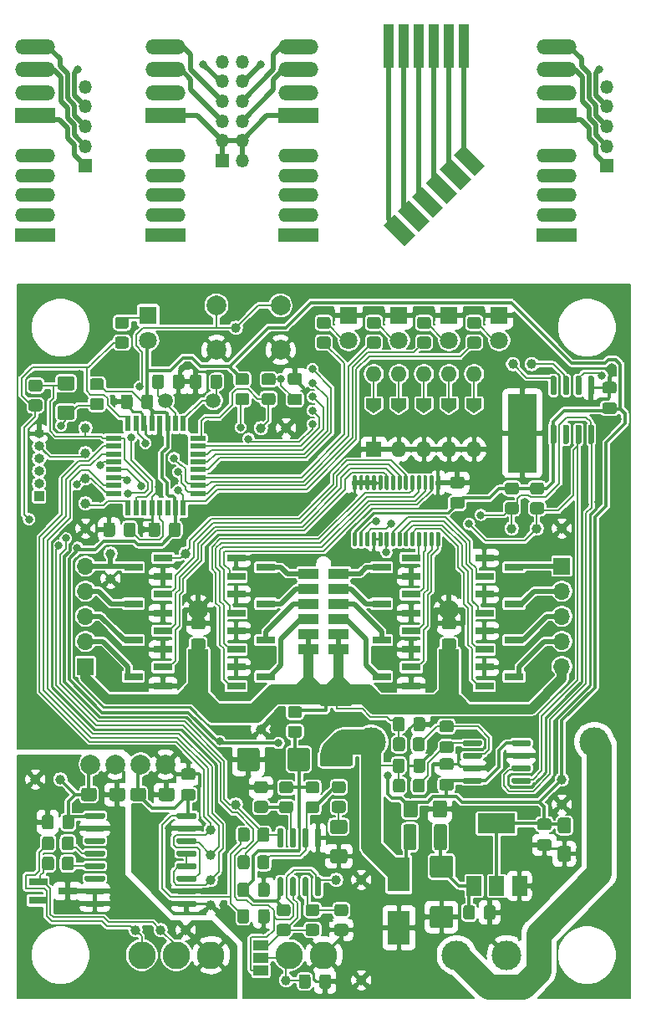
<source format=gbl>
G04 #@! TF.GenerationSoftware,KiCad,Pcbnew,5.1.12-84ad8e8a86~92~ubuntu16.04.1*
G04 #@! TF.CreationDate,2022-12-06T17:33:52+01:00*
G04 #@! TF.ProjectId,LedBar,4c656442-6172-42e6-9b69-6361645f7063,rev?*
G04 #@! TF.SameCoordinates,Original*
G04 #@! TF.FileFunction,Copper,L2,Bot*
G04 #@! TF.FilePolarity,Positive*
%FSLAX46Y46*%
G04 Gerber Fmt 4.6, Leading zero omitted, Abs format (unit mm)*
G04 Created by KiCad (PCBNEW 5.1.12-84ad8e8a86~92~ubuntu16.04.1) date 2022-12-06 17:33:52*
%MOMM*%
%LPD*%
G01*
G04 APERTURE LIST*
G04 #@! TA.AperFunction,SMDPad,CuDef*
%ADD10R,1.900000X0.800000*%
G04 #@! TD*
G04 #@! TA.AperFunction,ComponentPad*
%ADD11C,2.800000*%
G04 #@! TD*
G04 #@! TA.AperFunction,SMDPad,CuDef*
%ADD12C,0.100000*%
G04 #@! TD*
G04 #@! TA.AperFunction,SMDPad,CuDef*
%ADD13R,3.000000X8.000000*%
G04 #@! TD*
G04 #@! TA.AperFunction,ComponentPad*
%ADD14C,1.000000*%
G04 #@! TD*
G04 #@! TA.AperFunction,ComponentPad*
%ADD15C,2.000000*%
G04 #@! TD*
G04 #@! TA.AperFunction,ComponentPad*
%ADD16R,2.000000X2.000000*%
G04 #@! TD*
G04 #@! TA.AperFunction,SMDPad,CuDef*
%ADD17R,1.600000X0.550000*%
G04 #@! TD*
G04 #@! TA.AperFunction,SMDPad,CuDef*
%ADD18R,0.550000X1.600000*%
G04 #@! TD*
G04 #@! TA.AperFunction,ComponentPad*
%ADD19C,1.800000*%
G04 #@! TD*
G04 #@! TA.AperFunction,ComponentPad*
%ADD20R,1.800000X1.800000*%
G04 #@! TD*
G04 #@! TA.AperFunction,SMDPad,CuDef*
%ADD21C,1.000000*%
G04 #@! TD*
G04 #@! TA.AperFunction,ComponentPad*
%ADD22R,2.032000X1.070000*%
G04 #@! TD*
G04 #@! TA.AperFunction,ComponentPad*
%ADD23O,1.000000X1.000000*%
G04 #@! TD*
G04 #@! TA.AperFunction,ComponentPad*
%ADD24R,1.000000X1.000000*%
G04 #@! TD*
G04 #@! TA.AperFunction,SMDPad,CuDef*
%ADD25R,1.500000X1.000000*%
G04 #@! TD*
G04 #@! TA.AperFunction,SMDPad,CuDef*
%ADD26R,2.300000X3.500000*%
G04 #@! TD*
G04 #@! TA.AperFunction,ComponentPad*
%ADD27O,1.600000X1.600000*%
G04 #@! TD*
G04 #@! TA.AperFunction,ComponentPad*
%ADD28R,1.600000X1.600000*%
G04 #@! TD*
G04 #@! TA.AperFunction,SMDPad,CuDef*
%ADD29R,1.500000X2.000000*%
G04 #@! TD*
G04 #@! TA.AperFunction,SMDPad,CuDef*
%ADD30R,3.800000X2.000000*%
G04 #@! TD*
G04 #@! TA.AperFunction,ComponentPad*
%ADD31C,1.500000*%
G04 #@! TD*
G04 #@! TA.AperFunction,ComponentPad*
%ADD32O,1.700000X1.700000*%
G04 #@! TD*
G04 #@! TA.AperFunction,ComponentPad*
%ADD33R,1.700000X1.700000*%
G04 #@! TD*
G04 #@! TA.AperFunction,ComponentPad*
%ADD34C,3.000000*%
G04 #@! TD*
G04 #@! TA.AperFunction,ComponentPad*
%ADD35O,1.350000X1.350000*%
G04 #@! TD*
G04 #@! TA.AperFunction,ComponentPad*
%ADD36R,1.350000X1.350000*%
G04 #@! TD*
G04 #@! TA.AperFunction,ComponentPad*
%ADD37O,4.050000X1.400000*%
G04 #@! TD*
G04 #@! TA.AperFunction,ComponentPad*
%ADD38R,4.050000X1.400000*%
G04 #@! TD*
G04 #@! TA.AperFunction,SMDPad,CuDef*
%ADD39R,1.070000X4.413000*%
G04 #@! TD*
G04 #@! TA.AperFunction,ComponentPad*
%ADD40R,4.050000X1.500000*%
G04 #@! TD*
G04 #@! TA.AperFunction,ComponentPad*
%ADD41O,4.050000X1.500000*%
G04 #@! TD*
G04 #@! TA.AperFunction,ViaPad*
%ADD42C,0.800000*%
G04 #@! TD*
G04 #@! TA.AperFunction,Conductor*
%ADD43C,0.350000*%
G04 #@! TD*
G04 #@! TA.AperFunction,Conductor*
%ADD44C,0.200000*%
G04 #@! TD*
G04 #@! TA.AperFunction,Conductor*
%ADD45C,0.240000*%
G04 #@! TD*
G04 #@! TA.AperFunction,Conductor*
%ADD46C,0.250000*%
G04 #@! TD*
G04 #@! TA.AperFunction,Conductor*
%ADD47C,0.500000*%
G04 #@! TD*
G04 #@! TA.AperFunction,Conductor*
%ADD48C,0.700000*%
G04 #@! TD*
G04 #@! TA.AperFunction,Conductor*
%ADD49C,1.000000*%
G04 #@! TD*
G04 #@! TA.AperFunction,Conductor*
%ADD50C,2.500000*%
G04 #@! TD*
G04 #@! TA.AperFunction,Conductor*
%ADD51C,2.000000*%
G04 #@! TD*
G04 #@! TA.AperFunction,Conductor*
%ADD52C,0.100000*%
G04 #@! TD*
G04 APERTURE END LIST*
G04 #@! TA.AperFunction,SMDPad,CuDef*
G36*
G01*
X164305000Y-106738000D02*
X163355000Y-106738000D01*
G75*
G02*
X163105000Y-106488000I0J250000D01*
G01*
X163105000Y-105813000D01*
G75*
G02*
X163355000Y-105563000I250000J0D01*
G01*
X164305000Y-105563000D01*
G75*
G02*
X164555000Y-105813000I0J-250000D01*
G01*
X164555000Y-106488000D01*
G75*
G02*
X164305000Y-106738000I-250000J0D01*
G01*
G37*
G04 #@! TD.AperFunction*
G04 #@! TA.AperFunction,SMDPad,CuDef*
G36*
G01*
X164305000Y-108813000D02*
X163355000Y-108813000D01*
G75*
G02*
X163105000Y-108563000I0J250000D01*
G01*
X163105000Y-107888000D01*
G75*
G02*
X163355000Y-107638000I250000J0D01*
G01*
X164305000Y-107638000D01*
G75*
G02*
X164555000Y-107888000I0J-250000D01*
G01*
X164555000Y-108563000D01*
G75*
G02*
X164305000Y-108813000I-250000J0D01*
G01*
G37*
G04 #@! TD.AperFunction*
D10*
X131850000Y-107823000D03*
X134850000Y-108773000D03*
X134850000Y-106873000D03*
D11*
X151130000Y-139700000D03*
X147630000Y-139700000D03*
G04 #@! TA.AperFunction,SMDPad,CuDef*
G36*
G01*
X137889000Y-121978000D02*
X136939000Y-121978000D01*
G75*
G02*
X136689000Y-121728000I0J250000D01*
G01*
X136689000Y-121053000D01*
G75*
G02*
X136939000Y-120803000I250000J0D01*
G01*
X137889000Y-120803000D01*
G75*
G02*
X138139000Y-121053000I0J-250000D01*
G01*
X138139000Y-121728000D01*
G75*
G02*
X137889000Y-121978000I-250000J0D01*
G01*
G37*
G04 #@! TD.AperFunction*
G04 #@! TA.AperFunction,SMDPad,CuDef*
G36*
G01*
X137889000Y-124053000D02*
X136939000Y-124053000D01*
G75*
G02*
X136689000Y-123803000I0J250000D01*
G01*
X136689000Y-123128000D01*
G75*
G02*
X136939000Y-122878000I250000J0D01*
G01*
X137889000Y-122878000D01*
G75*
G02*
X138139000Y-123128000I0J-250000D01*
G01*
X138139000Y-123803000D01*
G75*
G02*
X137889000Y-124053000I-250000J0D01*
G01*
G37*
G04 #@! TD.AperFunction*
G04 #@! TA.AperFunction,SMDPad,CuDef*
D12*
G36*
X161290000Y-84857000D02*
G01*
X160540000Y-84357000D01*
X160540000Y-83357000D01*
X162040000Y-83357000D01*
X162040000Y-84357000D01*
X161290000Y-84857000D01*
G37*
G04 #@! TD.AperFunction*
G04 #@! TA.AperFunction,SMDPad,CuDef*
G36*
X160540000Y-85807000D02*
G01*
X160540000Y-84657000D01*
X161290000Y-85157000D01*
X162040000Y-84657000D01*
X162040000Y-85807000D01*
X160540000Y-85807000D01*
G37*
G04 #@! TD.AperFunction*
D10*
X131850000Y-111506000D03*
X134850000Y-112456000D03*
X134850000Y-110556000D03*
G04 #@! TA.AperFunction,SMDPad,CuDef*
G36*
G01*
X180561000Y-82862000D02*
X179611000Y-82862000D01*
G75*
G02*
X179361000Y-82612000I0J250000D01*
G01*
X179361000Y-81937000D01*
G75*
G02*
X179611000Y-81687000I250000J0D01*
G01*
X180561000Y-81687000D01*
G75*
G02*
X180811000Y-81937000I0J-250000D01*
G01*
X180811000Y-82612000D01*
G75*
G02*
X180561000Y-82862000I-250000J0D01*
G01*
G37*
G04 #@! TD.AperFunction*
G04 #@! TA.AperFunction,SMDPad,CuDef*
G36*
G01*
X180561000Y-84937000D02*
X179611000Y-84937000D01*
G75*
G02*
X179361000Y-84687000I0J250000D01*
G01*
X179361000Y-84012000D01*
G75*
G02*
X179611000Y-83762000I250000J0D01*
G01*
X180561000Y-83762000D01*
G75*
G02*
X180811000Y-84012000I0J-250000D01*
G01*
X180811000Y-84687000D01*
G75*
G02*
X180561000Y-84937000I-250000J0D01*
G01*
G37*
G04 #@! TD.AperFunction*
D13*
X171262000Y-86883000D03*
D14*
X170312000Y-79883000D03*
X172212000Y-79883000D03*
G04 #@! TA.AperFunction,SMDPad,CuDef*
G36*
G01*
X128128000Y-123018999D02*
X128128000Y-123869001D01*
G75*
G02*
X127878001Y-124119000I-249999J0D01*
G01*
X126802999Y-124119000D01*
G75*
G02*
X126553000Y-123869001I0J249999D01*
G01*
X126553000Y-123018999D01*
G75*
G02*
X126802999Y-122769000I249999J0D01*
G01*
X127878001Y-122769000D01*
G75*
G02*
X128128000Y-123018999I0J-249999D01*
G01*
G37*
G04 #@! TD.AperFunction*
G04 #@! TA.AperFunction,SMDPad,CuDef*
G36*
G01*
X131003000Y-123018999D02*
X131003000Y-123869001D01*
G75*
G02*
X130753001Y-124119000I-249999J0D01*
G01*
X129677999Y-124119000D01*
G75*
G02*
X129428000Y-123869001I0J249999D01*
G01*
X129428000Y-123018999D01*
G75*
G02*
X129677999Y-122769000I249999J0D01*
G01*
X130753001Y-122769000D01*
G75*
G02*
X131003000Y-123018999I0J-249999D01*
G01*
G37*
G04 #@! TD.AperFunction*
G04 #@! TA.AperFunction,SMDPad,CuDef*
G36*
G01*
X174241000Y-86020000D02*
X174541000Y-86020000D01*
G75*
G02*
X174691000Y-86170000I0J-150000D01*
G01*
X174691000Y-87820000D01*
G75*
G02*
X174541000Y-87970000I-150000J0D01*
G01*
X174241000Y-87970000D01*
G75*
G02*
X174091000Y-87820000I0J150000D01*
G01*
X174091000Y-86170000D01*
G75*
G02*
X174241000Y-86020000I150000J0D01*
G01*
G37*
G04 #@! TD.AperFunction*
G04 #@! TA.AperFunction,SMDPad,CuDef*
G36*
G01*
X175511000Y-86020000D02*
X175811000Y-86020000D01*
G75*
G02*
X175961000Y-86170000I0J-150000D01*
G01*
X175961000Y-87820000D01*
G75*
G02*
X175811000Y-87970000I-150000J0D01*
G01*
X175511000Y-87970000D01*
G75*
G02*
X175361000Y-87820000I0J150000D01*
G01*
X175361000Y-86170000D01*
G75*
G02*
X175511000Y-86020000I150000J0D01*
G01*
G37*
G04 #@! TD.AperFunction*
G04 #@! TA.AperFunction,SMDPad,CuDef*
G36*
G01*
X176781000Y-86020000D02*
X177081000Y-86020000D01*
G75*
G02*
X177231000Y-86170000I0J-150000D01*
G01*
X177231000Y-87820000D01*
G75*
G02*
X177081000Y-87970000I-150000J0D01*
G01*
X176781000Y-87970000D01*
G75*
G02*
X176631000Y-87820000I0J150000D01*
G01*
X176631000Y-86170000D01*
G75*
G02*
X176781000Y-86020000I150000J0D01*
G01*
G37*
G04 #@! TD.AperFunction*
G04 #@! TA.AperFunction,SMDPad,CuDef*
G36*
G01*
X178051000Y-86020000D02*
X178351000Y-86020000D01*
G75*
G02*
X178501000Y-86170000I0J-150000D01*
G01*
X178501000Y-87820000D01*
G75*
G02*
X178351000Y-87970000I-150000J0D01*
G01*
X178051000Y-87970000D01*
G75*
G02*
X177901000Y-87820000I0J150000D01*
G01*
X177901000Y-86170000D01*
G75*
G02*
X178051000Y-86020000I150000J0D01*
G01*
G37*
G04 #@! TD.AperFunction*
G04 #@! TA.AperFunction,SMDPad,CuDef*
G36*
G01*
X178051000Y-81070000D02*
X178351000Y-81070000D01*
G75*
G02*
X178501000Y-81220000I0J-150000D01*
G01*
X178501000Y-82870000D01*
G75*
G02*
X178351000Y-83020000I-150000J0D01*
G01*
X178051000Y-83020000D01*
G75*
G02*
X177901000Y-82870000I0J150000D01*
G01*
X177901000Y-81220000D01*
G75*
G02*
X178051000Y-81070000I150000J0D01*
G01*
G37*
G04 #@! TD.AperFunction*
G04 #@! TA.AperFunction,SMDPad,CuDef*
G36*
G01*
X176781000Y-81070000D02*
X177081000Y-81070000D01*
G75*
G02*
X177231000Y-81220000I0J-150000D01*
G01*
X177231000Y-82870000D01*
G75*
G02*
X177081000Y-83020000I-150000J0D01*
G01*
X176781000Y-83020000D01*
G75*
G02*
X176631000Y-82870000I0J150000D01*
G01*
X176631000Y-81220000D01*
G75*
G02*
X176781000Y-81070000I150000J0D01*
G01*
G37*
G04 #@! TD.AperFunction*
G04 #@! TA.AperFunction,SMDPad,CuDef*
G36*
G01*
X175511000Y-81070000D02*
X175811000Y-81070000D01*
G75*
G02*
X175961000Y-81220000I0J-150000D01*
G01*
X175961000Y-82870000D01*
G75*
G02*
X175811000Y-83020000I-150000J0D01*
G01*
X175511000Y-83020000D01*
G75*
G02*
X175361000Y-82870000I0J150000D01*
G01*
X175361000Y-81220000D01*
G75*
G02*
X175511000Y-81070000I150000J0D01*
G01*
G37*
G04 #@! TD.AperFunction*
G04 #@! TA.AperFunction,SMDPad,CuDef*
G36*
G01*
X174241000Y-81070000D02*
X174541000Y-81070000D01*
G75*
G02*
X174691000Y-81220000I0J-150000D01*
G01*
X174691000Y-82870000D01*
G75*
G02*
X174541000Y-83020000I-150000J0D01*
G01*
X174241000Y-83020000D01*
G75*
G02*
X174091000Y-82870000I0J150000D01*
G01*
X174091000Y-81220000D01*
G75*
G02*
X174241000Y-81070000I150000J0D01*
G01*
G37*
G04 #@! TD.AperFunction*
G04 #@! TA.AperFunction,SMDPad,CuDef*
G36*
G01*
X172299999Y-93870000D02*
X173200001Y-93870000D01*
G75*
G02*
X173450000Y-94119999I0J-249999D01*
G01*
X173450000Y-94820001D01*
G75*
G02*
X173200001Y-95070000I-249999J0D01*
G01*
X172299999Y-95070000D01*
G75*
G02*
X172050000Y-94820001I0J249999D01*
G01*
X172050000Y-94119999D01*
G75*
G02*
X172299999Y-93870000I249999J0D01*
G01*
G37*
G04 #@! TD.AperFunction*
G04 #@! TA.AperFunction,SMDPad,CuDef*
G36*
G01*
X172299999Y-91870000D02*
X173200001Y-91870000D01*
G75*
G02*
X173450000Y-92119999I0J-249999D01*
G01*
X173450000Y-92820001D01*
G75*
G02*
X173200001Y-93070000I-249999J0D01*
G01*
X172299999Y-93070000D01*
G75*
G02*
X172050000Y-92820001I0J249999D01*
G01*
X172050000Y-92119999D01*
G75*
G02*
X172299999Y-91870000I249999J0D01*
G01*
G37*
G04 #@! TD.AperFunction*
G04 #@! TA.AperFunction,SMDPad,CuDef*
G36*
G01*
X162142999Y-134711500D02*
X163993001Y-134711500D01*
G75*
G02*
X164243000Y-134961499I0J-249999D01*
G01*
X164243000Y-136711501D01*
G75*
G02*
X163993001Y-136961500I-249999J0D01*
G01*
X162142999Y-136961500D01*
G75*
G02*
X161893000Y-136711501I0J249999D01*
G01*
X161893000Y-134961499D01*
G75*
G02*
X162142999Y-134711500I249999J0D01*
G01*
G37*
G04 #@! TD.AperFunction*
G04 #@! TA.AperFunction,SMDPad,CuDef*
G36*
G01*
X162142999Y-129611500D02*
X163993001Y-129611500D01*
G75*
G02*
X164243000Y-129861499I0J-249999D01*
G01*
X164243000Y-131611501D01*
G75*
G02*
X163993001Y-131861500I-249999J0D01*
G01*
X162142999Y-131861500D01*
G75*
G02*
X161893000Y-131611501I0J249999D01*
G01*
X161893000Y-129861499D01*
G75*
G02*
X162142999Y-129611500I249999J0D01*
G01*
G37*
G04 #@! TD.AperFunction*
D15*
X138430000Y-104728000D03*
D16*
X138430000Y-109728000D03*
D17*
X129862000Y-87370000D03*
X129862000Y-88170000D03*
X129862000Y-88970000D03*
X129862000Y-89770000D03*
X129862000Y-90570000D03*
X129862000Y-91370000D03*
X129862000Y-92170000D03*
X129862000Y-92970000D03*
D18*
X131312000Y-94420000D03*
X132112000Y-94420000D03*
X132912000Y-94420000D03*
X133712000Y-94420000D03*
X134512000Y-94420000D03*
X135312000Y-94420000D03*
X136112000Y-94420000D03*
X136912000Y-94420000D03*
D17*
X138362000Y-92970000D03*
X138362000Y-92170000D03*
X138362000Y-91370000D03*
X138362000Y-90570000D03*
X138362000Y-89770000D03*
X138362000Y-88970000D03*
X138362000Y-88170000D03*
X138362000Y-87370000D03*
D18*
X136912000Y-85920000D03*
X136112000Y-85920000D03*
X135312000Y-85920000D03*
X134512000Y-85920000D03*
X133712000Y-85920000D03*
X132912000Y-85920000D03*
X132112000Y-85920000D03*
X131312000Y-85920000D03*
G04 #@! TA.AperFunction,SMDPad,CuDef*
G36*
G01*
X128963000Y-125453000D02*
X128963000Y-125753000D01*
G75*
G02*
X128813000Y-125903000I-150000J0D01*
G01*
X127063000Y-125903000D01*
G75*
G02*
X126913000Y-125753000I0J150000D01*
G01*
X126913000Y-125453000D01*
G75*
G02*
X127063000Y-125303000I150000J0D01*
G01*
X128813000Y-125303000D01*
G75*
G02*
X128963000Y-125453000I0J-150000D01*
G01*
G37*
G04 #@! TD.AperFunction*
G04 #@! TA.AperFunction,SMDPad,CuDef*
G36*
G01*
X128963000Y-126723000D02*
X128963000Y-127023000D01*
G75*
G02*
X128813000Y-127173000I-150000J0D01*
G01*
X127063000Y-127173000D01*
G75*
G02*
X126913000Y-127023000I0J150000D01*
G01*
X126913000Y-126723000D01*
G75*
G02*
X127063000Y-126573000I150000J0D01*
G01*
X128813000Y-126573000D01*
G75*
G02*
X128963000Y-126723000I0J-150000D01*
G01*
G37*
G04 #@! TD.AperFunction*
G04 #@! TA.AperFunction,SMDPad,CuDef*
G36*
G01*
X128963000Y-127993000D02*
X128963000Y-128293000D01*
G75*
G02*
X128813000Y-128443000I-150000J0D01*
G01*
X127063000Y-128443000D01*
G75*
G02*
X126913000Y-128293000I0J150000D01*
G01*
X126913000Y-127993000D01*
G75*
G02*
X127063000Y-127843000I150000J0D01*
G01*
X128813000Y-127843000D01*
G75*
G02*
X128963000Y-127993000I0J-150000D01*
G01*
G37*
G04 #@! TD.AperFunction*
G04 #@! TA.AperFunction,SMDPad,CuDef*
G36*
G01*
X128963000Y-129263000D02*
X128963000Y-129563000D01*
G75*
G02*
X128813000Y-129713000I-150000J0D01*
G01*
X127063000Y-129713000D01*
G75*
G02*
X126913000Y-129563000I0J150000D01*
G01*
X126913000Y-129263000D01*
G75*
G02*
X127063000Y-129113000I150000J0D01*
G01*
X128813000Y-129113000D01*
G75*
G02*
X128963000Y-129263000I0J-150000D01*
G01*
G37*
G04 #@! TD.AperFunction*
G04 #@! TA.AperFunction,SMDPad,CuDef*
G36*
G01*
X128963000Y-130533000D02*
X128963000Y-130833000D01*
G75*
G02*
X128813000Y-130983000I-150000J0D01*
G01*
X127063000Y-130983000D01*
G75*
G02*
X126913000Y-130833000I0J150000D01*
G01*
X126913000Y-130533000D01*
G75*
G02*
X127063000Y-130383000I150000J0D01*
G01*
X128813000Y-130383000D01*
G75*
G02*
X128963000Y-130533000I0J-150000D01*
G01*
G37*
G04 #@! TD.AperFunction*
G04 #@! TA.AperFunction,SMDPad,CuDef*
G36*
G01*
X128963000Y-131803000D02*
X128963000Y-132103000D01*
G75*
G02*
X128813000Y-132253000I-150000J0D01*
G01*
X127063000Y-132253000D01*
G75*
G02*
X126913000Y-132103000I0J150000D01*
G01*
X126913000Y-131803000D01*
G75*
G02*
X127063000Y-131653000I150000J0D01*
G01*
X128813000Y-131653000D01*
G75*
G02*
X128963000Y-131803000I0J-150000D01*
G01*
G37*
G04 #@! TD.AperFunction*
G04 #@! TA.AperFunction,SMDPad,CuDef*
G36*
G01*
X128963000Y-133073000D02*
X128963000Y-133373000D01*
G75*
G02*
X128813000Y-133523000I-150000J0D01*
G01*
X127063000Y-133523000D01*
G75*
G02*
X126913000Y-133373000I0J150000D01*
G01*
X126913000Y-133073000D01*
G75*
G02*
X127063000Y-132923000I150000J0D01*
G01*
X128813000Y-132923000D01*
G75*
G02*
X128963000Y-133073000I0J-150000D01*
G01*
G37*
G04 #@! TD.AperFunction*
G04 #@! TA.AperFunction,SMDPad,CuDef*
G36*
G01*
X128963000Y-134343000D02*
X128963000Y-134643000D01*
G75*
G02*
X128813000Y-134793000I-150000J0D01*
G01*
X127063000Y-134793000D01*
G75*
G02*
X126913000Y-134643000I0J150000D01*
G01*
X126913000Y-134343000D01*
G75*
G02*
X127063000Y-134193000I150000J0D01*
G01*
X128813000Y-134193000D01*
G75*
G02*
X128963000Y-134343000I0J-150000D01*
G01*
G37*
G04 #@! TD.AperFunction*
G04 #@! TA.AperFunction,SMDPad,CuDef*
G36*
G01*
X138263000Y-134343000D02*
X138263000Y-134643000D01*
G75*
G02*
X138113000Y-134793000I-150000J0D01*
G01*
X136363000Y-134793000D01*
G75*
G02*
X136213000Y-134643000I0J150000D01*
G01*
X136213000Y-134343000D01*
G75*
G02*
X136363000Y-134193000I150000J0D01*
G01*
X138113000Y-134193000D01*
G75*
G02*
X138263000Y-134343000I0J-150000D01*
G01*
G37*
G04 #@! TD.AperFunction*
G04 #@! TA.AperFunction,SMDPad,CuDef*
G36*
G01*
X138263000Y-133073000D02*
X138263000Y-133373000D01*
G75*
G02*
X138113000Y-133523000I-150000J0D01*
G01*
X136363000Y-133523000D01*
G75*
G02*
X136213000Y-133373000I0J150000D01*
G01*
X136213000Y-133073000D01*
G75*
G02*
X136363000Y-132923000I150000J0D01*
G01*
X138113000Y-132923000D01*
G75*
G02*
X138263000Y-133073000I0J-150000D01*
G01*
G37*
G04 #@! TD.AperFunction*
G04 #@! TA.AperFunction,SMDPad,CuDef*
G36*
G01*
X138263000Y-131803000D02*
X138263000Y-132103000D01*
G75*
G02*
X138113000Y-132253000I-150000J0D01*
G01*
X136363000Y-132253000D01*
G75*
G02*
X136213000Y-132103000I0J150000D01*
G01*
X136213000Y-131803000D01*
G75*
G02*
X136363000Y-131653000I150000J0D01*
G01*
X138113000Y-131653000D01*
G75*
G02*
X138263000Y-131803000I0J-150000D01*
G01*
G37*
G04 #@! TD.AperFunction*
G04 #@! TA.AperFunction,SMDPad,CuDef*
G36*
G01*
X138263000Y-130533000D02*
X138263000Y-130833000D01*
G75*
G02*
X138113000Y-130983000I-150000J0D01*
G01*
X136363000Y-130983000D01*
G75*
G02*
X136213000Y-130833000I0J150000D01*
G01*
X136213000Y-130533000D01*
G75*
G02*
X136363000Y-130383000I150000J0D01*
G01*
X138113000Y-130383000D01*
G75*
G02*
X138263000Y-130533000I0J-150000D01*
G01*
G37*
G04 #@! TD.AperFunction*
G04 #@! TA.AperFunction,SMDPad,CuDef*
G36*
G01*
X138263000Y-129263000D02*
X138263000Y-129563000D01*
G75*
G02*
X138113000Y-129713000I-150000J0D01*
G01*
X136363000Y-129713000D01*
G75*
G02*
X136213000Y-129563000I0J150000D01*
G01*
X136213000Y-129263000D01*
G75*
G02*
X136363000Y-129113000I150000J0D01*
G01*
X138113000Y-129113000D01*
G75*
G02*
X138263000Y-129263000I0J-150000D01*
G01*
G37*
G04 #@! TD.AperFunction*
G04 #@! TA.AperFunction,SMDPad,CuDef*
G36*
G01*
X138263000Y-127993000D02*
X138263000Y-128293000D01*
G75*
G02*
X138113000Y-128443000I-150000J0D01*
G01*
X136363000Y-128443000D01*
G75*
G02*
X136213000Y-128293000I0J150000D01*
G01*
X136213000Y-127993000D01*
G75*
G02*
X136363000Y-127843000I150000J0D01*
G01*
X138113000Y-127843000D01*
G75*
G02*
X138263000Y-127993000I0J-150000D01*
G01*
G37*
G04 #@! TD.AperFunction*
G04 #@! TA.AperFunction,SMDPad,CuDef*
G36*
G01*
X138263000Y-126723000D02*
X138263000Y-127023000D01*
G75*
G02*
X138113000Y-127173000I-150000J0D01*
G01*
X136363000Y-127173000D01*
G75*
G02*
X136213000Y-127023000I0J150000D01*
G01*
X136213000Y-126723000D01*
G75*
G02*
X136363000Y-126573000I150000J0D01*
G01*
X138113000Y-126573000D01*
G75*
G02*
X138263000Y-126723000I0J-150000D01*
G01*
G37*
G04 #@! TD.AperFunction*
G04 #@! TA.AperFunction,SMDPad,CuDef*
G36*
G01*
X138263000Y-125453000D02*
X138263000Y-125753000D01*
G75*
G02*
X138113000Y-125903000I-150000J0D01*
G01*
X136363000Y-125903000D01*
G75*
G02*
X136213000Y-125753000I0J150000D01*
G01*
X136213000Y-125453000D01*
G75*
G02*
X136363000Y-125303000I150000J0D01*
G01*
X138113000Y-125303000D01*
G75*
G02*
X138263000Y-125453000I0J-150000D01*
G01*
G37*
G04 #@! TD.AperFunction*
G04 #@! TA.AperFunction,SMDPad,CuDef*
G36*
G01*
X124606000Y-130879001D02*
X124606000Y-129978999D01*
G75*
G02*
X124855999Y-129729000I249999J0D01*
G01*
X125556001Y-129729000D01*
G75*
G02*
X125806000Y-129978999I0J-249999D01*
G01*
X125806000Y-130879001D01*
G75*
G02*
X125556001Y-131129000I-249999J0D01*
G01*
X124855999Y-131129000D01*
G75*
G02*
X124606000Y-130879001I0J249999D01*
G01*
G37*
G04 #@! TD.AperFunction*
G04 #@! TA.AperFunction,SMDPad,CuDef*
G36*
G01*
X122606000Y-130879001D02*
X122606000Y-129978999D01*
G75*
G02*
X122855999Y-129729000I249999J0D01*
G01*
X123556001Y-129729000D01*
G75*
G02*
X123806000Y-129978999I0J-249999D01*
G01*
X123806000Y-130879001D01*
G75*
G02*
X123556001Y-131129000I-249999J0D01*
G01*
X122855999Y-131129000D01*
G75*
G02*
X122606000Y-130879001I0J249999D01*
G01*
G37*
G04 #@! TD.AperFunction*
G04 #@! TA.AperFunction,SMDPad,CuDef*
G36*
G01*
X152029000Y-128981500D02*
X153279000Y-128981500D01*
G75*
G02*
X153529000Y-129231500I0J-250000D01*
G01*
X153529000Y-130156500D01*
G75*
G02*
X153279000Y-130406500I-250000J0D01*
G01*
X152029000Y-130406500D01*
G75*
G02*
X151779000Y-130156500I0J250000D01*
G01*
X151779000Y-129231500D01*
G75*
G02*
X152029000Y-128981500I250000J0D01*
G01*
G37*
G04 #@! TD.AperFunction*
G04 #@! TA.AperFunction,SMDPad,CuDef*
G36*
G01*
X152029000Y-126006500D02*
X153279000Y-126006500D01*
G75*
G02*
X153529000Y-126256500I0J-250000D01*
G01*
X153529000Y-127181500D01*
G75*
G02*
X153279000Y-127431500I-250000J0D01*
G01*
X152029000Y-127431500D01*
G75*
G02*
X151779000Y-127181500I0J250000D01*
G01*
X151779000Y-126256500D01*
G75*
G02*
X152029000Y-126006500I250000J0D01*
G01*
G37*
G04 #@! TD.AperFunction*
D19*
X168910000Y-77470000D03*
D20*
X168910000Y-74930000D03*
D10*
X125198000Y-133223000D03*
X122198000Y-132273000D03*
X122198000Y-134173000D03*
G04 #@! TA.AperFunction,SMDPad,CuDef*
G36*
G01*
X144625000Y-118962999D02*
X144625000Y-120813001D01*
G75*
G02*
X144375001Y-121063000I-249999J0D01*
G01*
X142624999Y-121063000D01*
G75*
G02*
X142375000Y-120813001I0J249999D01*
G01*
X142375000Y-118962999D01*
G75*
G02*
X142624999Y-118713000I249999J0D01*
G01*
X144375001Y-118713000D01*
G75*
G02*
X144625000Y-118962999I0J-249999D01*
G01*
G37*
G04 #@! TD.AperFunction*
G04 #@! TA.AperFunction,SMDPad,CuDef*
G36*
G01*
X149725000Y-118962999D02*
X149725000Y-120813001D01*
G75*
G02*
X149475001Y-121063000I-249999J0D01*
G01*
X147724999Y-121063000D01*
G75*
G02*
X147475000Y-120813001I0J249999D01*
G01*
X147475000Y-118962999D01*
G75*
G02*
X147724999Y-118713000I249999J0D01*
G01*
X149475001Y-118713000D01*
G75*
G02*
X149725000Y-118962999I0J-249999D01*
G01*
G37*
G04 #@! TD.AperFunction*
G04 #@! TA.AperFunction,SMDPad,CuDef*
G36*
G01*
X135451000Y-97122000D02*
X135451000Y-96172000D01*
G75*
G02*
X135701000Y-95922000I250000J0D01*
G01*
X136376000Y-95922000D01*
G75*
G02*
X136626000Y-96172000I0J-250000D01*
G01*
X136626000Y-97122000D01*
G75*
G02*
X136376000Y-97372000I-250000J0D01*
G01*
X135701000Y-97372000D01*
G75*
G02*
X135451000Y-97122000I0J250000D01*
G01*
G37*
G04 #@! TD.AperFunction*
G04 #@! TA.AperFunction,SMDPad,CuDef*
G36*
G01*
X133376000Y-97122000D02*
X133376000Y-96172000D01*
G75*
G02*
X133626000Y-95922000I250000J0D01*
G01*
X134301000Y-95922000D01*
G75*
G02*
X134551000Y-96172000I0J-250000D01*
G01*
X134551000Y-97122000D01*
G75*
G02*
X134301000Y-97372000I-250000J0D01*
G01*
X133626000Y-97372000D01*
G75*
G02*
X133376000Y-97122000I0J250000D01*
G01*
G37*
G04 #@! TD.AperFunction*
D21*
X175260000Y-121920000D03*
G04 #@! TA.AperFunction,SMDPad,CuDef*
D12*
G36*
X163830000Y-84857000D02*
G01*
X163080000Y-84357000D01*
X163080000Y-83357000D01*
X164580000Y-83357000D01*
X164580000Y-84357000D01*
X163830000Y-84857000D01*
G37*
G04 #@! TD.AperFunction*
G04 #@! TA.AperFunction,SMDPad,CuDef*
G36*
X163080000Y-85807000D02*
G01*
X163080000Y-84657000D01*
X163830000Y-85157000D01*
X164580000Y-84657000D01*
X164580000Y-85807000D01*
X163080000Y-85807000D01*
G37*
G04 #@! TD.AperFunction*
D21*
X139700000Y-127000000D03*
D22*
X149606000Y-101092000D03*
X152654000Y-101092000D03*
X149606000Y-102616000D03*
X152654000Y-102616000D03*
X149606000Y-104140000D03*
X152654000Y-104140000D03*
X149606000Y-105664000D03*
X152654000Y-105664000D03*
X149606000Y-107188000D03*
X152654000Y-107188000D03*
X149606000Y-108712000D03*
X152654000Y-108712000D03*
G04 #@! TA.AperFunction,SMDPad,CuDef*
G36*
G01*
X162192000Y-125529500D02*
X162192000Y-124279500D01*
G75*
G02*
X162442000Y-124029500I250000J0D01*
G01*
X163367000Y-124029500D01*
G75*
G02*
X163617000Y-124279500I0J-250000D01*
G01*
X163617000Y-125529500D01*
G75*
G02*
X163367000Y-125779500I-250000J0D01*
G01*
X162442000Y-125779500D01*
G75*
G02*
X162192000Y-125529500I0J250000D01*
G01*
G37*
G04 #@! TD.AperFunction*
G04 #@! TA.AperFunction,SMDPad,CuDef*
G36*
G01*
X159217000Y-125529500D02*
X159217000Y-124279500D01*
G75*
G02*
X159467000Y-124029500I250000J0D01*
G01*
X160392000Y-124029500D01*
G75*
G02*
X160642000Y-124279500I0J-250000D01*
G01*
X160642000Y-125529500D01*
G75*
G02*
X160392000Y-125779500I-250000J0D01*
G01*
X159467000Y-125779500D01*
G75*
G02*
X159217000Y-125529500I0J250000D01*
G01*
G37*
G04 #@! TD.AperFunction*
G04 #@! TA.AperFunction,SMDPad,CuDef*
G36*
G01*
X124406500Y-84087000D02*
X125656500Y-84087000D01*
G75*
G02*
X125906500Y-84337000I0J-250000D01*
G01*
X125906500Y-85262000D01*
G75*
G02*
X125656500Y-85512000I-250000J0D01*
G01*
X124406500Y-85512000D01*
G75*
G02*
X124156500Y-85262000I0J250000D01*
G01*
X124156500Y-84337000D01*
G75*
G02*
X124406500Y-84087000I250000J0D01*
G01*
G37*
G04 #@! TD.AperFunction*
G04 #@! TA.AperFunction,SMDPad,CuDef*
G36*
G01*
X124406500Y-81112000D02*
X125656500Y-81112000D01*
G75*
G02*
X125906500Y-81362000I0J-250000D01*
G01*
X125906500Y-82287000D01*
G75*
G02*
X125656500Y-82537000I-250000J0D01*
G01*
X124406500Y-82537000D01*
G75*
G02*
X124156500Y-82287000I0J250000D01*
G01*
X124156500Y-81362000D01*
G75*
G02*
X124406500Y-81112000I250000J0D01*
G01*
G37*
G04 #@! TD.AperFunction*
D21*
X121920000Y-121920000D03*
X127000000Y-86360000D03*
X139700000Y-134620000D03*
X144780000Y-86360000D03*
D23*
X122301000Y-86931500D03*
X122301000Y-88201500D03*
X122301000Y-89471500D03*
X122301000Y-90741500D03*
X122301000Y-92011500D03*
D24*
X122301000Y-93281500D03*
D21*
X152400000Y-132080000D03*
X144780000Y-116840000D03*
X144780000Y-114300000D03*
D25*
X144780000Y-141284000D03*
X144780000Y-139984000D03*
X144780000Y-138684000D03*
G04 #@! TA.AperFunction,SMDPad,CuDef*
G36*
G01*
X127692999Y-83331000D02*
X128593001Y-83331000D01*
G75*
G02*
X128843000Y-83580999I0J-249999D01*
G01*
X128843000Y-84281001D01*
G75*
G02*
X128593001Y-84531000I-249999J0D01*
G01*
X127692999Y-84531000D01*
G75*
G02*
X127443000Y-84281001I0J249999D01*
G01*
X127443000Y-83580999D01*
G75*
G02*
X127692999Y-83331000I249999J0D01*
G01*
G37*
G04 #@! TD.AperFunction*
G04 #@! TA.AperFunction,SMDPad,CuDef*
G36*
G01*
X127692999Y-81331000D02*
X128593001Y-81331000D01*
G75*
G02*
X128843000Y-81580999I0J-249999D01*
G01*
X128843000Y-82281001D01*
G75*
G02*
X128593001Y-82531000I-249999J0D01*
G01*
X127692999Y-82531000D01*
G75*
G02*
X127443000Y-82281001I0J249999D01*
G01*
X127443000Y-81580999D01*
G75*
G02*
X127692999Y-81331000I249999J0D01*
G01*
G37*
G04 #@! TD.AperFunction*
D21*
X124460000Y-121920000D03*
X134620000Y-137160000D03*
X132080000Y-137160000D03*
X137160000Y-137160000D03*
X175260000Y-124460000D03*
X170180000Y-96520000D03*
X127000000Y-88900000D03*
D10*
X170410000Y-104140000D03*
X167410000Y-103190000D03*
X167410000Y-105090000D03*
D21*
X147320000Y-142240000D03*
X129540000Y-99060000D03*
X129540000Y-101600000D03*
X137160000Y-99060000D03*
X147320000Y-86360000D03*
X154940000Y-142240000D03*
D10*
X170410000Y-111506000D03*
X167410000Y-110556000D03*
X167410000Y-112456000D03*
D21*
X127000000Y-91440000D03*
X142240000Y-124460000D03*
X127000000Y-96520000D03*
D10*
X145264000Y-107823000D03*
X142264000Y-106873000D03*
X142264000Y-108773000D03*
X156996000Y-107823000D03*
X159996000Y-108773000D03*
X159996000Y-106873000D03*
X170410000Y-107823000D03*
X167410000Y-106873000D03*
X167410000Y-108773000D03*
X131850000Y-104140000D03*
X134850000Y-105090000D03*
X134850000Y-103190000D03*
X145264000Y-104140000D03*
X142264000Y-103190000D03*
X142264000Y-105090000D03*
X156996000Y-104140000D03*
X159996000Y-105090000D03*
X159996000Y-103190000D03*
X131850000Y-100457000D03*
X134850000Y-101407000D03*
X134850000Y-99507000D03*
X145264000Y-100457000D03*
X142264000Y-99507000D03*
X142264000Y-101407000D03*
X156996000Y-100457000D03*
X159996000Y-101407000D03*
X159996000Y-99507000D03*
X170410000Y-100457000D03*
X167410000Y-99507000D03*
X167410000Y-101407000D03*
G04 #@! TA.AperFunction,SMDPad,CuDef*
G36*
G01*
X146615999Y-136544000D02*
X147516001Y-136544000D01*
G75*
G02*
X147766000Y-136793999I0J-249999D01*
G01*
X147766000Y-137494001D01*
G75*
G02*
X147516001Y-137744000I-249999J0D01*
G01*
X146615999Y-137744000D01*
G75*
G02*
X146366000Y-137494001I0J249999D01*
G01*
X146366000Y-136793999D01*
G75*
G02*
X146615999Y-136544000I249999J0D01*
G01*
G37*
G04 #@! TD.AperFunction*
G04 #@! TA.AperFunction,SMDPad,CuDef*
G36*
G01*
X146615999Y-134544000D02*
X147516001Y-134544000D01*
G75*
G02*
X147766000Y-134793999I0J-249999D01*
G01*
X147766000Y-135494001D01*
G75*
G02*
X147516001Y-135744000I-249999J0D01*
G01*
X146615999Y-135744000D01*
G75*
G02*
X146366000Y-135494001I0J249999D01*
G01*
X146366000Y-134793999D01*
G75*
G02*
X146615999Y-134544000I249999J0D01*
G01*
G37*
G04 #@! TD.AperFunction*
G04 #@! TA.AperFunction,SMDPad,CuDef*
G36*
G01*
X150437001Y-135744000D02*
X149536999Y-135744000D01*
G75*
G02*
X149287000Y-135494001I0J249999D01*
G01*
X149287000Y-134793999D01*
G75*
G02*
X149536999Y-134544000I249999J0D01*
G01*
X150437001Y-134544000D01*
G75*
G02*
X150687000Y-134793999I0J-249999D01*
G01*
X150687000Y-135494001D01*
G75*
G02*
X150437001Y-135744000I-249999J0D01*
G01*
G37*
G04 #@! TD.AperFunction*
G04 #@! TA.AperFunction,SMDPad,CuDef*
G36*
G01*
X150437001Y-137744000D02*
X149536999Y-137744000D01*
G75*
G02*
X149287000Y-137494001I0J249999D01*
G01*
X149287000Y-136793999D01*
G75*
G02*
X149536999Y-136544000I249999J0D01*
G01*
X150437001Y-136544000D01*
G75*
G02*
X150687000Y-136793999I0J-249999D01*
G01*
X150687000Y-137494001D01*
G75*
G02*
X150437001Y-137744000I-249999J0D01*
G01*
G37*
G04 #@! TD.AperFunction*
G04 #@! TA.AperFunction,SMDPad,CuDef*
G36*
G01*
X152457999Y-136544000D02*
X153358001Y-136544000D01*
G75*
G02*
X153608000Y-136793999I0J-249999D01*
G01*
X153608000Y-137494001D01*
G75*
G02*
X153358001Y-137744000I-249999J0D01*
G01*
X152457999Y-137744000D01*
G75*
G02*
X152208000Y-137494001I0J249999D01*
G01*
X152208000Y-136793999D01*
G75*
G02*
X152457999Y-136544000I249999J0D01*
G01*
G37*
G04 #@! TD.AperFunction*
G04 #@! TA.AperFunction,SMDPad,CuDef*
G36*
G01*
X152457999Y-134544000D02*
X153358001Y-134544000D01*
G75*
G02*
X153608000Y-134793999I0J-249999D01*
G01*
X153608000Y-135494001D01*
G75*
G02*
X153358001Y-135744000I-249999J0D01*
G01*
X152457999Y-135744000D01*
G75*
G02*
X152208000Y-135494001I0J249999D01*
G01*
X152208000Y-134793999D01*
G75*
G02*
X152457999Y-134544000I249999J0D01*
G01*
G37*
G04 #@! TD.AperFunction*
G04 #@! TA.AperFunction,SMDPad,CuDef*
G36*
G01*
X146869999Y-124123400D02*
X147770001Y-124123400D01*
G75*
G02*
X148020000Y-124373399I0J-249999D01*
G01*
X148020000Y-125073401D01*
G75*
G02*
X147770001Y-125323400I-249999J0D01*
G01*
X146869999Y-125323400D01*
G75*
G02*
X146620000Y-125073401I0J249999D01*
G01*
X146620000Y-124373399D01*
G75*
G02*
X146869999Y-124123400I249999J0D01*
G01*
G37*
G04 #@! TD.AperFunction*
G04 #@! TA.AperFunction,SMDPad,CuDef*
G36*
G01*
X146869999Y-122123400D02*
X147770001Y-122123400D01*
G75*
G02*
X148020000Y-122373399I0J-249999D01*
G01*
X148020000Y-123073401D01*
G75*
G02*
X147770001Y-123323400I-249999J0D01*
G01*
X146869999Y-123323400D01*
G75*
G02*
X146620000Y-123073401I0J249999D01*
G01*
X146620000Y-122373399D01*
G75*
G02*
X146869999Y-122123400I249999J0D01*
G01*
G37*
G04 #@! TD.AperFunction*
G04 #@! TA.AperFunction,SMDPad,CuDef*
G36*
G01*
X145230001Y-123298000D02*
X144329999Y-123298000D01*
G75*
G02*
X144080000Y-123048001I0J249999D01*
G01*
X144080000Y-122347999D01*
G75*
G02*
X144329999Y-122098000I249999J0D01*
G01*
X145230001Y-122098000D01*
G75*
G02*
X145480000Y-122347999I0J-249999D01*
G01*
X145480000Y-123048001D01*
G75*
G02*
X145230001Y-123298000I-249999J0D01*
G01*
G37*
G04 #@! TD.AperFunction*
G04 #@! TA.AperFunction,SMDPad,CuDef*
G36*
G01*
X145230001Y-125298000D02*
X144329999Y-125298000D01*
G75*
G02*
X144080000Y-125048001I0J249999D01*
G01*
X144080000Y-124347999D01*
G75*
G02*
X144329999Y-124098000I249999J0D01*
G01*
X145230001Y-124098000D01*
G75*
G02*
X145480000Y-124347999I0J-249999D01*
G01*
X145480000Y-125048001D01*
G75*
G02*
X145230001Y-125298000I-249999J0D01*
G01*
G37*
G04 #@! TD.AperFunction*
G04 #@! TA.AperFunction,SMDPad,CuDef*
G36*
G01*
X149536999Y-124123400D02*
X150437001Y-124123400D01*
G75*
G02*
X150687000Y-124373399I0J-249999D01*
G01*
X150687000Y-125073401D01*
G75*
G02*
X150437001Y-125323400I-249999J0D01*
G01*
X149536999Y-125323400D01*
G75*
G02*
X149287000Y-125073401I0J249999D01*
G01*
X149287000Y-124373399D01*
G75*
G02*
X149536999Y-124123400I249999J0D01*
G01*
G37*
G04 #@! TD.AperFunction*
G04 #@! TA.AperFunction,SMDPad,CuDef*
G36*
G01*
X149536999Y-122123400D02*
X150437001Y-122123400D01*
G75*
G02*
X150687000Y-122373399I0J-249999D01*
G01*
X150687000Y-123073401D01*
G75*
G02*
X150437001Y-123323400I-249999J0D01*
G01*
X149536999Y-123323400D01*
G75*
G02*
X149287000Y-123073401I0J249999D01*
G01*
X149287000Y-122373399D01*
G75*
G02*
X149536999Y-122123400I249999J0D01*
G01*
G37*
G04 #@! TD.AperFunction*
G04 #@! TA.AperFunction,SMDPad,CuDef*
G36*
G01*
X152203999Y-124098000D02*
X153104001Y-124098000D01*
G75*
G02*
X153354000Y-124347999I0J-249999D01*
G01*
X153354000Y-125048001D01*
G75*
G02*
X153104001Y-125298000I-249999J0D01*
G01*
X152203999Y-125298000D01*
G75*
G02*
X151954000Y-125048001I0J249999D01*
G01*
X151954000Y-124347999D01*
G75*
G02*
X152203999Y-124098000I249999J0D01*
G01*
G37*
G04 #@! TD.AperFunction*
G04 #@! TA.AperFunction,SMDPad,CuDef*
G36*
G01*
X152203999Y-122098000D02*
X153104001Y-122098000D01*
G75*
G02*
X153354000Y-122347999I0J-249999D01*
G01*
X153354000Y-123048001D01*
G75*
G02*
X153104001Y-123298000I-249999J0D01*
G01*
X152203999Y-123298000D01*
G75*
G02*
X151954000Y-123048001I0J249999D01*
G01*
X151954000Y-122347999D01*
G75*
G02*
X152203999Y-122098000I249999J0D01*
G01*
G37*
G04 #@! TD.AperFunction*
G04 #@! TA.AperFunction,SMDPad,CuDef*
G36*
G01*
X144418000Y-130752001D02*
X144418000Y-129851999D01*
G75*
G02*
X144667999Y-129602000I249999J0D01*
G01*
X145368001Y-129602000D01*
G75*
G02*
X145618000Y-129851999I0J-249999D01*
G01*
X145618000Y-130752001D01*
G75*
G02*
X145368001Y-131002000I-249999J0D01*
G01*
X144667999Y-131002000D01*
G75*
G02*
X144418000Y-130752001I0J249999D01*
G01*
G37*
G04 #@! TD.AperFunction*
G04 #@! TA.AperFunction,SMDPad,CuDef*
G36*
G01*
X142418000Y-130752001D02*
X142418000Y-129851999D01*
G75*
G02*
X142667999Y-129602000I249999J0D01*
G01*
X143368001Y-129602000D01*
G75*
G02*
X143618000Y-129851999I0J-249999D01*
G01*
X143618000Y-130752001D01*
G75*
G02*
X143368001Y-131002000I-249999J0D01*
G01*
X142667999Y-131002000D01*
G75*
G02*
X142418000Y-130752001I0J249999D01*
G01*
G37*
G04 #@! TD.AperFunction*
G04 #@! TA.AperFunction,SMDPad,CuDef*
G36*
G01*
X144434000Y-127958001D02*
X144434000Y-127057999D01*
G75*
G02*
X144683999Y-126808000I249999J0D01*
G01*
X145384001Y-126808000D01*
G75*
G02*
X145634000Y-127057999I0J-249999D01*
G01*
X145634000Y-127958001D01*
G75*
G02*
X145384001Y-128208000I-249999J0D01*
G01*
X144683999Y-128208000D01*
G75*
G02*
X144434000Y-127958001I0J249999D01*
G01*
G37*
G04 #@! TD.AperFunction*
G04 #@! TA.AperFunction,SMDPad,CuDef*
G36*
G01*
X142434000Y-127958001D02*
X142434000Y-127057999D01*
G75*
G02*
X142683999Y-126808000I249999J0D01*
G01*
X143384001Y-126808000D01*
G75*
G02*
X143634000Y-127057999I0J-249999D01*
G01*
X143634000Y-127958001D01*
G75*
G02*
X143384001Y-128208000I-249999J0D01*
G01*
X142683999Y-128208000D01*
G75*
G02*
X142434000Y-127958001I0J249999D01*
G01*
G37*
G04 #@! TD.AperFunction*
G04 #@! TA.AperFunction,SMDPad,CuDef*
G36*
G01*
X148659001Y-115694000D02*
X147758999Y-115694000D01*
G75*
G02*
X147509000Y-115444001I0J249999D01*
G01*
X147509000Y-114743999D01*
G75*
G02*
X147758999Y-114494000I249999J0D01*
G01*
X148659001Y-114494000D01*
G75*
G02*
X148909000Y-114743999I0J-249999D01*
G01*
X148909000Y-115444001D01*
G75*
G02*
X148659001Y-115694000I-249999J0D01*
G01*
G37*
G04 #@! TD.AperFunction*
G04 #@! TA.AperFunction,SMDPad,CuDef*
G36*
G01*
X148659001Y-117694000D02*
X147758999Y-117694000D01*
G75*
G02*
X147509000Y-117444001I0J249999D01*
G01*
X147509000Y-116743999D01*
G75*
G02*
X147758999Y-116494000I249999J0D01*
G01*
X148659001Y-116494000D01*
G75*
G02*
X148909000Y-116743999I0J-249999D01*
G01*
X148909000Y-117444001D01*
G75*
G02*
X148659001Y-117694000I-249999J0D01*
G01*
G37*
G04 #@! TD.AperFunction*
G04 #@! TA.AperFunction,SMDPad,CuDef*
G36*
G01*
X160216000Y-120998000D02*
X160216000Y-120048000D01*
G75*
G02*
X160466000Y-119798000I250000J0D01*
G01*
X161141000Y-119798000D01*
G75*
G02*
X161391000Y-120048000I0J-250000D01*
G01*
X161391000Y-120998000D01*
G75*
G02*
X161141000Y-121248000I-250000J0D01*
G01*
X160466000Y-121248000D01*
G75*
G02*
X160216000Y-120998000I0J250000D01*
G01*
G37*
G04 #@! TD.AperFunction*
G04 #@! TA.AperFunction,SMDPad,CuDef*
G36*
G01*
X158141000Y-120998000D02*
X158141000Y-120048000D01*
G75*
G02*
X158391000Y-119798000I250000J0D01*
G01*
X159066000Y-119798000D01*
G75*
G02*
X159316000Y-120048000I0J-250000D01*
G01*
X159316000Y-120998000D01*
G75*
G02*
X159066000Y-121248000I-250000J0D01*
G01*
X158391000Y-121248000D01*
G75*
G02*
X158141000Y-120998000I0J250000D01*
G01*
G37*
G04 #@! TD.AperFunction*
G04 #@! TA.AperFunction,SMDPad,CuDef*
G36*
G01*
X163101000Y-118052000D02*
X164051000Y-118052000D01*
G75*
G02*
X164301000Y-118302000I0J-250000D01*
G01*
X164301000Y-118977000D01*
G75*
G02*
X164051000Y-119227000I-250000J0D01*
G01*
X163101000Y-119227000D01*
G75*
G02*
X162851000Y-118977000I0J250000D01*
G01*
X162851000Y-118302000D01*
G75*
G02*
X163101000Y-118052000I250000J0D01*
G01*
G37*
G04 #@! TD.AperFunction*
G04 #@! TA.AperFunction,SMDPad,CuDef*
G36*
G01*
X163101000Y-115977000D02*
X164051000Y-115977000D01*
G75*
G02*
X164301000Y-116227000I0J-250000D01*
G01*
X164301000Y-116902000D01*
G75*
G02*
X164051000Y-117152000I-250000J0D01*
G01*
X163101000Y-117152000D01*
G75*
G02*
X162851000Y-116902000I0J250000D01*
G01*
X162851000Y-116227000D01*
G75*
G02*
X163101000Y-115977000I250000J0D01*
G01*
G37*
G04 #@! TD.AperFunction*
G04 #@! TA.AperFunction,SMDPad,CuDef*
G36*
G01*
X160216000Y-116807000D02*
X160216000Y-115857000D01*
G75*
G02*
X160466000Y-115607000I250000J0D01*
G01*
X161141000Y-115607000D01*
G75*
G02*
X161391000Y-115857000I0J-250000D01*
G01*
X161391000Y-116807000D01*
G75*
G02*
X161141000Y-117057000I-250000J0D01*
G01*
X160466000Y-117057000D01*
G75*
G02*
X160216000Y-116807000I0J250000D01*
G01*
G37*
G04 #@! TD.AperFunction*
G04 #@! TA.AperFunction,SMDPad,CuDef*
G36*
G01*
X158141000Y-116807000D02*
X158141000Y-115857000D01*
G75*
G02*
X158391000Y-115607000I250000J0D01*
G01*
X159066000Y-115607000D01*
G75*
G02*
X159316000Y-115857000I0J-250000D01*
G01*
X159316000Y-116807000D01*
G75*
G02*
X159066000Y-117057000I-250000J0D01*
G01*
X158391000Y-117057000D01*
G75*
G02*
X158141000Y-116807000I0J250000D01*
G01*
G37*
G04 #@! TD.AperFunction*
G04 #@! TA.AperFunction,SMDPad,CuDef*
G36*
G01*
X173007000Y-127958000D02*
X173957000Y-127958000D01*
G75*
G02*
X174207000Y-128208000I0J-250000D01*
G01*
X174207000Y-128883000D01*
G75*
G02*
X173957000Y-129133000I-250000J0D01*
G01*
X173007000Y-129133000D01*
G75*
G02*
X172757000Y-128883000I0J250000D01*
G01*
X172757000Y-128208000D01*
G75*
G02*
X173007000Y-127958000I250000J0D01*
G01*
G37*
G04 #@! TD.AperFunction*
G04 #@! TA.AperFunction,SMDPad,CuDef*
G36*
G01*
X173007000Y-125883000D02*
X173957000Y-125883000D01*
G75*
G02*
X174207000Y-126133000I0J-250000D01*
G01*
X174207000Y-126808000D01*
G75*
G02*
X173957000Y-127058000I-250000J0D01*
G01*
X173007000Y-127058000D01*
G75*
G02*
X172757000Y-126808000I0J250000D01*
G01*
X172757000Y-126133000D01*
G75*
G02*
X173007000Y-125883000I250000J0D01*
G01*
G37*
G04 #@! TD.AperFunction*
G04 #@! TA.AperFunction,SMDPad,CuDef*
G36*
G01*
X163101000Y-121862000D02*
X164051000Y-121862000D01*
G75*
G02*
X164301000Y-122112000I0J-250000D01*
G01*
X164301000Y-122787000D01*
G75*
G02*
X164051000Y-123037000I-250000J0D01*
G01*
X163101000Y-123037000D01*
G75*
G02*
X162851000Y-122787000I0J250000D01*
G01*
X162851000Y-122112000D01*
G75*
G02*
X163101000Y-121862000I250000J0D01*
G01*
G37*
G04 #@! TD.AperFunction*
G04 #@! TA.AperFunction,SMDPad,CuDef*
G36*
G01*
X163101000Y-119787000D02*
X164051000Y-119787000D01*
G75*
G02*
X164301000Y-120037000I0J-250000D01*
G01*
X164301000Y-120712000D01*
G75*
G02*
X164051000Y-120962000I-250000J0D01*
G01*
X163101000Y-120962000D01*
G75*
G02*
X162851000Y-120712000I0J250000D01*
G01*
X162851000Y-120037000D01*
G75*
G02*
X163101000Y-119787000I250000J0D01*
G01*
G37*
G04 #@! TD.AperFunction*
D26*
X158750000Y-136939000D03*
X158750000Y-131539000D03*
G04 #@! TA.AperFunction,SMDPad,CuDef*
G36*
G01*
X145091999Y-82823000D02*
X145992001Y-82823000D01*
G75*
G02*
X146242000Y-83072999I0J-249999D01*
G01*
X146242000Y-83773001D01*
G75*
G02*
X145992001Y-84023000I-249999J0D01*
G01*
X145091999Y-84023000D01*
G75*
G02*
X144842000Y-83773001I0J249999D01*
G01*
X144842000Y-83072999D01*
G75*
G02*
X145091999Y-82823000I249999J0D01*
G01*
G37*
G04 #@! TD.AperFunction*
G04 #@! TA.AperFunction,SMDPad,CuDef*
G36*
G01*
X145091999Y-80823000D02*
X145992001Y-80823000D01*
G75*
G02*
X146242000Y-81072999I0J-249999D01*
G01*
X146242000Y-81773001D01*
G75*
G02*
X145992001Y-82023000I-249999J0D01*
G01*
X145091999Y-82023000D01*
G75*
G02*
X144842000Y-81773001I0J249999D01*
G01*
X144842000Y-81072999D01*
G75*
G02*
X145091999Y-80823000I249999J0D01*
G01*
G37*
G04 #@! TD.AperFunction*
G04 #@! TA.AperFunction,SMDPad,CuDef*
G36*
G01*
X131133001Y-76308000D02*
X130232999Y-76308000D01*
G75*
G02*
X129983000Y-76058001I0J249999D01*
G01*
X129983000Y-75357999D01*
G75*
G02*
X130232999Y-75108000I249999J0D01*
G01*
X131133001Y-75108000D01*
G75*
G02*
X131383000Y-75357999I0J-249999D01*
G01*
X131383000Y-76058001D01*
G75*
G02*
X131133001Y-76308000I-249999J0D01*
G01*
G37*
G04 #@! TD.AperFunction*
G04 #@! TA.AperFunction,SMDPad,CuDef*
G36*
G01*
X131133001Y-78308000D02*
X130232999Y-78308000D01*
G75*
G02*
X129983000Y-78058001I0J249999D01*
G01*
X129983000Y-77357999D01*
G75*
G02*
X130232999Y-77108000I249999J0D01*
G01*
X131133001Y-77108000D01*
G75*
G02*
X131383000Y-77357999I0J-249999D01*
G01*
X131383000Y-78058001D01*
G75*
G02*
X131133001Y-78308000I-249999J0D01*
G01*
G37*
G04 #@! TD.AperFunction*
G04 #@! TA.AperFunction,SMDPad,CuDef*
G36*
G01*
X144468000Y-136238000D02*
X144468000Y-135288000D01*
G75*
G02*
X144718000Y-135038000I250000J0D01*
G01*
X145393000Y-135038000D01*
G75*
G02*
X145643000Y-135288000I0J-250000D01*
G01*
X145643000Y-136238000D01*
G75*
G02*
X145393000Y-136488000I-250000J0D01*
G01*
X144718000Y-136488000D01*
G75*
G02*
X144468000Y-136238000I0J250000D01*
G01*
G37*
G04 #@! TD.AperFunction*
G04 #@! TA.AperFunction,SMDPad,CuDef*
G36*
G01*
X142393000Y-136238000D02*
X142393000Y-135288000D01*
G75*
G02*
X142643000Y-135038000I250000J0D01*
G01*
X143318000Y-135038000D01*
G75*
G02*
X143568000Y-135288000I0J-250000D01*
G01*
X143568000Y-136238000D01*
G75*
G02*
X143318000Y-136488000I-250000J0D01*
G01*
X142643000Y-136488000D01*
G75*
G02*
X142393000Y-136238000I0J250000D01*
G01*
G37*
G04 #@! TD.AperFunction*
D19*
X163830000Y-77470000D03*
D20*
X163830000Y-74930000D03*
D19*
X158750000Y-77470000D03*
D20*
X158750000Y-74930000D03*
D19*
X153670000Y-77470000D03*
D20*
X153670000Y-74930000D03*
D15*
X140260000Y-78450000D03*
X140260000Y-73950000D03*
X146760000Y-78450000D03*
X146760000Y-73950000D03*
G04 #@! TA.AperFunction,SMDPad,CuDef*
G36*
G01*
X165919999Y-77108000D02*
X166820001Y-77108000D01*
G75*
G02*
X167070000Y-77357999I0J-249999D01*
G01*
X167070000Y-78058001D01*
G75*
G02*
X166820001Y-78308000I-249999J0D01*
G01*
X165919999Y-78308000D01*
G75*
G02*
X165670000Y-78058001I0J249999D01*
G01*
X165670000Y-77357999D01*
G75*
G02*
X165919999Y-77108000I249999J0D01*
G01*
G37*
G04 #@! TD.AperFunction*
G04 #@! TA.AperFunction,SMDPad,CuDef*
G36*
G01*
X165919999Y-75108000D02*
X166820001Y-75108000D01*
G75*
G02*
X167070000Y-75357999I0J-249999D01*
G01*
X167070000Y-76058001D01*
G75*
G02*
X166820001Y-76308000I-249999J0D01*
G01*
X165919999Y-76308000D01*
G75*
G02*
X165670000Y-76058001I0J249999D01*
G01*
X165670000Y-75357999D01*
G75*
G02*
X165919999Y-75108000I249999J0D01*
G01*
G37*
G04 #@! TD.AperFunction*
G04 #@! TA.AperFunction,SMDPad,CuDef*
G36*
G01*
X160839999Y-77108000D02*
X161740001Y-77108000D01*
G75*
G02*
X161990000Y-77357999I0J-249999D01*
G01*
X161990000Y-78058001D01*
G75*
G02*
X161740001Y-78308000I-249999J0D01*
G01*
X160839999Y-78308000D01*
G75*
G02*
X160590000Y-78058001I0J249999D01*
G01*
X160590000Y-77357999D01*
G75*
G02*
X160839999Y-77108000I249999J0D01*
G01*
G37*
G04 #@! TD.AperFunction*
G04 #@! TA.AperFunction,SMDPad,CuDef*
G36*
G01*
X160839999Y-75108000D02*
X161740001Y-75108000D01*
G75*
G02*
X161990000Y-75357999I0J-249999D01*
G01*
X161990000Y-76058001D01*
G75*
G02*
X161740001Y-76308000I-249999J0D01*
G01*
X160839999Y-76308000D01*
G75*
G02*
X160590000Y-76058001I0J249999D01*
G01*
X160590000Y-75357999D01*
G75*
G02*
X160839999Y-75108000I249999J0D01*
G01*
G37*
G04 #@! TD.AperFunction*
G04 #@! TA.AperFunction,SMDPad,CuDef*
G36*
G01*
X155759999Y-77108000D02*
X156660001Y-77108000D01*
G75*
G02*
X156910000Y-77357999I0J-249999D01*
G01*
X156910000Y-78058001D01*
G75*
G02*
X156660001Y-78308000I-249999J0D01*
G01*
X155759999Y-78308000D01*
G75*
G02*
X155510000Y-78058001I0J249999D01*
G01*
X155510000Y-77357999D01*
G75*
G02*
X155759999Y-77108000I249999J0D01*
G01*
G37*
G04 #@! TD.AperFunction*
G04 #@! TA.AperFunction,SMDPad,CuDef*
G36*
G01*
X155759999Y-75108000D02*
X156660001Y-75108000D01*
G75*
G02*
X156910000Y-75357999I0J-249999D01*
G01*
X156910000Y-76058001D01*
G75*
G02*
X156660001Y-76308000I-249999J0D01*
G01*
X155759999Y-76308000D01*
G75*
G02*
X155510000Y-76058001I0J249999D01*
G01*
X155510000Y-75357999D01*
G75*
G02*
X155759999Y-75108000I249999J0D01*
G01*
G37*
G04 #@! TD.AperFunction*
G04 #@! TA.AperFunction,SMDPad,CuDef*
G36*
G01*
X150679999Y-77108000D02*
X151580001Y-77108000D01*
G75*
G02*
X151830000Y-77357999I0J-249999D01*
G01*
X151830000Y-78058001D01*
G75*
G02*
X151580001Y-78308000I-249999J0D01*
G01*
X150679999Y-78308000D01*
G75*
G02*
X150430000Y-78058001I0J249999D01*
G01*
X150430000Y-77357999D01*
G75*
G02*
X150679999Y-77108000I249999J0D01*
G01*
G37*
G04 #@! TD.AperFunction*
G04 #@! TA.AperFunction,SMDPad,CuDef*
G36*
G01*
X150679999Y-75108000D02*
X151580001Y-75108000D01*
G75*
G02*
X151830000Y-75357999I0J-249999D01*
G01*
X151830000Y-76058001D01*
G75*
G02*
X151580001Y-76308000I-249999J0D01*
G01*
X150679999Y-76308000D01*
G75*
G02*
X150430000Y-76058001I0J249999D01*
G01*
X150430000Y-75357999D01*
G75*
G02*
X150679999Y-75108000I249999J0D01*
G01*
G37*
G04 #@! TD.AperFunction*
G04 #@! TA.AperFunction,SMDPad,CuDef*
G36*
G01*
X148684000Y-81973000D02*
X147734000Y-81973000D01*
G75*
G02*
X147484000Y-81723000I0J250000D01*
G01*
X147484000Y-81048000D01*
G75*
G02*
X147734000Y-80798000I250000J0D01*
G01*
X148684000Y-80798000D01*
G75*
G02*
X148934000Y-81048000I0J-250000D01*
G01*
X148934000Y-81723000D01*
G75*
G02*
X148684000Y-81973000I-250000J0D01*
G01*
G37*
G04 #@! TD.AperFunction*
G04 #@! TA.AperFunction,SMDPad,CuDef*
G36*
G01*
X148684000Y-84048000D02*
X147734000Y-84048000D01*
G75*
G02*
X147484000Y-83798000I0J250000D01*
G01*
X147484000Y-83123000D01*
G75*
G02*
X147734000Y-82873000I250000J0D01*
G01*
X148684000Y-82873000D01*
G75*
G02*
X148934000Y-83123000I0J-250000D01*
G01*
X148934000Y-83798000D01*
G75*
G02*
X148684000Y-84048000I-250000J0D01*
G01*
G37*
G04 #@! TD.AperFunction*
G04 #@! TA.AperFunction,SMDPad,CuDef*
G36*
G01*
X144468000Y-133571000D02*
X144468000Y-132621000D01*
G75*
G02*
X144718000Y-132371000I250000J0D01*
G01*
X145393000Y-132371000D01*
G75*
G02*
X145643000Y-132621000I0J-250000D01*
G01*
X145643000Y-133571000D01*
G75*
G02*
X145393000Y-133821000I-250000J0D01*
G01*
X144718000Y-133821000D01*
G75*
G02*
X144468000Y-133571000I0J250000D01*
G01*
G37*
G04 #@! TD.AperFunction*
G04 #@! TA.AperFunction,SMDPad,CuDef*
G36*
G01*
X142393000Y-133571000D02*
X142393000Y-132621000D01*
G75*
G02*
X142643000Y-132371000I250000J0D01*
G01*
X143318000Y-132371000D01*
G75*
G02*
X143568000Y-132621000I0J-250000D01*
G01*
X143568000Y-133571000D01*
G75*
G02*
X143318000Y-133821000I-250000J0D01*
G01*
X142643000Y-133821000D01*
G75*
G02*
X142393000Y-133571000I0J250000D01*
G01*
G37*
G04 #@! TD.AperFunction*
G04 #@! TA.AperFunction,SMDPad,CuDef*
G36*
G01*
X154171000Y-96867000D02*
X154371000Y-96867000D01*
G75*
G02*
X154471000Y-96967000I0J-100000D01*
G01*
X154471000Y-98242000D01*
G75*
G02*
X154371000Y-98342000I-100000J0D01*
G01*
X154171000Y-98342000D01*
G75*
G02*
X154071000Y-98242000I0J100000D01*
G01*
X154071000Y-96967000D01*
G75*
G02*
X154171000Y-96867000I100000J0D01*
G01*
G37*
G04 #@! TD.AperFunction*
G04 #@! TA.AperFunction,SMDPad,CuDef*
G36*
G01*
X154821000Y-96867000D02*
X155021000Y-96867000D01*
G75*
G02*
X155121000Y-96967000I0J-100000D01*
G01*
X155121000Y-98242000D01*
G75*
G02*
X155021000Y-98342000I-100000J0D01*
G01*
X154821000Y-98342000D01*
G75*
G02*
X154721000Y-98242000I0J100000D01*
G01*
X154721000Y-96967000D01*
G75*
G02*
X154821000Y-96867000I100000J0D01*
G01*
G37*
G04 #@! TD.AperFunction*
G04 #@! TA.AperFunction,SMDPad,CuDef*
G36*
G01*
X155471000Y-96867000D02*
X155671000Y-96867000D01*
G75*
G02*
X155771000Y-96967000I0J-100000D01*
G01*
X155771000Y-98242000D01*
G75*
G02*
X155671000Y-98342000I-100000J0D01*
G01*
X155471000Y-98342000D01*
G75*
G02*
X155371000Y-98242000I0J100000D01*
G01*
X155371000Y-96967000D01*
G75*
G02*
X155471000Y-96867000I100000J0D01*
G01*
G37*
G04 #@! TD.AperFunction*
G04 #@! TA.AperFunction,SMDPad,CuDef*
G36*
G01*
X156121000Y-96867000D02*
X156321000Y-96867000D01*
G75*
G02*
X156421000Y-96967000I0J-100000D01*
G01*
X156421000Y-98242000D01*
G75*
G02*
X156321000Y-98342000I-100000J0D01*
G01*
X156121000Y-98342000D01*
G75*
G02*
X156021000Y-98242000I0J100000D01*
G01*
X156021000Y-96967000D01*
G75*
G02*
X156121000Y-96867000I100000J0D01*
G01*
G37*
G04 #@! TD.AperFunction*
G04 #@! TA.AperFunction,SMDPad,CuDef*
G36*
G01*
X156771000Y-96867000D02*
X156971000Y-96867000D01*
G75*
G02*
X157071000Y-96967000I0J-100000D01*
G01*
X157071000Y-98242000D01*
G75*
G02*
X156971000Y-98342000I-100000J0D01*
G01*
X156771000Y-98342000D01*
G75*
G02*
X156671000Y-98242000I0J100000D01*
G01*
X156671000Y-96967000D01*
G75*
G02*
X156771000Y-96867000I100000J0D01*
G01*
G37*
G04 #@! TD.AperFunction*
G04 #@! TA.AperFunction,SMDPad,CuDef*
G36*
G01*
X157421000Y-96867000D02*
X157621000Y-96867000D01*
G75*
G02*
X157721000Y-96967000I0J-100000D01*
G01*
X157721000Y-98242000D01*
G75*
G02*
X157621000Y-98342000I-100000J0D01*
G01*
X157421000Y-98342000D01*
G75*
G02*
X157321000Y-98242000I0J100000D01*
G01*
X157321000Y-96967000D01*
G75*
G02*
X157421000Y-96867000I100000J0D01*
G01*
G37*
G04 #@! TD.AperFunction*
G04 #@! TA.AperFunction,SMDPad,CuDef*
G36*
G01*
X158071000Y-96867000D02*
X158271000Y-96867000D01*
G75*
G02*
X158371000Y-96967000I0J-100000D01*
G01*
X158371000Y-98242000D01*
G75*
G02*
X158271000Y-98342000I-100000J0D01*
G01*
X158071000Y-98342000D01*
G75*
G02*
X157971000Y-98242000I0J100000D01*
G01*
X157971000Y-96967000D01*
G75*
G02*
X158071000Y-96867000I100000J0D01*
G01*
G37*
G04 #@! TD.AperFunction*
G04 #@! TA.AperFunction,SMDPad,CuDef*
G36*
G01*
X158721000Y-96867000D02*
X158921000Y-96867000D01*
G75*
G02*
X159021000Y-96967000I0J-100000D01*
G01*
X159021000Y-98242000D01*
G75*
G02*
X158921000Y-98342000I-100000J0D01*
G01*
X158721000Y-98342000D01*
G75*
G02*
X158621000Y-98242000I0J100000D01*
G01*
X158621000Y-96967000D01*
G75*
G02*
X158721000Y-96867000I100000J0D01*
G01*
G37*
G04 #@! TD.AperFunction*
G04 #@! TA.AperFunction,SMDPad,CuDef*
G36*
G01*
X159371000Y-96867000D02*
X159571000Y-96867000D01*
G75*
G02*
X159671000Y-96967000I0J-100000D01*
G01*
X159671000Y-98242000D01*
G75*
G02*
X159571000Y-98342000I-100000J0D01*
G01*
X159371000Y-98342000D01*
G75*
G02*
X159271000Y-98242000I0J100000D01*
G01*
X159271000Y-96967000D01*
G75*
G02*
X159371000Y-96867000I100000J0D01*
G01*
G37*
G04 #@! TD.AperFunction*
G04 #@! TA.AperFunction,SMDPad,CuDef*
G36*
G01*
X160021000Y-96867000D02*
X160221000Y-96867000D01*
G75*
G02*
X160321000Y-96967000I0J-100000D01*
G01*
X160321000Y-98242000D01*
G75*
G02*
X160221000Y-98342000I-100000J0D01*
G01*
X160021000Y-98342000D01*
G75*
G02*
X159921000Y-98242000I0J100000D01*
G01*
X159921000Y-96967000D01*
G75*
G02*
X160021000Y-96867000I100000J0D01*
G01*
G37*
G04 #@! TD.AperFunction*
G04 #@! TA.AperFunction,SMDPad,CuDef*
G36*
G01*
X160671000Y-96867000D02*
X160871000Y-96867000D01*
G75*
G02*
X160971000Y-96967000I0J-100000D01*
G01*
X160971000Y-98242000D01*
G75*
G02*
X160871000Y-98342000I-100000J0D01*
G01*
X160671000Y-98342000D01*
G75*
G02*
X160571000Y-98242000I0J100000D01*
G01*
X160571000Y-96967000D01*
G75*
G02*
X160671000Y-96867000I100000J0D01*
G01*
G37*
G04 #@! TD.AperFunction*
G04 #@! TA.AperFunction,SMDPad,CuDef*
G36*
G01*
X161321000Y-96867000D02*
X161521000Y-96867000D01*
G75*
G02*
X161621000Y-96967000I0J-100000D01*
G01*
X161621000Y-98242000D01*
G75*
G02*
X161521000Y-98342000I-100000J0D01*
G01*
X161321000Y-98342000D01*
G75*
G02*
X161221000Y-98242000I0J100000D01*
G01*
X161221000Y-96967000D01*
G75*
G02*
X161321000Y-96867000I100000J0D01*
G01*
G37*
G04 #@! TD.AperFunction*
G04 #@! TA.AperFunction,SMDPad,CuDef*
G36*
G01*
X161971000Y-96867000D02*
X162171000Y-96867000D01*
G75*
G02*
X162271000Y-96967000I0J-100000D01*
G01*
X162271000Y-98242000D01*
G75*
G02*
X162171000Y-98342000I-100000J0D01*
G01*
X161971000Y-98342000D01*
G75*
G02*
X161871000Y-98242000I0J100000D01*
G01*
X161871000Y-96967000D01*
G75*
G02*
X161971000Y-96867000I100000J0D01*
G01*
G37*
G04 #@! TD.AperFunction*
G04 #@! TA.AperFunction,SMDPad,CuDef*
G36*
G01*
X162621000Y-96867000D02*
X162821000Y-96867000D01*
G75*
G02*
X162921000Y-96967000I0J-100000D01*
G01*
X162921000Y-98242000D01*
G75*
G02*
X162821000Y-98342000I-100000J0D01*
G01*
X162621000Y-98342000D01*
G75*
G02*
X162521000Y-98242000I0J100000D01*
G01*
X162521000Y-96967000D01*
G75*
G02*
X162621000Y-96867000I100000J0D01*
G01*
G37*
G04 #@! TD.AperFunction*
G04 #@! TA.AperFunction,SMDPad,CuDef*
G36*
G01*
X162621000Y-91142000D02*
X162821000Y-91142000D01*
G75*
G02*
X162921000Y-91242000I0J-100000D01*
G01*
X162921000Y-92517000D01*
G75*
G02*
X162821000Y-92617000I-100000J0D01*
G01*
X162621000Y-92617000D01*
G75*
G02*
X162521000Y-92517000I0J100000D01*
G01*
X162521000Y-91242000D01*
G75*
G02*
X162621000Y-91142000I100000J0D01*
G01*
G37*
G04 #@! TD.AperFunction*
G04 #@! TA.AperFunction,SMDPad,CuDef*
G36*
G01*
X161971000Y-91142000D02*
X162171000Y-91142000D01*
G75*
G02*
X162271000Y-91242000I0J-100000D01*
G01*
X162271000Y-92517000D01*
G75*
G02*
X162171000Y-92617000I-100000J0D01*
G01*
X161971000Y-92617000D01*
G75*
G02*
X161871000Y-92517000I0J100000D01*
G01*
X161871000Y-91242000D01*
G75*
G02*
X161971000Y-91142000I100000J0D01*
G01*
G37*
G04 #@! TD.AperFunction*
G04 #@! TA.AperFunction,SMDPad,CuDef*
G36*
G01*
X161321000Y-91142000D02*
X161521000Y-91142000D01*
G75*
G02*
X161621000Y-91242000I0J-100000D01*
G01*
X161621000Y-92517000D01*
G75*
G02*
X161521000Y-92617000I-100000J0D01*
G01*
X161321000Y-92617000D01*
G75*
G02*
X161221000Y-92517000I0J100000D01*
G01*
X161221000Y-91242000D01*
G75*
G02*
X161321000Y-91142000I100000J0D01*
G01*
G37*
G04 #@! TD.AperFunction*
G04 #@! TA.AperFunction,SMDPad,CuDef*
G36*
G01*
X160671000Y-91142000D02*
X160871000Y-91142000D01*
G75*
G02*
X160971000Y-91242000I0J-100000D01*
G01*
X160971000Y-92517000D01*
G75*
G02*
X160871000Y-92617000I-100000J0D01*
G01*
X160671000Y-92617000D01*
G75*
G02*
X160571000Y-92517000I0J100000D01*
G01*
X160571000Y-91242000D01*
G75*
G02*
X160671000Y-91142000I100000J0D01*
G01*
G37*
G04 #@! TD.AperFunction*
G04 #@! TA.AperFunction,SMDPad,CuDef*
G36*
G01*
X160021000Y-91142000D02*
X160221000Y-91142000D01*
G75*
G02*
X160321000Y-91242000I0J-100000D01*
G01*
X160321000Y-92517000D01*
G75*
G02*
X160221000Y-92617000I-100000J0D01*
G01*
X160021000Y-92617000D01*
G75*
G02*
X159921000Y-92517000I0J100000D01*
G01*
X159921000Y-91242000D01*
G75*
G02*
X160021000Y-91142000I100000J0D01*
G01*
G37*
G04 #@! TD.AperFunction*
G04 #@! TA.AperFunction,SMDPad,CuDef*
G36*
G01*
X159371000Y-91142000D02*
X159571000Y-91142000D01*
G75*
G02*
X159671000Y-91242000I0J-100000D01*
G01*
X159671000Y-92517000D01*
G75*
G02*
X159571000Y-92617000I-100000J0D01*
G01*
X159371000Y-92617000D01*
G75*
G02*
X159271000Y-92517000I0J100000D01*
G01*
X159271000Y-91242000D01*
G75*
G02*
X159371000Y-91142000I100000J0D01*
G01*
G37*
G04 #@! TD.AperFunction*
G04 #@! TA.AperFunction,SMDPad,CuDef*
G36*
G01*
X158721000Y-91142000D02*
X158921000Y-91142000D01*
G75*
G02*
X159021000Y-91242000I0J-100000D01*
G01*
X159021000Y-92517000D01*
G75*
G02*
X158921000Y-92617000I-100000J0D01*
G01*
X158721000Y-92617000D01*
G75*
G02*
X158621000Y-92517000I0J100000D01*
G01*
X158621000Y-91242000D01*
G75*
G02*
X158721000Y-91142000I100000J0D01*
G01*
G37*
G04 #@! TD.AperFunction*
G04 #@! TA.AperFunction,SMDPad,CuDef*
G36*
G01*
X158071000Y-91142000D02*
X158271000Y-91142000D01*
G75*
G02*
X158371000Y-91242000I0J-100000D01*
G01*
X158371000Y-92517000D01*
G75*
G02*
X158271000Y-92617000I-100000J0D01*
G01*
X158071000Y-92617000D01*
G75*
G02*
X157971000Y-92517000I0J100000D01*
G01*
X157971000Y-91242000D01*
G75*
G02*
X158071000Y-91142000I100000J0D01*
G01*
G37*
G04 #@! TD.AperFunction*
G04 #@! TA.AperFunction,SMDPad,CuDef*
G36*
G01*
X157421000Y-91142000D02*
X157621000Y-91142000D01*
G75*
G02*
X157721000Y-91242000I0J-100000D01*
G01*
X157721000Y-92517000D01*
G75*
G02*
X157621000Y-92617000I-100000J0D01*
G01*
X157421000Y-92617000D01*
G75*
G02*
X157321000Y-92517000I0J100000D01*
G01*
X157321000Y-91242000D01*
G75*
G02*
X157421000Y-91142000I100000J0D01*
G01*
G37*
G04 #@! TD.AperFunction*
G04 #@! TA.AperFunction,SMDPad,CuDef*
G36*
G01*
X156771000Y-91142000D02*
X156971000Y-91142000D01*
G75*
G02*
X157071000Y-91242000I0J-100000D01*
G01*
X157071000Y-92517000D01*
G75*
G02*
X156971000Y-92617000I-100000J0D01*
G01*
X156771000Y-92617000D01*
G75*
G02*
X156671000Y-92517000I0J100000D01*
G01*
X156671000Y-91242000D01*
G75*
G02*
X156771000Y-91142000I100000J0D01*
G01*
G37*
G04 #@! TD.AperFunction*
G04 #@! TA.AperFunction,SMDPad,CuDef*
G36*
G01*
X156121000Y-91142000D02*
X156321000Y-91142000D01*
G75*
G02*
X156421000Y-91242000I0J-100000D01*
G01*
X156421000Y-92517000D01*
G75*
G02*
X156321000Y-92617000I-100000J0D01*
G01*
X156121000Y-92617000D01*
G75*
G02*
X156021000Y-92517000I0J100000D01*
G01*
X156021000Y-91242000D01*
G75*
G02*
X156121000Y-91142000I100000J0D01*
G01*
G37*
G04 #@! TD.AperFunction*
G04 #@! TA.AperFunction,SMDPad,CuDef*
G36*
G01*
X155471000Y-91142000D02*
X155671000Y-91142000D01*
G75*
G02*
X155771000Y-91242000I0J-100000D01*
G01*
X155771000Y-92517000D01*
G75*
G02*
X155671000Y-92617000I-100000J0D01*
G01*
X155471000Y-92617000D01*
G75*
G02*
X155371000Y-92517000I0J100000D01*
G01*
X155371000Y-91242000D01*
G75*
G02*
X155471000Y-91142000I100000J0D01*
G01*
G37*
G04 #@! TD.AperFunction*
G04 #@! TA.AperFunction,SMDPad,CuDef*
G36*
G01*
X154821000Y-91142000D02*
X155021000Y-91142000D01*
G75*
G02*
X155121000Y-91242000I0J-100000D01*
G01*
X155121000Y-92517000D01*
G75*
G02*
X155021000Y-92617000I-100000J0D01*
G01*
X154821000Y-92617000D01*
G75*
G02*
X154721000Y-92517000I0J100000D01*
G01*
X154721000Y-91242000D01*
G75*
G02*
X154821000Y-91142000I100000J0D01*
G01*
G37*
G04 #@! TD.AperFunction*
G04 #@! TA.AperFunction,SMDPad,CuDef*
G36*
G01*
X154171000Y-91142000D02*
X154371000Y-91142000D01*
G75*
G02*
X154471000Y-91242000I0J-100000D01*
G01*
X154471000Y-92517000D01*
G75*
G02*
X154371000Y-92617000I-100000J0D01*
G01*
X154171000Y-92617000D01*
G75*
G02*
X154071000Y-92517000I0J100000D01*
G01*
X154071000Y-91242000D01*
G75*
G02*
X154171000Y-91142000I100000J0D01*
G01*
G37*
G04 #@! TD.AperFunction*
D27*
X156210000Y-80899000D03*
X166370000Y-88519000D03*
X158750000Y-80899000D03*
X163830000Y-88519000D03*
X161290000Y-80899000D03*
X161290000Y-88519000D03*
X163830000Y-80899000D03*
X158750000Y-88519000D03*
X166370000Y-80899000D03*
D28*
X156210000Y-88519000D03*
G04 #@! TA.AperFunction,SMDPad,CuDef*
G36*
G01*
X146598500Y-131802000D02*
X146898500Y-131802000D01*
G75*
G02*
X147048500Y-131952000I0J-150000D01*
G01*
X147048500Y-133602000D01*
G75*
G02*
X146898500Y-133752000I-150000J0D01*
G01*
X146598500Y-133752000D01*
G75*
G02*
X146448500Y-133602000I0J150000D01*
G01*
X146448500Y-131952000D01*
G75*
G02*
X146598500Y-131802000I150000J0D01*
G01*
G37*
G04 #@! TD.AperFunction*
G04 #@! TA.AperFunction,SMDPad,CuDef*
G36*
G01*
X147868500Y-131802000D02*
X148168500Y-131802000D01*
G75*
G02*
X148318500Y-131952000I0J-150000D01*
G01*
X148318500Y-133602000D01*
G75*
G02*
X148168500Y-133752000I-150000J0D01*
G01*
X147868500Y-133752000D01*
G75*
G02*
X147718500Y-133602000I0J150000D01*
G01*
X147718500Y-131952000D01*
G75*
G02*
X147868500Y-131802000I150000J0D01*
G01*
G37*
G04 #@! TD.AperFunction*
G04 #@! TA.AperFunction,SMDPad,CuDef*
G36*
G01*
X149138500Y-131802000D02*
X149438500Y-131802000D01*
G75*
G02*
X149588500Y-131952000I0J-150000D01*
G01*
X149588500Y-133602000D01*
G75*
G02*
X149438500Y-133752000I-150000J0D01*
G01*
X149138500Y-133752000D01*
G75*
G02*
X148988500Y-133602000I0J150000D01*
G01*
X148988500Y-131952000D01*
G75*
G02*
X149138500Y-131802000I150000J0D01*
G01*
G37*
G04 #@! TD.AperFunction*
G04 #@! TA.AperFunction,SMDPad,CuDef*
G36*
G01*
X150408500Y-131802000D02*
X150708500Y-131802000D01*
G75*
G02*
X150858500Y-131952000I0J-150000D01*
G01*
X150858500Y-133602000D01*
G75*
G02*
X150708500Y-133752000I-150000J0D01*
G01*
X150408500Y-133752000D01*
G75*
G02*
X150258500Y-133602000I0J150000D01*
G01*
X150258500Y-131952000D01*
G75*
G02*
X150408500Y-131802000I150000J0D01*
G01*
G37*
G04 #@! TD.AperFunction*
G04 #@! TA.AperFunction,SMDPad,CuDef*
G36*
G01*
X150408500Y-126852000D02*
X150708500Y-126852000D01*
G75*
G02*
X150858500Y-127002000I0J-150000D01*
G01*
X150858500Y-128652000D01*
G75*
G02*
X150708500Y-128802000I-150000J0D01*
G01*
X150408500Y-128802000D01*
G75*
G02*
X150258500Y-128652000I0J150000D01*
G01*
X150258500Y-127002000D01*
G75*
G02*
X150408500Y-126852000I150000J0D01*
G01*
G37*
G04 #@! TD.AperFunction*
G04 #@! TA.AperFunction,SMDPad,CuDef*
G36*
G01*
X149138500Y-126852000D02*
X149438500Y-126852000D01*
G75*
G02*
X149588500Y-127002000I0J-150000D01*
G01*
X149588500Y-128652000D01*
G75*
G02*
X149438500Y-128802000I-150000J0D01*
G01*
X149138500Y-128802000D01*
G75*
G02*
X148988500Y-128652000I0J150000D01*
G01*
X148988500Y-127002000D01*
G75*
G02*
X149138500Y-126852000I150000J0D01*
G01*
G37*
G04 #@! TD.AperFunction*
G04 #@! TA.AperFunction,SMDPad,CuDef*
G36*
G01*
X147868500Y-126852000D02*
X148168500Y-126852000D01*
G75*
G02*
X148318500Y-127002000I0J-150000D01*
G01*
X148318500Y-128652000D01*
G75*
G02*
X148168500Y-128802000I-150000J0D01*
G01*
X147868500Y-128802000D01*
G75*
G02*
X147718500Y-128652000I0J150000D01*
G01*
X147718500Y-127002000D01*
G75*
G02*
X147868500Y-126852000I150000J0D01*
G01*
G37*
G04 #@! TD.AperFunction*
G04 #@! TA.AperFunction,SMDPad,CuDef*
G36*
G01*
X146598500Y-126852000D02*
X146898500Y-126852000D01*
G75*
G02*
X147048500Y-127002000I0J-150000D01*
G01*
X147048500Y-128652000D01*
G75*
G02*
X146898500Y-128802000I-150000J0D01*
G01*
X146598500Y-128802000D01*
G75*
G02*
X146448500Y-128652000I0J150000D01*
G01*
X146448500Y-127002000D01*
G75*
G02*
X146598500Y-126852000I150000J0D01*
G01*
G37*
G04 #@! TD.AperFunction*
G04 #@! TA.AperFunction,SMDPad,CuDef*
G36*
G01*
X175088999Y-128666000D02*
X175939001Y-128666000D01*
G75*
G02*
X176189000Y-128915999I0J-249999D01*
G01*
X176189000Y-129991001D01*
G75*
G02*
X175939001Y-130241000I-249999J0D01*
G01*
X175088999Y-130241000D01*
G75*
G02*
X174839000Y-129991001I0J249999D01*
G01*
X174839000Y-128915999D01*
G75*
G02*
X175088999Y-128666000I249999J0D01*
G01*
G37*
G04 #@! TD.AperFunction*
G04 #@! TA.AperFunction,SMDPad,CuDef*
G36*
G01*
X175088999Y-125791000D02*
X175939001Y-125791000D01*
G75*
G02*
X176189000Y-126040999I0J-249999D01*
G01*
X176189000Y-127116001D01*
G75*
G02*
X175939001Y-127366000I-249999J0D01*
G01*
X175088999Y-127366000D01*
G75*
G02*
X174839000Y-127116001I0J249999D01*
G01*
X174839000Y-126040999D01*
G75*
G02*
X175088999Y-125791000I249999J0D01*
G01*
G37*
G04 #@! TD.AperFunction*
G04 #@! TA.AperFunction,SMDPad,CuDef*
G36*
G01*
X164180500Y-93350500D02*
X165130500Y-93350500D01*
G75*
G02*
X165380500Y-93600500I0J-250000D01*
G01*
X165380500Y-94275500D01*
G75*
G02*
X165130500Y-94525500I-250000J0D01*
G01*
X164180500Y-94525500D01*
G75*
G02*
X163930500Y-94275500I0J250000D01*
G01*
X163930500Y-93600500D01*
G75*
G02*
X164180500Y-93350500I250000J0D01*
G01*
G37*
G04 #@! TD.AperFunction*
G04 #@! TA.AperFunction,SMDPad,CuDef*
G36*
G01*
X164180500Y-91275500D02*
X165130500Y-91275500D01*
G75*
G02*
X165380500Y-91525500I0J-250000D01*
G01*
X165380500Y-92200500D01*
G75*
G02*
X165130500Y-92450500I-250000J0D01*
G01*
X164180500Y-92450500D01*
G75*
G02*
X163930500Y-92200500I0J250000D01*
G01*
X163930500Y-91525500D01*
G75*
G02*
X164180500Y-91275500I250000J0D01*
G01*
G37*
G04 #@! TD.AperFunction*
G04 #@! TA.AperFunction,SMDPad,CuDef*
G36*
G01*
X160166000Y-123005001D02*
X160166000Y-122104999D01*
G75*
G02*
X160415999Y-121855000I249999J0D01*
G01*
X161116001Y-121855000D01*
G75*
G02*
X161366000Y-122104999I0J-249999D01*
G01*
X161366000Y-123005001D01*
G75*
G02*
X161116001Y-123255000I-249999J0D01*
G01*
X160415999Y-123255000D01*
G75*
G02*
X160166000Y-123005001I0J249999D01*
G01*
G37*
G04 #@! TD.AperFunction*
G04 #@! TA.AperFunction,SMDPad,CuDef*
G36*
G01*
X158166000Y-123005001D02*
X158166000Y-122104999D01*
G75*
G02*
X158415999Y-121855000I249999J0D01*
G01*
X159116001Y-121855000D01*
G75*
G02*
X159366000Y-122104999I0J-249999D01*
G01*
X159366000Y-123005001D01*
G75*
G02*
X159116001Y-123255000I-249999J0D01*
G01*
X158415999Y-123255000D01*
G75*
G02*
X158166000Y-123005001I0J249999D01*
G01*
G37*
G04 #@! TD.AperFunction*
G04 #@! TA.AperFunction,SMDPad,CuDef*
G36*
G01*
X160166000Y-118814001D02*
X160166000Y-117913999D01*
G75*
G02*
X160415999Y-117664000I249999J0D01*
G01*
X161116001Y-117664000D01*
G75*
G02*
X161366000Y-117913999I0J-249999D01*
G01*
X161366000Y-118814001D01*
G75*
G02*
X161116001Y-119064000I-249999J0D01*
G01*
X160415999Y-119064000D01*
G75*
G02*
X160166000Y-118814001I0J249999D01*
G01*
G37*
G04 #@! TD.AperFunction*
G04 #@! TA.AperFunction,SMDPad,CuDef*
G36*
G01*
X158166000Y-118814001D02*
X158166000Y-117913999D01*
G75*
G02*
X158415999Y-117664000I249999J0D01*
G01*
X159116001Y-117664000D01*
G75*
G02*
X159366000Y-117913999I0J-249999D01*
G01*
X159366000Y-118814001D01*
G75*
G02*
X159116001Y-119064000I-249999J0D01*
G01*
X158415999Y-119064000D01*
G75*
G02*
X158166000Y-118814001I0J249999D01*
G01*
G37*
G04 #@! TD.AperFunction*
G04 #@! TA.AperFunction,SMDPad,CuDef*
G36*
G01*
X122370001Y-82658000D02*
X121469999Y-82658000D01*
G75*
G02*
X121220000Y-82408001I0J249999D01*
G01*
X121220000Y-81707999D01*
G75*
G02*
X121469999Y-81458000I249999J0D01*
G01*
X122370001Y-81458000D01*
G75*
G02*
X122620000Y-81707999I0J-249999D01*
G01*
X122620000Y-82408001D01*
G75*
G02*
X122370001Y-82658000I-249999J0D01*
G01*
G37*
G04 #@! TD.AperFunction*
G04 #@! TA.AperFunction,SMDPad,CuDef*
G36*
G01*
X122370001Y-84658000D02*
X121469999Y-84658000D01*
G75*
G02*
X121220000Y-84408001I0J249999D01*
G01*
X121220000Y-83707999D01*
G75*
G02*
X121469999Y-83458000I249999J0D01*
G01*
X122370001Y-83458000D01*
G75*
G02*
X122620000Y-83707999I0J-249999D01*
G01*
X122620000Y-84408001D01*
G75*
G02*
X122370001Y-84658000I-249999J0D01*
G01*
G37*
G04 #@! TD.AperFunction*
D29*
X170956000Y-132690000D03*
X166356000Y-132690000D03*
X168656000Y-132690000D03*
D30*
X168656000Y-126390000D03*
G04 #@! TA.AperFunction,SMDPad,CuDef*
G36*
G01*
X130879000Y-97122000D02*
X130879000Y-96172000D01*
G75*
G02*
X131129000Y-95922000I250000J0D01*
G01*
X131804000Y-95922000D01*
G75*
G02*
X132054000Y-96172000I0J-250000D01*
G01*
X132054000Y-97122000D01*
G75*
G02*
X131804000Y-97372000I-250000J0D01*
G01*
X131129000Y-97372000D01*
G75*
G02*
X130879000Y-97122000I0J250000D01*
G01*
G37*
G04 #@! TD.AperFunction*
G04 #@! TA.AperFunction,SMDPad,CuDef*
G36*
G01*
X128804000Y-97122000D02*
X128804000Y-96172000D01*
G75*
G02*
X129054000Y-95922000I250000J0D01*
G01*
X129729000Y-95922000D01*
G75*
G02*
X129979000Y-96172000I0J-250000D01*
G01*
X129979000Y-97122000D01*
G75*
G02*
X129729000Y-97372000I-250000J0D01*
G01*
X129054000Y-97372000D01*
G75*
G02*
X128804000Y-97122000I0J250000D01*
G01*
G37*
G04 #@! TD.AperFunction*
G04 #@! TA.AperFunction,SMDPad,CuDef*
G36*
G01*
X142424999Y-82823000D02*
X143325001Y-82823000D01*
G75*
G02*
X143575000Y-83072999I0J-249999D01*
G01*
X143575000Y-83773001D01*
G75*
G02*
X143325001Y-84023000I-249999J0D01*
G01*
X142424999Y-84023000D01*
G75*
G02*
X142175000Y-83773001I0J249999D01*
G01*
X142175000Y-83072999D01*
G75*
G02*
X142424999Y-82823000I249999J0D01*
G01*
G37*
G04 #@! TD.AperFunction*
G04 #@! TA.AperFunction,SMDPad,CuDef*
G36*
G01*
X142424999Y-80823000D02*
X143325001Y-80823000D01*
G75*
G02*
X143575000Y-81072999I0J-249999D01*
G01*
X143575000Y-81773001D01*
G75*
G02*
X143325001Y-82023000I-249999J0D01*
G01*
X142424999Y-82023000D01*
G75*
G02*
X142175000Y-81773001I0J249999D01*
G01*
X142175000Y-81072999D01*
G75*
G02*
X142424999Y-80823000I249999J0D01*
G01*
G37*
G04 #@! TD.AperFunction*
G04 #@! TA.AperFunction,SMDPad,CuDef*
G36*
G01*
X169749999Y-93872000D02*
X170650001Y-93872000D01*
G75*
G02*
X170900000Y-94121999I0J-249999D01*
G01*
X170900000Y-94822001D01*
G75*
G02*
X170650001Y-95072000I-249999J0D01*
G01*
X169749999Y-95072000D01*
G75*
G02*
X169500000Y-94822001I0J249999D01*
G01*
X169500000Y-94121999D01*
G75*
G02*
X169749999Y-93872000I249999J0D01*
G01*
G37*
G04 #@! TD.AperFunction*
G04 #@! TA.AperFunction,SMDPad,CuDef*
G36*
G01*
X169749999Y-91872000D02*
X170650001Y-91872000D01*
G75*
G02*
X170900000Y-92121999I0J-249999D01*
G01*
X170900000Y-92822001D01*
G75*
G02*
X170650001Y-93072000I-249999J0D01*
G01*
X169749999Y-93072000D01*
G75*
G02*
X169500000Y-92822001I0J249999D01*
G01*
X169500000Y-92121999D01*
G75*
G02*
X169749999Y-91872000I249999J0D01*
G01*
G37*
G04 #@! TD.AperFunction*
D10*
X156996000Y-111506000D03*
X159996000Y-112456000D03*
X159996000Y-110556000D03*
G04 #@! TA.AperFunction,SMDPad,CuDef*
G36*
G01*
X134932000Y-81186000D02*
X134932000Y-82136000D01*
G75*
G02*
X134682000Y-82386000I-250000J0D01*
G01*
X134007000Y-82386000D01*
G75*
G02*
X133757000Y-82136000I0J250000D01*
G01*
X133757000Y-81186000D01*
G75*
G02*
X134007000Y-80936000I250000J0D01*
G01*
X134682000Y-80936000D01*
G75*
G02*
X134932000Y-81186000I0J-250000D01*
G01*
G37*
G04 #@! TD.AperFunction*
G04 #@! TA.AperFunction,SMDPad,CuDef*
G36*
G01*
X137007000Y-81186000D02*
X137007000Y-82136000D01*
G75*
G02*
X136757000Y-82386000I-250000J0D01*
G01*
X136082000Y-82386000D01*
G75*
G02*
X135832000Y-82136000I0J250000D01*
G01*
X135832000Y-81186000D01*
G75*
G02*
X136082000Y-80936000I250000J0D01*
G01*
X136757000Y-80936000D01*
G75*
G02*
X137007000Y-81186000I0J-250000D01*
G01*
G37*
G04 #@! TD.AperFunction*
G04 #@! TA.AperFunction,SMDPad,CuDef*
G36*
G01*
X139642000Y-82136000D02*
X139642000Y-81186000D01*
G75*
G02*
X139892000Y-80936000I250000J0D01*
G01*
X140567000Y-80936000D01*
G75*
G02*
X140817000Y-81186000I0J-250000D01*
G01*
X140817000Y-82136000D01*
G75*
G02*
X140567000Y-82386000I-250000J0D01*
G01*
X139892000Y-82386000D01*
G75*
G02*
X139642000Y-82136000I0J250000D01*
G01*
G37*
G04 #@! TD.AperFunction*
G04 #@! TA.AperFunction,SMDPad,CuDef*
G36*
G01*
X137567000Y-82136000D02*
X137567000Y-81186000D01*
G75*
G02*
X137817000Y-80936000I250000J0D01*
G01*
X138492000Y-80936000D01*
G75*
G02*
X138742000Y-81186000I0J-250000D01*
G01*
X138742000Y-82136000D01*
G75*
G02*
X138492000Y-82386000I-250000J0D01*
G01*
X137817000Y-82386000D01*
G75*
G02*
X137567000Y-82136000I0J250000D01*
G01*
G37*
G04 #@! TD.AperFunction*
G04 #@! TA.AperFunction,SMDPad,CuDef*
G36*
G01*
X150974999Y-119190000D02*
X153825001Y-119190000D01*
G75*
G02*
X154075000Y-119439999I0J-249999D01*
G01*
X154075000Y-120340001D01*
G75*
G02*
X153825001Y-120590000I-249999J0D01*
G01*
X150974999Y-120590000D01*
G75*
G02*
X150725000Y-120340001I0J249999D01*
G01*
X150725000Y-119439999D01*
G75*
G02*
X150974999Y-119190000I249999J0D01*
G01*
G37*
G04 #@! TD.AperFunction*
G04 #@! TA.AperFunction,SMDPad,CuDef*
G36*
G01*
X150974999Y-113090000D02*
X153825001Y-113090000D01*
G75*
G02*
X154075000Y-113339999I0J-249999D01*
G01*
X154075000Y-114240001D01*
G75*
G02*
X153825001Y-114490000I-249999J0D01*
G01*
X150974999Y-114490000D01*
G75*
G02*
X150725000Y-114240001I0J249999D01*
G01*
X150725000Y-113339999D01*
G75*
G02*
X150974999Y-113090000I249999J0D01*
G01*
G37*
G04 #@! TD.AperFunction*
D31*
X135074000Y-83566000D03*
X139954000Y-83566000D03*
D32*
X127000000Y-100330000D03*
X127000000Y-102870000D03*
X127000000Y-105410000D03*
X127000000Y-107950000D03*
D33*
X127000000Y-110490000D03*
D32*
X175260000Y-110490000D03*
X175260000Y-107950000D03*
X175260000Y-105410000D03*
X175260000Y-102870000D03*
D33*
X175260000Y-100330000D03*
D15*
X163830000Y-104728000D03*
D16*
X163830000Y-109728000D03*
G04 #@! TA.AperFunction,SMDPad,CuDef*
D12*
G36*
X156210000Y-84857000D02*
G01*
X155460000Y-84357000D01*
X155460000Y-83357000D01*
X156960000Y-83357000D01*
X156960000Y-84357000D01*
X156210000Y-84857000D01*
G37*
G04 #@! TD.AperFunction*
G04 #@! TA.AperFunction,SMDPad,CuDef*
G36*
X155460000Y-85807000D02*
G01*
X155460000Y-84657000D01*
X156210000Y-85157000D01*
X156960000Y-84657000D01*
X156960000Y-85807000D01*
X155460000Y-85807000D01*
G37*
G04 #@! TD.AperFunction*
G04 #@! TA.AperFunction,SMDPad,CuDef*
G36*
G01*
X138905000Y-106738000D02*
X137955000Y-106738000D01*
G75*
G02*
X137705000Y-106488000I0J250000D01*
G01*
X137705000Y-105813000D01*
G75*
G02*
X137955000Y-105563000I250000J0D01*
G01*
X138905000Y-105563000D01*
G75*
G02*
X139155000Y-105813000I0J-250000D01*
G01*
X139155000Y-106488000D01*
G75*
G02*
X138905000Y-106738000I-250000J0D01*
G01*
G37*
G04 #@! TD.AperFunction*
G04 #@! TA.AperFunction,SMDPad,CuDef*
G36*
G01*
X138905000Y-108813000D02*
X137955000Y-108813000D01*
G75*
G02*
X137705000Y-108563000I0J250000D01*
G01*
X137705000Y-107888000D01*
G75*
G02*
X137955000Y-107638000I250000J0D01*
G01*
X138905000Y-107638000D01*
G75*
G02*
X139155000Y-107888000I0J-250000D01*
G01*
X139155000Y-108563000D01*
G75*
G02*
X138905000Y-108813000I-250000J0D01*
G01*
G37*
G04 #@! TD.AperFunction*
D19*
X133350000Y-77470000D03*
D20*
X133350000Y-74930000D03*
G04 #@! TA.AperFunction,SMDPad,CuDef*
G36*
G01*
X150691000Y-142842000D02*
X150691000Y-141892000D01*
G75*
G02*
X150941000Y-141642000I250000J0D01*
G01*
X151616000Y-141642000D01*
G75*
G02*
X151866000Y-141892000I0J-250000D01*
G01*
X151866000Y-142842000D01*
G75*
G02*
X151616000Y-143092000I-250000J0D01*
G01*
X150941000Y-143092000D01*
G75*
G02*
X150691000Y-142842000I0J250000D01*
G01*
G37*
G04 #@! TD.AperFunction*
G04 #@! TA.AperFunction,SMDPad,CuDef*
G36*
G01*
X148616000Y-142842000D02*
X148616000Y-141892000D01*
G75*
G02*
X148866000Y-141642000I250000J0D01*
G01*
X149541000Y-141642000D01*
G75*
G02*
X149791000Y-141892000I0J-250000D01*
G01*
X149791000Y-142842000D01*
G75*
G02*
X149541000Y-143092000I-250000J0D01*
G01*
X148866000Y-143092000D01*
G75*
G02*
X148616000Y-142842000I0J250000D01*
G01*
G37*
G04 #@! TD.AperFunction*
G04 #@! TA.AperFunction,SMDPad,CuDef*
D12*
G36*
X166370000Y-84857000D02*
G01*
X165620000Y-84357000D01*
X165620000Y-83357000D01*
X167120000Y-83357000D01*
X167120000Y-84357000D01*
X166370000Y-84857000D01*
G37*
G04 #@! TD.AperFunction*
G04 #@! TA.AperFunction,SMDPad,CuDef*
G36*
X165620000Y-85807000D02*
G01*
X165620000Y-84657000D01*
X166370000Y-85157000D01*
X167120000Y-84657000D01*
X167120000Y-85807000D01*
X165620000Y-85807000D01*
G37*
G04 #@! TD.AperFunction*
D34*
X169672000Y-139700000D03*
X164592000Y-139700000D03*
D21*
X172720000Y-96520000D03*
X175260000Y-96520000D03*
X139700000Y-129540000D03*
X154940000Y-132080000D03*
G04 #@! TA.AperFunction,SMDPad,CuDef*
G36*
G01*
X166449500Y-134907000D02*
X166449500Y-135857000D01*
G75*
G02*
X166199500Y-136107000I-250000J0D01*
G01*
X165524500Y-136107000D01*
G75*
G02*
X165274500Y-135857000I0J250000D01*
G01*
X165274500Y-134907000D01*
G75*
G02*
X165524500Y-134657000I250000J0D01*
G01*
X166199500Y-134657000D01*
G75*
G02*
X166449500Y-134907000I0J-250000D01*
G01*
G37*
G04 #@! TD.AperFunction*
G04 #@! TA.AperFunction,SMDPad,CuDef*
G36*
G01*
X168524500Y-134907000D02*
X168524500Y-135857000D01*
G75*
G02*
X168274500Y-136107000I-250000J0D01*
G01*
X167599500Y-136107000D01*
G75*
G02*
X167349500Y-135857000I0J250000D01*
G01*
X167349500Y-134907000D01*
G75*
G02*
X167599500Y-134657000I250000J0D01*
G01*
X168274500Y-134657000D01*
G75*
G02*
X168524500Y-134907000I0J-250000D01*
G01*
G37*
G04 #@! TD.AperFunction*
G04 #@! TA.AperFunction,SMDPad,CuDef*
D12*
G36*
X158750000Y-84857000D02*
G01*
X158000000Y-84357000D01*
X158000000Y-83357000D01*
X159500000Y-83357000D01*
X159500000Y-84357000D01*
X158750000Y-84857000D01*
G37*
G04 #@! TD.AperFunction*
G04 #@! TA.AperFunction,SMDPad,CuDef*
G36*
X158000000Y-85807000D02*
G01*
X158000000Y-84657000D01*
X158750000Y-85157000D01*
X159500000Y-84657000D01*
X159500000Y-85807000D01*
X158000000Y-85807000D01*
G37*
G04 #@! TD.AperFunction*
D34*
X178556000Y-118110000D03*
X155956000Y-118110000D03*
D10*
X145264000Y-111506000D03*
X142264000Y-110556000D03*
X142264000Y-112456000D03*
G04 #@! TA.AperFunction,SMDPad,CuDef*
G36*
G01*
X131757000Y-83218000D02*
X131757000Y-84168000D01*
G75*
G02*
X131507000Y-84418000I-250000J0D01*
G01*
X130832000Y-84418000D01*
G75*
G02*
X130582000Y-84168000I0J250000D01*
G01*
X130582000Y-83218000D01*
G75*
G02*
X130832000Y-82968000I250000J0D01*
G01*
X131507000Y-82968000D01*
G75*
G02*
X131757000Y-83218000I0J-250000D01*
G01*
G37*
G04 #@! TD.AperFunction*
G04 #@! TA.AperFunction,SMDPad,CuDef*
G36*
G01*
X133832000Y-83218000D02*
X133832000Y-84168000D01*
G75*
G02*
X133582000Y-84418000I-250000J0D01*
G01*
X132907000Y-84418000D01*
G75*
G02*
X132657000Y-84168000I0J250000D01*
G01*
X132657000Y-83218000D01*
G75*
G02*
X132907000Y-82968000I250000J0D01*
G01*
X133582000Y-82968000D01*
G75*
G02*
X133832000Y-83218000I0J-250000D01*
G01*
G37*
G04 #@! TD.AperFunction*
G04 #@! TA.AperFunction,SMDPad,CuDef*
G36*
G01*
X134421500Y-123869001D02*
X134421500Y-123018999D01*
G75*
G02*
X134671499Y-122769000I249999J0D01*
G01*
X135746501Y-122769000D01*
G75*
G02*
X135996500Y-123018999I0J-249999D01*
G01*
X135996500Y-123869001D01*
G75*
G02*
X135746501Y-124119000I-249999J0D01*
G01*
X134671499Y-124119000D01*
G75*
G02*
X134421500Y-123869001I0J249999D01*
G01*
G37*
G04 #@! TD.AperFunction*
G04 #@! TA.AperFunction,SMDPad,CuDef*
G36*
G01*
X131546500Y-123869001D02*
X131546500Y-123018999D01*
G75*
G02*
X131796499Y-122769000I249999J0D01*
G01*
X132871501Y-122769000D01*
G75*
G02*
X133121500Y-123018999I0J-249999D01*
G01*
X133121500Y-123869001D01*
G75*
G02*
X132871501Y-124119000I-249999J0D01*
G01*
X131796499Y-124119000D01*
G75*
G02*
X131546500Y-123869001I0J249999D01*
G01*
G37*
G04 #@! TD.AperFunction*
D15*
X135128000Y-120396000D03*
X132588000Y-120396000D03*
X130048000Y-120396000D03*
X127508000Y-120396000D03*
G04 #@! TA.AperFunction,SMDPad,CuDef*
G36*
G01*
X160517000Y-126686999D02*
X160517000Y-128837001D01*
G75*
G02*
X160267001Y-129087000I-249999J0D01*
G01*
X159466999Y-129087000D01*
G75*
G02*
X159217000Y-128837001I0J249999D01*
G01*
X159217000Y-126686999D01*
G75*
G02*
X159466999Y-126437000I249999J0D01*
G01*
X160267001Y-126437000D01*
G75*
G02*
X160517000Y-126686999I0J-249999D01*
G01*
G37*
G04 #@! TD.AperFunction*
G04 #@! TA.AperFunction,SMDPad,CuDef*
G36*
G01*
X163617000Y-126686999D02*
X163617000Y-128837001D01*
G75*
G02*
X163367001Y-129087000I-249999J0D01*
G01*
X162566999Y-129087000D01*
G75*
G02*
X162317000Y-128837001I0J249999D01*
G01*
X162317000Y-126686999D01*
G75*
G02*
X162566999Y-126437000I249999J0D01*
G01*
X163367001Y-126437000D01*
G75*
G02*
X163617000Y-126686999I0J-249999D01*
G01*
G37*
G04 #@! TD.AperFunction*
G04 #@! TA.AperFunction,SMDPad,CuDef*
G36*
G01*
X124606000Y-128847001D02*
X124606000Y-127946999D01*
G75*
G02*
X124855999Y-127697000I249999J0D01*
G01*
X125556001Y-127697000D01*
G75*
G02*
X125806000Y-127946999I0J-249999D01*
G01*
X125806000Y-128847001D01*
G75*
G02*
X125556001Y-129097000I-249999J0D01*
G01*
X124855999Y-129097000D01*
G75*
G02*
X124606000Y-128847001I0J249999D01*
G01*
G37*
G04 #@! TD.AperFunction*
G04 #@! TA.AperFunction,SMDPad,CuDef*
G36*
G01*
X122606000Y-128847001D02*
X122606000Y-127946999D01*
G75*
G02*
X122855999Y-127697000I249999J0D01*
G01*
X123556001Y-127697000D01*
G75*
G02*
X123806000Y-127946999I0J-249999D01*
G01*
X123806000Y-128847001D01*
G75*
G02*
X123556001Y-129097000I-249999J0D01*
G01*
X122855999Y-129097000D01*
G75*
G02*
X122606000Y-128847001I0J249999D01*
G01*
G37*
G04 #@! TD.AperFunction*
D11*
X139700000Y-139700000D03*
X136200000Y-139700000D03*
X132700000Y-139700000D03*
G04 #@! TA.AperFunction,SMDPad,CuDef*
G36*
G01*
X167156000Y-118087000D02*
X167156000Y-118387000D01*
G75*
G02*
X167006000Y-118537000I-150000J0D01*
G01*
X165356000Y-118537000D01*
G75*
G02*
X165206000Y-118387000I0J150000D01*
G01*
X165206000Y-118087000D01*
G75*
G02*
X165356000Y-117937000I150000J0D01*
G01*
X167006000Y-117937000D01*
G75*
G02*
X167156000Y-118087000I0J-150000D01*
G01*
G37*
G04 #@! TD.AperFunction*
G04 #@! TA.AperFunction,SMDPad,CuDef*
G36*
G01*
X167156000Y-119357000D02*
X167156000Y-119657000D01*
G75*
G02*
X167006000Y-119807000I-150000J0D01*
G01*
X165356000Y-119807000D01*
G75*
G02*
X165206000Y-119657000I0J150000D01*
G01*
X165206000Y-119357000D01*
G75*
G02*
X165356000Y-119207000I150000J0D01*
G01*
X167006000Y-119207000D01*
G75*
G02*
X167156000Y-119357000I0J-150000D01*
G01*
G37*
G04 #@! TD.AperFunction*
G04 #@! TA.AperFunction,SMDPad,CuDef*
G36*
G01*
X167156000Y-120627000D02*
X167156000Y-120927000D01*
G75*
G02*
X167006000Y-121077000I-150000J0D01*
G01*
X165356000Y-121077000D01*
G75*
G02*
X165206000Y-120927000I0J150000D01*
G01*
X165206000Y-120627000D01*
G75*
G02*
X165356000Y-120477000I150000J0D01*
G01*
X167006000Y-120477000D01*
G75*
G02*
X167156000Y-120627000I0J-150000D01*
G01*
G37*
G04 #@! TD.AperFunction*
G04 #@! TA.AperFunction,SMDPad,CuDef*
G36*
G01*
X167156000Y-121897000D02*
X167156000Y-122197000D01*
G75*
G02*
X167006000Y-122347000I-150000J0D01*
G01*
X165356000Y-122347000D01*
G75*
G02*
X165206000Y-122197000I0J150000D01*
G01*
X165206000Y-121897000D01*
G75*
G02*
X165356000Y-121747000I150000J0D01*
G01*
X167006000Y-121747000D01*
G75*
G02*
X167156000Y-121897000I0J-150000D01*
G01*
G37*
G04 #@! TD.AperFunction*
G04 #@! TA.AperFunction,SMDPad,CuDef*
G36*
G01*
X172106000Y-121897000D02*
X172106000Y-122197000D01*
G75*
G02*
X171956000Y-122347000I-150000J0D01*
G01*
X170306000Y-122347000D01*
G75*
G02*
X170156000Y-122197000I0J150000D01*
G01*
X170156000Y-121897000D01*
G75*
G02*
X170306000Y-121747000I150000J0D01*
G01*
X171956000Y-121747000D01*
G75*
G02*
X172106000Y-121897000I0J-150000D01*
G01*
G37*
G04 #@! TD.AperFunction*
G04 #@! TA.AperFunction,SMDPad,CuDef*
G36*
G01*
X172106000Y-120627000D02*
X172106000Y-120927000D01*
G75*
G02*
X171956000Y-121077000I-150000J0D01*
G01*
X170306000Y-121077000D01*
G75*
G02*
X170156000Y-120927000I0J150000D01*
G01*
X170156000Y-120627000D01*
G75*
G02*
X170306000Y-120477000I150000J0D01*
G01*
X171956000Y-120477000D01*
G75*
G02*
X172106000Y-120627000I0J-150000D01*
G01*
G37*
G04 #@! TD.AperFunction*
G04 #@! TA.AperFunction,SMDPad,CuDef*
G36*
G01*
X172106000Y-119357000D02*
X172106000Y-119657000D01*
G75*
G02*
X171956000Y-119807000I-150000J0D01*
G01*
X170306000Y-119807000D01*
G75*
G02*
X170156000Y-119657000I0J150000D01*
G01*
X170156000Y-119357000D01*
G75*
G02*
X170306000Y-119207000I150000J0D01*
G01*
X171956000Y-119207000D01*
G75*
G02*
X172106000Y-119357000I0J-150000D01*
G01*
G37*
G04 #@! TD.AperFunction*
G04 #@! TA.AperFunction,SMDPad,CuDef*
G36*
G01*
X172106000Y-118087000D02*
X172106000Y-118387000D01*
G75*
G02*
X171956000Y-118537000I-150000J0D01*
G01*
X170306000Y-118537000D01*
G75*
G02*
X170156000Y-118387000I0J150000D01*
G01*
X170156000Y-118087000D01*
G75*
G02*
X170306000Y-117937000I150000J0D01*
G01*
X171956000Y-117937000D01*
G75*
G02*
X172106000Y-118087000I0J-150000D01*
G01*
G37*
G04 #@! TD.AperFunction*
D21*
X142240000Y-76200000D03*
X127000000Y-93980000D03*
X139700000Y-132080000D03*
G04 #@! TA.AperFunction,SMDPad,CuDef*
G36*
G01*
X124656000Y-126713000D02*
X124656000Y-125763000D01*
G75*
G02*
X124906000Y-125513000I250000J0D01*
G01*
X125581000Y-125513000D01*
G75*
G02*
X125831000Y-125763000I0J-250000D01*
G01*
X125831000Y-126713000D01*
G75*
G02*
X125581000Y-126963000I-250000J0D01*
G01*
X124906000Y-126963000D01*
G75*
G02*
X124656000Y-126713000I0J250000D01*
G01*
G37*
G04 #@! TD.AperFunction*
G04 #@! TA.AperFunction,SMDPad,CuDef*
G36*
G01*
X122581000Y-126713000D02*
X122581000Y-125763000D01*
G75*
G02*
X122831000Y-125513000I250000J0D01*
G01*
X123506000Y-125513000D01*
G75*
G02*
X123756000Y-125763000I0J-250000D01*
G01*
X123756000Y-126713000D01*
G75*
G02*
X123506000Y-126963000I-250000J0D01*
G01*
X122831000Y-126963000D01*
G75*
G02*
X122581000Y-126713000I0J250000D01*
G01*
G37*
G04 #@! TD.AperFunction*
D35*
X127000000Y-51816000D03*
X127000000Y-53816000D03*
X127000000Y-55816000D03*
X127000000Y-57816000D03*
D36*
X127000000Y-59816000D03*
D37*
X174752000Y-58802000D03*
D38*
X174752000Y-66802000D03*
D37*
X174752000Y-62802000D03*
X174752000Y-64802000D03*
X174752000Y-60802000D03*
D35*
X179832000Y-51816000D03*
X179832000Y-53816000D03*
X179832000Y-55816000D03*
X179832000Y-57816000D03*
D36*
X179832000Y-59816000D03*
G04 #@! TA.AperFunction,SMDPad,CuDef*
D12*
G36*
X160410330Y-66848670D02*
G01*
X159349670Y-67909330D01*
X157228350Y-65788010D01*
X158289010Y-64727350D01*
X160410330Y-66848670D01*
G37*
G04 #@! TD.AperFunction*
G04 #@! TA.AperFunction,SMDPad,CuDef*
G36*
X161824543Y-65434456D02*
G01*
X160763883Y-66495116D01*
X158642563Y-64373796D01*
X159703223Y-63313136D01*
X161824543Y-65434456D01*
G37*
G04 #@! TD.AperFunction*
G04 #@! TA.AperFunction,SMDPad,CuDef*
G36*
X163238757Y-64020243D02*
G01*
X162178097Y-65080903D01*
X160056777Y-62959583D01*
X161117437Y-61898923D01*
X163238757Y-64020243D01*
G37*
G04 #@! TD.AperFunction*
G04 #@! TA.AperFunction,SMDPad,CuDef*
G36*
X164652971Y-62606029D02*
G01*
X163592311Y-63666689D01*
X161470991Y-61545369D01*
X162531651Y-60484709D01*
X164652971Y-62606029D01*
G37*
G04 #@! TD.AperFunction*
G04 #@! TA.AperFunction,SMDPad,CuDef*
G36*
X166067184Y-61191816D02*
G01*
X165006524Y-62252476D01*
X162885204Y-60131156D01*
X163945864Y-59070496D01*
X166067184Y-61191816D01*
G37*
G04 #@! TD.AperFunction*
G04 #@! TA.AperFunction,SMDPad,CuDef*
G36*
X167481398Y-59777602D02*
G01*
X166420738Y-60838262D01*
X164299418Y-58716942D01*
X165360078Y-57656282D01*
X167481398Y-59777602D01*
G37*
G04 #@! TD.AperFunction*
D39*
X157734000Y-47672500D03*
X159258000Y-47672500D03*
X160782000Y-47672500D03*
X162306000Y-47672500D03*
X163830000Y-47672500D03*
X165354000Y-47672500D03*
D35*
X142859000Y-49276000D03*
X140859000Y-49276000D03*
X142859000Y-51276000D03*
X140859000Y-51276000D03*
X142859000Y-53276000D03*
X140859000Y-53276000D03*
X142859000Y-55276000D03*
X140859000Y-55276000D03*
X142859000Y-57276000D03*
X140859000Y-57276000D03*
X142859000Y-59276000D03*
D36*
X140859000Y-59276000D03*
D37*
X135128000Y-58802000D03*
D38*
X135128000Y-66802000D03*
D37*
X135128000Y-62802000D03*
X135128000Y-64802000D03*
X135128000Y-60802000D03*
D38*
X148590000Y-66802000D03*
D37*
X148590000Y-64802000D03*
X148590000Y-62802000D03*
X148590000Y-60802000D03*
X148590000Y-58802000D03*
D40*
X148590000Y-54752000D03*
D41*
X148590000Y-52422000D03*
X148590000Y-50082000D03*
X148590000Y-47752000D03*
D37*
X121920000Y-58802000D03*
D38*
X121920000Y-66802000D03*
D37*
X121920000Y-62802000D03*
X121920000Y-64802000D03*
X121920000Y-60802000D03*
D40*
X174752000Y-54752000D03*
D41*
X174752000Y-52422000D03*
X174752000Y-50082000D03*
X174752000Y-47752000D03*
D40*
X135128000Y-54752000D03*
D41*
X135128000Y-52422000D03*
X135128000Y-50082000D03*
X135128000Y-47752000D03*
D40*
X121920000Y-54752000D03*
D41*
X121920000Y-52422000D03*
X121920000Y-50082000D03*
X121920000Y-47752000D03*
D42*
X157607000Y-121539000D03*
X126149960Y-98468016D03*
X140615782Y-118041456D03*
X146558000Y-118237000D03*
X139954000Y-94854419D03*
X137482079Y-96812667D03*
X139417274Y-85979000D03*
X144272000Y-84455000D03*
X141224000Y-90627200D03*
X134391400Y-87320002D03*
X124777500Y-90043000D03*
X172593000Y-124968000D03*
X172466000Y-132842000D03*
X164973000Y-122936000D03*
X131972100Y-118872000D03*
X132207000Y-131191000D03*
X135445500Y-126873000D03*
X132080000Y-125095000D03*
X147129500Y-126111000D03*
X145923000Y-131445000D03*
X145034000Y-137160000D03*
X143154400Y-121970800D03*
X140970000Y-134620000D03*
X120904000Y-118110000D03*
X143637000Y-143256000D03*
X164846000Y-143256000D03*
X156210000Y-143256000D03*
X181356000Y-127381000D03*
X133159500Y-101409500D03*
X133159500Y-105092500D03*
X133159500Y-108775500D03*
X133159500Y-112458500D03*
X143954500Y-99504500D03*
X143954500Y-103187500D03*
X143954500Y-106870500D03*
X143954500Y-110553500D03*
X158305500Y-112458500D03*
X158305500Y-108775500D03*
X158305500Y-105092500D03*
X158305500Y-101409500D03*
X169100500Y-103187500D03*
X169100500Y-106870500D03*
X169100500Y-109347000D03*
X163556626Y-98126874D03*
X153987500Y-93218000D03*
X153416000Y-97536000D03*
X162687000Y-93472000D03*
X165989000Y-94225489D03*
X132715000Y-96647000D03*
X136705389Y-84486664D03*
X129921000Y-83693000D03*
X137287000Y-80010000D03*
X134462014Y-92307433D03*
X136001235Y-91724999D03*
X136906000Y-87376000D03*
X136963976Y-89446327D03*
X181356000Y-72644000D03*
X120904000Y-72644000D03*
X181800500Y-86931500D03*
X181356000Y-99187000D03*
X181356000Y-112522000D03*
X151257000Y-72644000D03*
X161798000Y-72644000D03*
X172720000Y-72644000D03*
X174053500Y-94020000D03*
X177571400Y-94107000D03*
X171450000Y-95758000D03*
X180340000Y-80213200D03*
X146050000Y-116840000D03*
X176149000Y-123571000D03*
X157607000Y-124460000D03*
X158750000Y-139573000D03*
X160782000Y-136906000D03*
X156718000Y-136906000D03*
X158750000Y-134366000D03*
X150622000Y-129667000D03*
X148844000Y-86360000D03*
X151387471Y-91754378D03*
X145034000Y-94854419D03*
X126174500Y-95186500D03*
X123698000Y-93916500D03*
X137795000Y-86360000D03*
X151701500Y-95377000D03*
X169100500Y-99504500D03*
X171323000Y-82042000D03*
X168910000Y-86868000D03*
X169113200Y-91490800D03*
X171475400Y-93878400D03*
X167614600Y-91541600D03*
X120904000Y-97472500D03*
X120904000Y-85153500D03*
X120904000Y-107442000D03*
X141986000Y-72644000D03*
X131572000Y-72644000D03*
X172466000Y-116078000D03*
X170688000Y-113538000D03*
X154686000Y-115824000D03*
X130302000Y-86360000D03*
X148844000Y-90170000D03*
X150368000Y-121412000D03*
X154178000Y-124968000D03*
X140716000Y-125222000D03*
X140970000Y-133096000D03*
X135255000Y-79629000D03*
X135001000Y-76962000D03*
X128143000Y-87906011D03*
X124206000Y-88138000D03*
X126809500Y-83312000D03*
X123063000Y-82994500D03*
X128778000Y-79756000D03*
X126390400Y-80899000D03*
X127000000Y-79438500D03*
X128460500Y-93472000D03*
X131445000Y-81470500D03*
X159766000Y-117348000D03*
X162052000Y-118872000D03*
X174117000Y-143256000D03*
X181356000Y-143256000D03*
X174498000Y-131064000D03*
X162255200Y-121970800D03*
X162306000Y-138176000D03*
X167788378Y-120671378D03*
X180883560Y-85476080D03*
X178971401Y-93853000D03*
X176160011Y-97870002D03*
X129743200Y-126873000D03*
X126111000Y-134518400D03*
X123190000Y-124714000D03*
X141605000Y-143256000D03*
X131318000Y-143256000D03*
X120904000Y-120142000D03*
X120904000Y-129413000D03*
X120904000Y-143256000D03*
X133096000Y-135128000D03*
X126238000Y-124714000D03*
X146812000Y-81407000D03*
X124299949Y-98239104D03*
X128487960Y-90120414D03*
X142705001Y-86296500D03*
X143510000Y-87466000D03*
X149987000Y-85991004D03*
X133066229Y-87880848D03*
X149987000Y-84591003D03*
X150007863Y-83191002D03*
X149987000Y-81791001D03*
X149987000Y-80391000D03*
X157924500Y-96075500D03*
X165862000Y-96075499D03*
X132662003Y-92219989D03*
X156464000Y-95758000D03*
X167035092Y-95150284D03*
X131240449Y-91618078D03*
X157480000Y-98933000D03*
X131292725Y-93018079D03*
X124994016Y-97519192D03*
X121267641Y-95584859D03*
X131649175Y-87316771D03*
X132469500Y-82169000D03*
X179324000Y-81019990D03*
X126238000Y-50038000D03*
X138938000Y-49530000D03*
X144780000Y-49530000D03*
X179070000Y-50038000D03*
X136382801Y-92649341D03*
X136402345Y-90808968D03*
X135964527Y-89413086D03*
X126111000Y-92075000D03*
X124523500Y-86106000D03*
D43*
X164578390Y-123654490D02*
X163659490Y-123654490D01*
X159308497Y-124192997D02*
X158940500Y-123825000D01*
X161644603Y-124192997D02*
X159308497Y-124192997D01*
X162183110Y-123654490D02*
X161644603Y-124192997D01*
D44*
X131734824Y-82667990D02*
X129080689Y-82667990D01*
X132759834Y-83693000D02*
X131734824Y-82667990D01*
X133244500Y-83693000D02*
X132759834Y-83693000D01*
X128343699Y-81931000D02*
X128143000Y-81931000D01*
X129080689Y-82667990D02*
X128343699Y-81931000D01*
D43*
X181186010Y-79912208D02*
X181186010Y-80547130D01*
X180712001Y-79438199D02*
X181186010Y-79912208D01*
X179967999Y-79438199D02*
X180712001Y-79438199D01*
X179611218Y-79794980D02*
X179967999Y-79438199D01*
X176249982Y-79794980D02*
X179611218Y-79794980D01*
X181658561Y-84884561D02*
X181658561Y-85891327D01*
X181186010Y-84412010D02*
X181658561Y-84884561D01*
X180148510Y-84412010D02*
X180086000Y-84349500D01*
X181186010Y-84412010D02*
X180148510Y-84412010D01*
X157607000Y-123372000D02*
X157607000Y-121539000D01*
X175260000Y-121920000D02*
X172987001Y-124192999D01*
X173482000Y-124687998D02*
X172987001Y-124192999D01*
X173482000Y-126470500D02*
X173482000Y-124687998D01*
X133712000Y-85920000D02*
X133712000Y-84563000D01*
X133244500Y-84095500D02*
X133244500Y-83693000D01*
X133712000Y-84563000D02*
X133244500Y-84095500D01*
X168656000Y-126644000D02*
X168656000Y-132944000D01*
X175406000Y-126470500D02*
X175514000Y-126578500D01*
X173401500Y-126390000D02*
X173482000Y-126470500D01*
X173482000Y-126470500D02*
X175406000Y-126470500D01*
X168656000Y-126390000D02*
X173401500Y-126390000D01*
X132334000Y-120650000D02*
X132588000Y-120396000D01*
X132334000Y-123444000D02*
X132334000Y-120650000D01*
X132588000Y-120396000D02*
X132588000Y-120268999D01*
X136038500Y-124841000D02*
X137414000Y-123465500D01*
X137414000Y-125427000D02*
X137238000Y-125603000D01*
X137414000Y-123465500D02*
X137414000Y-125427000D01*
D44*
X141700029Y-130137670D02*
X141700031Y-130137668D01*
X142748000Y-127794000D02*
X143034000Y-127508000D01*
X142748000Y-128428468D02*
X142748000Y-127794000D01*
X141700029Y-129476438D02*
X142748000Y-128428468D01*
X141700029Y-130137670D02*
X141700029Y-129476438D01*
X141692980Y-134475480D02*
X142980500Y-135763000D01*
X141700029Y-132220438D02*
X141692980Y-132227487D01*
X141700029Y-130137670D02*
X141700029Y-132220438D01*
X141692980Y-132227487D02*
X141692980Y-133818980D01*
X141692980Y-133818980D02*
X141692980Y-134475480D01*
X141688950Y-133823010D02*
X141692980Y-133818980D01*
D43*
X128873246Y-97784989D02*
X130120756Y-97784989D01*
X128003247Y-98654989D02*
X128873246Y-97784989D01*
X164655500Y-94001500D02*
X164824705Y-93832295D01*
X136112000Y-96573500D02*
X136038500Y-96647000D01*
X136112000Y-94420000D02*
X136112000Y-96573500D01*
X136038500Y-97134079D02*
X136038500Y-96647000D01*
X170196000Y-92472000D02*
X170180000Y-92488000D01*
X172720000Y-92472000D02*
X170196000Y-92472000D01*
X168878000Y-92488000D02*
X170180000Y-92488000D01*
X167915512Y-93450488D02*
X168878000Y-92488000D01*
X165206512Y-93450488D02*
X167915512Y-93450488D01*
X164655500Y-94001500D02*
X165206512Y-93450488D01*
X141724000Y-80272000D02*
X142875000Y-81423000D01*
X135237015Y-93032785D02*
X135449229Y-93244999D01*
X134739516Y-88883955D02*
X134739516Y-91356316D01*
X135237015Y-91853815D02*
X135237015Y-93032785D01*
X134739516Y-91356316D02*
X135237015Y-91853815D01*
X135312000Y-88311471D02*
X134739516Y-88883955D01*
X135312000Y-85920000D02*
X135312000Y-88311471D01*
X126594989Y-98654989D02*
X126336933Y-98654989D01*
X126594989Y-98654989D02*
X128003247Y-98654989D01*
X126336933Y-98654989D02*
X126149960Y-98468016D01*
X133244500Y-81064600D02*
X133244500Y-83693000D01*
X173722000Y-92470000D02*
X172750000Y-92470000D01*
X164655500Y-94001500D02*
X164570500Y-94001500D01*
X163978500Y-122047000D02*
X166181000Y-122047000D01*
X163576000Y-122449500D02*
X163978500Y-122047000D01*
X166181000Y-122047000D02*
X167508772Y-122047000D01*
X171131000Y-118237000D02*
X169672000Y-118237000D01*
X169672000Y-118237000D02*
X168910000Y-118999000D01*
X168910000Y-120645772D02*
X167508772Y-122047000D01*
X168910000Y-118999000D02*
X168910000Y-120645772D01*
X175150082Y-121920000D02*
X175260000Y-121920000D01*
X178635051Y-112595106D02*
X175260000Y-115970157D01*
X178635051Y-95342123D02*
X178635051Y-112595106D01*
X179746402Y-94230772D02*
X178635051Y-95342123D01*
X175260000Y-115970157D02*
X175260000Y-121920000D01*
X179746402Y-87803486D02*
X179746402Y-94230772D01*
X174391000Y-86995000D02*
X174391000Y-85705000D01*
X179853500Y-84582000D02*
X180086000Y-84349500D01*
X174391000Y-85705000D02*
X175514000Y-84582000D01*
X175514000Y-84582000D02*
X179853500Y-84582000D01*
X174391000Y-91801000D02*
X173722000Y-92470000D01*
X174391000Y-86995000D02*
X174391000Y-91801000D01*
X179746402Y-87803486D02*
X181658561Y-85891327D01*
X133893999Y-84744999D02*
X133712000Y-84563000D01*
D44*
X139104020Y-133818980D02*
X141692980Y-133818980D01*
X139099990Y-133823010D02*
X139104020Y-133818980D01*
X135601010Y-133823010D02*
X139099990Y-133823010D01*
X137238000Y-125603000D02*
X135679498Y-125603000D01*
X135679498Y-125603000D02*
X134745499Y-126536999D01*
X134745499Y-126536999D02*
X134745499Y-132967499D01*
X134745499Y-132967499D02*
X135601010Y-133823010D01*
D43*
X130120756Y-97784989D02*
X131932725Y-97784989D01*
X136038500Y-96834099D02*
X136038500Y-96647000D01*
X134725579Y-98147020D02*
X136038500Y-96834099D01*
X132294755Y-98147020D02*
X134725579Y-98147020D01*
X131932725Y-97784989D02*
X132294755Y-98147020D01*
D45*
X154305000Y-97570500D02*
X154271000Y-97604500D01*
X154271000Y-96885398D02*
X154271000Y-97604500D01*
X163719940Y-94937060D02*
X156219338Y-94937060D01*
X156219338Y-94937060D02*
X154271000Y-96885398D01*
X164655500Y-94001500D02*
X163719940Y-94937060D01*
D43*
X149865001Y-73654999D02*
X147320000Y-76200000D01*
X170110001Y-73654999D02*
X149865001Y-73654999D01*
X181186010Y-84412010D02*
X181186010Y-80547130D01*
X141724000Y-80018000D02*
X141724000Y-80272000D01*
X145542000Y-76200000D02*
X141724000Y-80018000D01*
X147320000Y-76200000D02*
X145542000Y-76200000D01*
X176249982Y-79794980D02*
X170110001Y-73654999D01*
X135312000Y-85858200D02*
X135229600Y-85775800D01*
X135312000Y-85920000D02*
X135312000Y-85858200D01*
X135087001Y-84744999D02*
X133893999Y-84744999D01*
X135229600Y-84887598D02*
X135087001Y-84744999D01*
X135229600Y-85775800D02*
X135229600Y-84887598D01*
X136112000Y-94420000D02*
X136017000Y-94325000D01*
X136017000Y-93374998D02*
X135887001Y-93244999D01*
X135887001Y-93244999D02*
X135449229Y-93244999D01*
X136017000Y-94325000D02*
X136017000Y-93374998D01*
X133731000Y-124841000D02*
X132334000Y-123444000D01*
X136038500Y-124841000D02*
X133731000Y-124841000D01*
X137391161Y-115135021D02*
X128652898Y-115135020D01*
X140493140Y-118237000D02*
X137391161Y-115135021D01*
X128652898Y-115135020D02*
X125324989Y-111807111D01*
X125324989Y-111807111D02*
X125324989Y-99558889D01*
X125324989Y-99558889D02*
X126228889Y-98654989D01*
X146558000Y-118237000D02*
X140493140Y-118237000D01*
X126228889Y-98654989D02*
X126594989Y-98654989D01*
X133244500Y-77575500D02*
X133350000Y-77470000D01*
X141724000Y-80272000D02*
X141562980Y-80110980D01*
X141562980Y-80110980D02*
X138657980Y-80110980D01*
X138657980Y-80110980D02*
X137781999Y-79234999D01*
X136914999Y-79234999D02*
X135631998Y-80518000D01*
X137554001Y-79234999D02*
X136914999Y-79234999D01*
X137781999Y-79234999D02*
X137554001Y-79234999D01*
X135631998Y-80518000D02*
X133266000Y-80518000D01*
X133244500Y-80539500D02*
X133244500Y-77575500D01*
X133266000Y-80518000D02*
X133244500Y-80539500D01*
X133244500Y-81064600D02*
X133244500Y-80539500D01*
X157607000Y-123372000D02*
X158060000Y-123825000D01*
X172987001Y-124192999D02*
X165116899Y-124192999D01*
X159385000Y-124269500D02*
X158940500Y-123825000D01*
X158060000Y-123825000D02*
X158940500Y-123825000D01*
X165116899Y-124192999D02*
X164578390Y-123654490D01*
X163576000Y-123571000D02*
X163659490Y-123654490D01*
X163576000Y-122449500D02*
X163576000Y-123571000D01*
X163659490Y-123654490D02*
X162183110Y-123654490D01*
D46*
X139490008Y-85896008D02*
X139417274Y-85823274D01*
D43*
X138538010Y-121469210D02*
X138459300Y-121390500D01*
X138459300Y-121390500D02*
X137414000Y-121390500D01*
X138538010Y-122631200D02*
X138538010Y-121469210D01*
D46*
X151278500Y-142367000D02*
X150876000Y-142367000D01*
X151278500Y-142367000D02*
X150370010Y-142367000D01*
X150116010Y-142113000D02*
X150116010Y-141480010D01*
X150370010Y-142367000D02*
X150116010Y-142113000D01*
D47*
X137077007Y-106150500D02*
X137050019Y-106123512D01*
X138430000Y-106150500D02*
X137077007Y-106150500D01*
X139788479Y-106150500D02*
X139809979Y-106172000D01*
X138430000Y-106150500D02*
X139788479Y-106150500D01*
D44*
X137077007Y-105708007D02*
X136900019Y-105531019D01*
X137077007Y-106150500D02*
X137077007Y-105708007D01*
D47*
X139809979Y-104789209D02*
X139748770Y-104728000D01*
X139809979Y-105011979D02*
X139809979Y-104789209D01*
D46*
X141325021Y-126274266D02*
X141325019Y-126274264D01*
D44*
X135128000Y-120396000D02*
X134512002Y-120396000D01*
X135128000Y-120396000D02*
X135128000Y-119762955D01*
D43*
X136122500Y-121390500D02*
X135128000Y-120396000D01*
X137414000Y-121390500D02*
X136122500Y-121390500D01*
D44*
X127917655Y-116910060D02*
X123549949Y-112542354D01*
X137414000Y-121390500D02*
X137414000Y-121259600D01*
X137414000Y-121259600D02*
X137247804Y-121093404D01*
X145055500Y-133096000D02*
X145055500Y-132922088D01*
D46*
X149373810Y-136144000D02*
X151908000Y-136144000D01*
X148891030Y-134224443D02*
X148891030Y-135661220D01*
X148707010Y-134040422D02*
X148891030Y-134224443D01*
X148891030Y-135661220D02*
X149373810Y-136144000D01*
D44*
X138263000Y-126873000D02*
X137238000Y-126873000D01*
D46*
X141325021Y-126274266D02*
X141325020Y-129081734D01*
X140925011Y-131456043D02*
X140525001Y-131856053D01*
X140925011Y-129481743D02*
X140925011Y-131456043D01*
X141325020Y-129081734D02*
X140925011Y-129481743D01*
X139778002Y-133223000D02*
X137238000Y-133223000D01*
X140525001Y-132476001D02*
X139778002Y-133223000D01*
X140525001Y-131856053D02*
X140525001Y-132476001D01*
X163830000Y-104728000D02*
X163556626Y-104454626D01*
X156871000Y-91879500D02*
X154271000Y-91879500D01*
D44*
X162768000Y-91926500D02*
X162721000Y-91879500D01*
X164655500Y-91926500D02*
X162768000Y-91926500D01*
X158559500Y-99876498D02*
X158440001Y-99756999D01*
X158559500Y-101409500D02*
X158559500Y-99876498D01*
D46*
X139185031Y-101479969D02*
X138430000Y-102235000D01*
X138430000Y-102235000D02*
X138430000Y-102870000D01*
X154271000Y-91879500D02*
X154271000Y-93366738D01*
X154271000Y-93366738D02*
X150458280Y-97179459D01*
D47*
X163830000Y-104728000D02*
X163830000Y-102870000D01*
D46*
X139185031Y-99574969D02*
X139185031Y-101479969D01*
X140403388Y-97179459D02*
X140818541Y-97179459D01*
X150458280Y-97179459D02*
X140818541Y-97179459D01*
X139185031Y-99574969D02*
X139185031Y-98397816D01*
X139185031Y-98397816D02*
X140403388Y-97179459D01*
D44*
X166031000Y-91926500D02*
X166052500Y-91948000D01*
X164655500Y-91926500D02*
X166031000Y-91926500D01*
X158440001Y-99756999D02*
X153417501Y-99756999D01*
D46*
X133712000Y-94420000D02*
X133712000Y-95612000D01*
X133712000Y-96395500D02*
X133963500Y-96647000D01*
X133712000Y-95612000D02*
X133712000Y-96395500D01*
X133963500Y-96647000D02*
X132715000Y-96647000D01*
D44*
X133712000Y-94420000D02*
X133712000Y-93337391D01*
D46*
X136612192Y-87376000D02*
X136906000Y-87376000D01*
X125424960Y-98161250D02*
X125719017Y-97867193D01*
X125424960Y-98751798D02*
X125424960Y-98161250D01*
X124824979Y-99351779D02*
X125424960Y-98751798D01*
X124824979Y-112014221D02*
X124824979Y-99351779D01*
X128445788Y-115635030D02*
X124824979Y-112014221D01*
D44*
X156210000Y-85307000D02*
X156210000Y-88519000D01*
X158750000Y-85307000D02*
X158750000Y-88519000D01*
X161290000Y-85307000D02*
X161290000Y-88519000D01*
X163830000Y-85307000D02*
X163830000Y-88519000D01*
X166370000Y-85307000D02*
X166370000Y-88519000D01*
D46*
X180086000Y-80708988D02*
X180086000Y-82274500D01*
X179672001Y-80294989D02*
X180086000Y-80708988D01*
X176003748Y-80294990D02*
X179672001Y-80294989D01*
X180086000Y-82274500D02*
X180086000Y-82296000D01*
X178430500Y-82274500D02*
X178201000Y-82045000D01*
X180086000Y-82274500D02*
X178430500Y-82274500D01*
X128445788Y-115635030D02*
X136749125Y-115635032D01*
X146050000Y-116840000D02*
X146050000Y-116840000D01*
X156871000Y-97604500D02*
X156221000Y-97604500D01*
X139573000Y-134493000D02*
X139700000Y-134620000D01*
X137238000Y-134493000D02*
X139573000Y-134493000D01*
X164697500Y-120374500D02*
X163576000Y-120374500D01*
X160803500Y-120374500D02*
X160803500Y-120396000D01*
X167192768Y-118872000D02*
X167481010Y-118583758D01*
X164697500Y-119253000D02*
X165078500Y-118872000D01*
X162977820Y-117611990D02*
X162525990Y-118063820D01*
X165078500Y-118872000D02*
X167192768Y-118872000D01*
X164697500Y-120374500D02*
X164697500Y-119253000D01*
X167481010Y-118583758D02*
X167481010Y-117890242D01*
X167202758Y-117611990D02*
X162977820Y-117611990D01*
X167481010Y-117890242D02*
X167202758Y-117611990D01*
X162525990Y-118063820D02*
X162525990Y-118652010D01*
X162525990Y-118652010D02*
X160803500Y-120374500D01*
X169830990Y-121634010D02*
X169830990Y-122393758D01*
X169830990Y-122393758D02*
X170109242Y-122672010D01*
X172188044Y-122672010D02*
X173653010Y-121207044D01*
X173653010Y-121207044D02*
X173653010Y-115667919D01*
X173653010Y-115667919D02*
X177285021Y-112035908D01*
X176584242Y-85694990D02*
X177277758Y-85694990D01*
X177575990Y-94102410D02*
X177571400Y-94107000D01*
X177575990Y-85993222D02*
X177575990Y-94102410D01*
X178135041Y-95135013D02*
X178696411Y-94573643D01*
X159840990Y-117273010D02*
X159766000Y-117348000D01*
X159840990Y-116707010D02*
X159840990Y-117273010D01*
X159766000Y-117602000D02*
X159691010Y-117676990D01*
X159766000Y-117348000D02*
X159766000Y-117602000D01*
X159691010Y-123496010D02*
X159887989Y-123692989D01*
X159743020Y-120523000D02*
X159691010Y-120575010D01*
X160803500Y-120523000D02*
X159743020Y-120523000D01*
X159691010Y-120575010D02*
X159691010Y-123496010D01*
X159691010Y-117676990D02*
X159691010Y-120575010D01*
X175514000Y-129453500D02*
X175514000Y-129413000D01*
X175514000Y-129413000D02*
X175006000Y-128905000D01*
X173841500Y-128905000D02*
X173482000Y-128545500D01*
X175006000Y-128905000D02*
X173841500Y-128905000D01*
X156221000Y-97604500D02*
X156221000Y-98795000D01*
X178135041Y-112387996D02*
X178135041Y-95135013D01*
X174503030Y-121559132D02*
X174503030Y-116020007D01*
X168980970Y-122745846D02*
X169757154Y-123522030D01*
X172540132Y-123522030D02*
X174503030Y-121559132D01*
X174503030Y-116020007D02*
X178135041Y-112387996D01*
X168980970Y-121281922D02*
X168980970Y-122745846D01*
X169757154Y-123522030D02*
X172540132Y-123522030D01*
X169830990Y-120431902D02*
X168980970Y-121281922D01*
X133712000Y-95612000D02*
X132696000Y-95612000D01*
X136749125Y-115635032D02*
X137184052Y-115635032D01*
X141437020Y-119888000D02*
X143500000Y-119888000D01*
X137184052Y-115635032D02*
X141437020Y-119888000D01*
X137414000Y-121390500D02*
X137583000Y-121390500D01*
D44*
X133712000Y-93337391D02*
X134162024Y-92887368D01*
D46*
X133934940Y-87189010D02*
X133282990Y-87189010D01*
X134065932Y-87320002D02*
X133934940Y-87189010D01*
X134391400Y-87320002D02*
X134065932Y-87320002D01*
X132561002Y-84709000D02*
X131826000Y-84709000D01*
X131169500Y-84052500D02*
X131169500Y-83693000D01*
X131826000Y-84709000D02*
X131169500Y-84052500D01*
D43*
X152908000Y-137922000D02*
X151130000Y-139700000D01*
X152908000Y-137144000D02*
X152908000Y-137922000D01*
D46*
X138450870Y-80610990D02*
X138450868Y-80610988D01*
X138577870Y-80610990D02*
X138450870Y-80610990D01*
X138450868Y-80610988D02*
X138012940Y-80173060D01*
X139316990Y-80947820D02*
X139316990Y-82674990D01*
X139653820Y-80610990D02*
X139316990Y-80947820D01*
X139954000Y-80610990D02*
X139653820Y-80610990D01*
X139316990Y-80828970D02*
X139099010Y-80610990D01*
X139316990Y-80947820D02*
X139316990Y-80828970D01*
X139099010Y-80610990D02*
X139954000Y-80610990D01*
X138577870Y-80610990D02*
X139099010Y-80610990D01*
X148209000Y-81385500D02*
X148209000Y-81407000D01*
D43*
X148209000Y-81407000D02*
X149352000Y-82550000D01*
D44*
X164655500Y-91926500D02*
X163930500Y-91926500D01*
X155984536Y-94517050D02*
X160736649Y-94517050D01*
X153416000Y-97085586D02*
X155984536Y-94517050D01*
X153416000Y-97536000D02*
X153416000Y-97085586D01*
D46*
X140238050Y-125187295D02*
X141325021Y-126274266D01*
X140238050Y-120456834D02*
X140238050Y-125187295D01*
X136666278Y-116885062D02*
X140238050Y-120456834D01*
X124713903Y-96774000D02*
X123574950Y-97912953D01*
X123574950Y-97912953D02*
X123574949Y-112531998D01*
X123574949Y-112531998D02*
X127928014Y-116885062D01*
X127928014Y-116885062D02*
X136666278Y-116885062D01*
X132561002Y-84709000D02*
X132765800Y-84913798D01*
X132765800Y-85773800D02*
X132912000Y-85920000D01*
X132765800Y-84913798D02*
X132765800Y-85773800D01*
X132912000Y-85920000D02*
X133045200Y-86053200D01*
X133045200Y-86951220D02*
X133282990Y-87189010D01*
X133045200Y-86053200D02*
X133045200Y-86951220D01*
X166181000Y-120777000D02*
X166028600Y-120624600D01*
X164947600Y-120624600D02*
X164697500Y-120374500D01*
X166028600Y-120624600D02*
X164947600Y-120624600D01*
X159641010Y-117223010D02*
X159766000Y-117348000D01*
X159641010Y-116906990D02*
X159641010Y-117223010D01*
X159840990Y-116707010D02*
X159641010Y-116906990D01*
X136419500Y-80437618D02*
X136847118Y-80010000D01*
X136847118Y-80010000D02*
X137287000Y-80010000D01*
X136419500Y-81661000D02*
X136419500Y-80437618D01*
X137287000Y-80010000D02*
X136652000Y-80645000D01*
X136652000Y-81428500D02*
X136419500Y-81661000D01*
X136652000Y-80645000D02*
X136652000Y-81428500D01*
D44*
X127843010Y-87606021D02*
X128143000Y-87906011D01*
X121588176Y-80811990D02*
X121075583Y-81324583D01*
X124178676Y-80811990D02*
X121588176Y-80811990D01*
X121075583Y-81324583D02*
X121310666Y-81089500D01*
X120919990Y-81480176D02*
X121075583Y-81324583D01*
D46*
X122999500Y-86931500D02*
X124206000Y-88138000D01*
X122301000Y-86931500D02*
X122999500Y-86931500D01*
X122301000Y-86931500D02*
X123082745Y-86931500D01*
X123082745Y-86931500D02*
X123844745Y-87693500D01*
X163978500Y-120777000D02*
X163576000Y-120374500D01*
X160216000Y-116332000D02*
X159840990Y-116707010D01*
X160803500Y-116332000D02*
X160216000Y-116332000D01*
X177285021Y-94393379D02*
X177571400Y-94107000D01*
X177285021Y-112035908D02*
X177285021Y-94393379D01*
X170109242Y-122672010D02*
X172188044Y-122672010D01*
X169830990Y-121634010D02*
X170053000Y-121412000D01*
X176584242Y-85694990D02*
X176286010Y-85993222D01*
X178135041Y-95135013D02*
X178826010Y-94444044D01*
X176286010Y-85993222D02*
X176286010Y-88016758D01*
X177277758Y-85694990D02*
X177575990Y-85993222D01*
D44*
X120919990Y-82883490D02*
X120919990Y-81480176D01*
D48*
X163830000Y-104884952D02*
X163830000Y-104728000D01*
X138430000Y-105918000D02*
X138430000Y-104728000D01*
D47*
X139526000Y-104728000D02*
X139809979Y-105011979D01*
X138430000Y-104728000D02*
X139526000Y-104728000D01*
X139809979Y-105011979D02*
X139809979Y-106172000D01*
X137334000Y-104728000D02*
X137050019Y-105011981D01*
X138430000Y-104728000D02*
X137334000Y-104728000D01*
X137050019Y-105011981D02*
X137050019Y-106123512D01*
X138430000Y-104728000D02*
X138430000Y-102870000D01*
X138430000Y-104728000D02*
X138430000Y-106150500D01*
X138430000Y-104728000D02*
X139748770Y-104728000D01*
X137050019Y-104757981D02*
X137050019Y-105011981D01*
X137080000Y-104728000D02*
X137050019Y-104757981D01*
X138430000Y-104728000D02*
X137080000Y-104728000D01*
D46*
X163830000Y-104728000D02*
X163830000Y-106150500D01*
D47*
X162480000Y-104728000D02*
X162450021Y-104757979D01*
X163830000Y-104728000D02*
X162480000Y-104728000D01*
X162895042Y-104728000D02*
X162450021Y-105173021D01*
X163830000Y-104728000D02*
X162895042Y-104728000D01*
X162450021Y-104757979D02*
X162450021Y-105173021D01*
X163830000Y-104728000D02*
X165148770Y-104728000D01*
X165148770Y-104728000D02*
X165209979Y-104789209D01*
X164764958Y-104728000D02*
X165209979Y-105173021D01*
X163830000Y-104728000D02*
X164764958Y-104728000D01*
X165209979Y-105173021D02*
X165209979Y-106172000D01*
X165209979Y-104789209D02*
X165209979Y-105173021D01*
X165188479Y-106150500D02*
X165209979Y-106172000D01*
X163830000Y-106150500D02*
X165188479Y-106150500D01*
X163830000Y-106150500D02*
X162538500Y-106150500D01*
X162538500Y-106150500D02*
X162450021Y-106062021D01*
X162450021Y-106062021D02*
X162450021Y-106535979D01*
X162450021Y-105173021D02*
X162450021Y-106062021D01*
D43*
X180086000Y-82274500D02*
X180086000Y-83261200D01*
X180086000Y-83261200D02*
X179984400Y-83362800D01*
X179960210Y-83386990D02*
X179096610Y-83386990D01*
X179984400Y-83362800D02*
X179960210Y-83386990D01*
D46*
X129540000Y-101600000D02*
X130234990Y-100905010D01*
X130234990Y-100905010D02*
X130454400Y-100905010D01*
X129540000Y-101600000D02*
X128845010Y-100905010D01*
X128845010Y-100905010D02*
X128574800Y-100905010D01*
D44*
X137414000Y-121390500D02*
X137443300Y-121390500D01*
D43*
X127340500Y-120563500D02*
X127508000Y-120396000D01*
X127340500Y-123444000D02*
X127340500Y-120563500D01*
X127938000Y-125603000D02*
X127836400Y-125704600D01*
X127836400Y-125704600D02*
X125247400Y-125704600D01*
X125243500Y-125708500D02*
X125243500Y-126238000D01*
X125247400Y-125704600D02*
X125243500Y-125708500D01*
X127340500Y-123444000D02*
X125984000Y-123444000D01*
X125984000Y-123444000D02*
X124460000Y-121920000D01*
X125243500Y-124184500D02*
X125984000Y-123444000D01*
X125243500Y-126238000D02*
X125243500Y-124184500D01*
D46*
X130215500Y-120563500D02*
X130048000Y-120396000D01*
D43*
X130860800Y-121208800D02*
X130048000Y-120396000D01*
X130860800Y-121208800D02*
X130860800Y-121818400D01*
D49*
X152654000Y-111760000D02*
X153670000Y-112776000D01*
X149606000Y-111760000D02*
X148844000Y-112522000D01*
X175260000Y-111692081D02*
X172144081Y-114808000D01*
X175260000Y-110490000D02*
X175260000Y-111692081D01*
X165683060Y-114808000D02*
X164338000Y-113462940D01*
X170874081Y-114808000D02*
X165683060Y-114808000D01*
X164338000Y-110236000D02*
X163830000Y-109728000D01*
X164338000Y-113462940D02*
X164338000Y-110236000D01*
X165683060Y-114808000D02*
X163830000Y-114808000D01*
X163830000Y-113792000D02*
X163830000Y-114808000D01*
X163830000Y-109728000D02*
X163830000Y-113792000D01*
X152654000Y-112266000D02*
X151130000Y-113790000D01*
X152654000Y-110998000D02*
X152654000Y-112266000D01*
X165683060Y-114808000D02*
X164701070Y-113826010D01*
X156706008Y-113826010D02*
X158207990Y-113826010D01*
X156210000Y-114808000D02*
X155192000Y-113790000D01*
X163830000Y-114808000D02*
X156718000Y-114808000D01*
X156718000Y-114808000D02*
X156210000Y-114808000D01*
X163322000Y-110236000D02*
X163322000Y-113030000D01*
X163830000Y-109728000D02*
X163322000Y-110236000D01*
X164701070Y-113826010D02*
X162525990Y-113826010D01*
X163322000Y-113030000D02*
X162525990Y-113826010D01*
X162525990Y-113826010D02*
X158207990Y-113826010D01*
X152654000Y-111760000D02*
X151892000Y-112522000D01*
X152654000Y-110998000D02*
X152654000Y-111760000D01*
X127000000Y-110490000D02*
X127000000Y-111281742D01*
X136525000Y-113810001D02*
X138095007Y-112239994D01*
X137930008Y-110227992D02*
X138430000Y-109728000D01*
X137930008Y-112239994D02*
X137930008Y-110227992D01*
X156718000Y-114808000D02*
X156718000Y-114554000D01*
X138430000Y-109728000D02*
X138929991Y-110227991D01*
X139056991Y-113454931D02*
X140312070Y-114710010D01*
X138929991Y-110227991D02*
X138929991Y-113454931D01*
X153541000Y-113790000D02*
X151130000Y-113790000D01*
X155192000Y-113790000D02*
X153541000Y-113790000D01*
X149606000Y-111125000D02*
X149606000Y-112522000D01*
X149606000Y-111125000D02*
X149606000Y-111760000D01*
X149606000Y-111760000D02*
X150622000Y-112776000D01*
X155655998Y-112776000D02*
X156706008Y-113826010D01*
X150622000Y-112776000D02*
X155655998Y-112776000D01*
X155661501Y-113497501D02*
X155702000Y-113538000D01*
X145882501Y-113497501D02*
X146581001Y-112799001D01*
X156718000Y-114554000D02*
X155702000Y-113538000D01*
X155702000Y-113538000D02*
X155194000Y-113030000D01*
X145882501Y-113497501D02*
X146598499Y-113497501D01*
X138430000Y-113284000D02*
X138303000Y-113411000D01*
X138430000Y-109728000D02*
X138430000Y-113284000D01*
X138303000Y-113411000D02*
X137922000Y-113030000D01*
D47*
X138430000Y-108225500D02*
X138430000Y-109728000D01*
D49*
X163830000Y-108225500D02*
X163830000Y-109728000D01*
D44*
X158728500Y-118326500D02*
X158766000Y-118364000D01*
X158728500Y-116332000D02*
X158728500Y-118326500D01*
D49*
X131299999Y-113810001D02*
X130471739Y-113810001D01*
X130798259Y-113810001D02*
X131299999Y-113810001D01*
X127000000Y-111608262D02*
X127000000Y-110490000D01*
X129201739Y-113810001D02*
X127000000Y-111608262D01*
X172144081Y-114808000D02*
X170874081Y-114808000D01*
X129201739Y-113810001D02*
X130471739Y-113810001D01*
D43*
X148209000Y-113584002D02*
X148295501Y-113497501D01*
D49*
X148295501Y-113497501D02*
X155661501Y-113497501D01*
X146598499Y-113497501D02*
X148295501Y-113497501D01*
D43*
X152400000Y-113790000D02*
X151892000Y-114298000D01*
D44*
X155060626Y-114790010D02*
X152417990Y-114790010D01*
X155878626Y-115608010D02*
X155060626Y-114790010D01*
X158728500Y-116332000D02*
X158337499Y-115940999D01*
X158337499Y-115940999D02*
X157871001Y-115940999D01*
X157871001Y-115940999D02*
X157538012Y-115608010D01*
X157538012Y-115608010D02*
X155878626Y-115608010D01*
X152417990Y-113807990D02*
X152400000Y-113790000D01*
X152417990Y-114790010D02*
X152417990Y-113807990D01*
D43*
X148368000Y-114935000D02*
X148209000Y-115094000D01*
X151130000Y-114935000D02*
X151384000Y-114935000D01*
X151130000Y-114935000D02*
X148368000Y-114935000D01*
X151384000Y-114935000D02*
X151384000Y-113538000D01*
D49*
X147068000Y-113790000D02*
X153541000Y-113790000D01*
X131299999Y-113810001D02*
X137813001Y-113810001D01*
X137940001Y-113810001D02*
X139827000Y-115697000D01*
X146306000Y-113790000D02*
X147068000Y-113790000D01*
X140185070Y-114710010D02*
X143988990Y-114710010D01*
X145838999Y-112860001D02*
X146520001Y-112860001D01*
X146520001Y-112860001D02*
X146581001Y-112799001D01*
X143988990Y-114710010D02*
X145838999Y-112860001D01*
X144907000Y-115189000D02*
X139954000Y-115189000D01*
X139954000Y-115189000D02*
X138684000Y-113919000D01*
X144399000Y-115697000D02*
X144907000Y-115189000D01*
X144907000Y-115189000D02*
X146306000Y-113790000D01*
X149606000Y-111125000D02*
X149606000Y-108712000D01*
X152654000Y-110998000D02*
X152654000Y-108712000D01*
D47*
X149606000Y-107188000D02*
X149606000Y-108712000D01*
X152654000Y-107188000D02*
X152654000Y-108712000D01*
D49*
X139827000Y-115697000D02*
X144399000Y-115697000D01*
X145923000Y-112776000D02*
X145838999Y-112860001D01*
X150622000Y-112776000D02*
X145923000Y-112776000D01*
D43*
X148209000Y-119116000D02*
X148981000Y-119888000D01*
X149733000Y-122723400D02*
X149818600Y-122723400D01*
X149987000Y-122469400D02*
X149733000Y-122723400D01*
X148209000Y-117094000D02*
X148209000Y-118237000D01*
X148209000Y-118237000D02*
X148209000Y-119116000D01*
D44*
X147590532Y-122723400D02*
X147447000Y-122723400D01*
D43*
X149987000Y-122723400D02*
X148758400Y-122723400D01*
X148758400Y-122723400D02*
X147447000Y-122723400D01*
X144459090Y-129177010D02*
X143993010Y-129643090D01*
X143993010Y-132083490D02*
X142980500Y-133096000D01*
X143993010Y-129643090D02*
X143993010Y-132083490D01*
X144080510Y-134196010D02*
X146367990Y-134196010D01*
X142980500Y-133096000D02*
X144080510Y-134196010D01*
X144459090Y-129177010D02*
X148571990Y-129177010D01*
X147066000Y-134894020D02*
X146367990Y-134196010D01*
X147066000Y-135144000D02*
X147066000Y-134894020D01*
X148758400Y-120046400D02*
X148600000Y-119888000D01*
D46*
X148653500Y-129095500D02*
X148571990Y-129177010D01*
X148653500Y-126744522D02*
X148653500Y-129095500D01*
D43*
X148653500Y-119941500D02*
X148600000Y-119888000D01*
X148653500Y-126744522D02*
X148653500Y-119941500D01*
X146748500Y-132777000D02*
X146634200Y-132891300D01*
X146634200Y-133929800D02*
X146367990Y-134196010D01*
X146634200Y-132891300D02*
X146634200Y-133929800D01*
D50*
X155956000Y-118110000D02*
X153162000Y-118110000D01*
X153162000Y-118110000D02*
X152146000Y-119126000D01*
D44*
X158728500Y-122390500D02*
X158766000Y-122428000D01*
X158728500Y-120396000D02*
X158728500Y-122390500D01*
X158728500Y-120523000D02*
X158361490Y-120890010D01*
X156083000Y-120523000D02*
X155956000Y-120396000D01*
X158728500Y-120523000D02*
X156083000Y-120523000D01*
D50*
X155956000Y-118110000D02*
X155756999Y-118309001D01*
D43*
X158750000Y-130810000D02*
X158750000Y-131285000D01*
D51*
X155956000Y-128745000D02*
X158750000Y-131539000D01*
X155956000Y-118110000D02*
X155956000Y-128745000D01*
D43*
X159867000Y-127762000D02*
X159867000Y-127915000D01*
X159867000Y-127915000D02*
X159512000Y-128270000D01*
X159512000Y-130777000D02*
X158750000Y-131539000D01*
X159512000Y-128270000D02*
X159512000Y-130777000D01*
D44*
X145288000Y-81423000D02*
X145917500Y-81423000D01*
X145558000Y-81407000D02*
X145542000Y-81423000D01*
X146812000Y-81407000D02*
X145558000Y-81407000D01*
X146812000Y-82063500D02*
X148209000Y-83460500D01*
X146812000Y-81407000D02*
X146812000Y-82063500D01*
X152400000Y-132080000D02*
X150622000Y-132080000D01*
X124079000Y-98171000D02*
X123999958Y-98250042D01*
X150368000Y-132586500D02*
X150558500Y-132777000D01*
X147412010Y-131765598D02*
X148125628Y-131051980D01*
X148066010Y-134566176D02*
X147412010Y-133912176D01*
X148066010Y-135721824D02*
X148066010Y-134566176D01*
X149847980Y-131051980D02*
X150368000Y-131572000D01*
X146388176Y-136044010D02*
X147743824Y-136044010D01*
X147743824Y-136044010D02*
X148066010Y-135721824D01*
X142363835Y-125260001D02*
X144018000Y-126914166D01*
X150368000Y-131572000D02*
X150368000Y-132586500D01*
X140663060Y-124067062D02*
X141855999Y-125260001D01*
X142100039Y-129642127D02*
X142100039Y-132386127D01*
X148125628Y-131051980D02*
X149847980Y-131051980D01*
X140663060Y-120280790D02*
X140663060Y-124067062D01*
X142100039Y-132386127D02*
X142092990Y-132393176D01*
X136842322Y-116460052D02*
X140663060Y-120280790D01*
X128104058Y-116460052D02*
X136842322Y-116460052D01*
X124299949Y-98331051D02*
X123999959Y-98631041D01*
X146065990Y-135721824D02*
X146388176Y-136044010D01*
X144018000Y-126914166D02*
X144018000Y-128101834D01*
X143333746Y-134121010D02*
X143883755Y-134671020D01*
X124299949Y-98239104D02*
X124299949Y-98331051D01*
X141855999Y-125260001D02*
X142363835Y-125260001D01*
X146065990Y-135183156D02*
X146065990Y-135721824D01*
X123999959Y-98631041D02*
X123999959Y-112355954D01*
X142092990Y-132393176D02*
X142092990Y-133798824D01*
X123999959Y-112355954D02*
X128104058Y-116460052D01*
X142092990Y-133798824D02*
X142415176Y-134121010D01*
X147412010Y-133912176D02*
X147412010Y-131765598D01*
X142415176Y-134121010D02*
X143333746Y-134121010D01*
X143883755Y-134671020D02*
X145553854Y-134671020D01*
X145553854Y-134671020D02*
X146065990Y-135183156D01*
X144018000Y-128101834D02*
X143259152Y-128860682D01*
X142881484Y-128860682D02*
X142100039Y-129642127D01*
X143259152Y-128860682D02*
X142881484Y-128860682D01*
X143729999Y-137943999D02*
X143729999Y-141189999D01*
X143729999Y-141189999D02*
X143824000Y-141284000D01*
X143824000Y-141284000D02*
X144780000Y-141284000D01*
X143813997Y-137860001D02*
X143729999Y-137943999D01*
X145370001Y-137860001D02*
X143813997Y-137860001D01*
X146065990Y-137164012D02*
X145370001Y-137860001D01*
X146065990Y-135721824D02*
X146065990Y-137164012D01*
X122235000Y-132273000D02*
X121690000Y-132273000D01*
X123736688Y-135851980D02*
X128797679Y-135851980D01*
X123448001Y-135563293D02*
X123736688Y-135851980D01*
X128797679Y-135851980D02*
X129305698Y-136359999D01*
X133819999Y-136359999D02*
X134620000Y-137160000D01*
X129305698Y-136359999D02*
X133819999Y-136359999D01*
X136200000Y-138740000D02*
X136200000Y-139700000D01*
X134620000Y-137160000D02*
X136200000Y-138740000D01*
X123448001Y-135563293D02*
X123448001Y-132973001D01*
X122748000Y-132273000D02*
X122198000Y-132273000D01*
X123448001Y-132973001D02*
X122748000Y-132273000D01*
X123206000Y-130429000D02*
X122732800Y-130902200D01*
X122732800Y-130902200D02*
X122732800Y-131324898D01*
X122732800Y-131324898D02*
X122428000Y-131629698D01*
X122428000Y-132043000D02*
X122198000Y-132273000D01*
X122428000Y-131629698D02*
X122428000Y-132043000D01*
X122305990Y-131186010D02*
X121919001Y-131572999D01*
X122305990Y-129297010D02*
X122305990Y-131186010D01*
X123206000Y-128397000D02*
X122305990Y-129297010D01*
X121007999Y-131572999D02*
X120947999Y-131632999D01*
X121919001Y-131572999D02*
X121007999Y-131572999D01*
X121473000Y-134173000D02*
X122198000Y-134173000D01*
X121412000Y-134112000D02*
X121473000Y-134173000D01*
X132700000Y-138964002D02*
X132700000Y-139700000D01*
X123570999Y-136251990D02*
X123047991Y-135728982D01*
X123047991Y-135728982D02*
X123047991Y-134493000D01*
X128631990Y-136251990D02*
X123570999Y-136251990D01*
X128631990Y-136251990D02*
X129140008Y-136760007D01*
X132700000Y-137780000D02*
X132700000Y-139700000D01*
X132080000Y-137160000D02*
X132700000Y-137780000D01*
X120947999Y-132913001D02*
X121007999Y-132973001D01*
X120947999Y-131632999D02*
X120947999Y-132913001D01*
X122813001Y-132973001D02*
X123047991Y-133207991D01*
X121007999Y-132973001D02*
X122813001Y-132973001D01*
X122605991Y-134173000D02*
X122198000Y-134173000D01*
X123002000Y-134173000D02*
X123047991Y-134127009D01*
X122198000Y-134173000D02*
X123002000Y-134173000D01*
X123047991Y-133334991D02*
X123047991Y-133731000D01*
X123047991Y-134127009D02*
X123047991Y-133334991D01*
X123047991Y-133207991D02*
X123047991Y-133334991D01*
X129140008Y-136760007D02*
X131553007Y-136760007D01*
X131953000Y-137160000D02*
X132080000Y-137160000D01*
X131553007Y-136760007D02*
X131953000Y-137160000D01*
D50*
X179070000Y-131445000D02*
X179070000Y-118624000D01*
X172923200Y-137591800D02*
X179070000Y-131445000D01*
X164620000Y-139700000D02*
X167870001Y-142950001D01*
X171298799Y-142950001D02*
X172923200Y-141325600D01*
X179070000Y-118624000D02*
X178556000Y-118110000D01*
X167870001Y-142950001D02*
X171298799Y-142950001D01*
X172923200Y-141325600D02*
X172923200Y-137591800D01*
D44*
X142494000Y-83423000D02*
X142289056Y-83423000D01*
X142854754Y-83423000D02*
X142875000Y-83423000D01*
X128838374Y-89770000D02*
X128487960Y-90120414D01*
X129862000Y-89770000D02*
X128838374Y-89770000D01*
X142705001Y-83592999D02*
X142875000Y-83423000D01*
X142705001Y-86296500D02*
X142705001Y-83592999D01*
X122301000Y-88201500D02*
X122999500Y-88900000D01*
X127000000Y-88900000D02*
X127000000Y-89027000D01*
X122301000Y-88201500D02*
X123399491Y-89299991D01*
X126536509Y-89299991D02*
X123399491Y-89299991D01*
X126936500Y-88900000D02*
X126536509Y-89299991D01*
X127000000Y-88900000D02*
X126936500Y-88900000D01*
D47*
X129540000Y-99060000D02*
X129540000Y-100203000D01*
X131723000Y-100330000D02*
X131850000Y-100457000D01*
X127000000Y-100330000D02*
X131723000Y-100330000D01*
X131850000Y-104140000D02*
X129603500Y-104140000D01*
X128333500Y-102870000D02*
X127000000Y-102870000D01*
X129603500Y-104140000D02*
X128333500Y-102870000D01*
X127508000Y-107950000D02*
X127000000Y-107950000D01*
X127000000Y-107950000D02*
X128778000Y-107950000D01*
X128778000Y-107950000D02*
X131318000Y-110490000D01*
X131318000Y-110490000D02*
X131318000Y-111252000D01*
X131572000Y-111506000D02*
X131850000Y-111506000D01*
X131318000Y-111252000D02*
X131572000Y-111506000D01*
X127254000Y-105410000D02*
X127000000Y-105410000D01*
X127000000Y-105410000D02*
X128524000Y-105410000D01*
X130937000Y-107823000D02*
X131850000Y-107823000D01*
X128524000Y-105410000D02*
X130937000Y-107823000D01*
X154213000Y-104140000D02*
X152654000Y-104140000D01*
X156996000Y-106923000D02*
X154213000Y-104140000D01*
X156996000Y-107823000D02*
X156996000Y-106923000D01*
X145264000Y-106923000D02*
X148047000Y-104140000D01*
X148047000Y-104140000D02*
X149606000Y-104140000D01*
X145264000Y-107823000D02*
X145264000Y-106923000D01*
X156591000Y-111506000D02*
X155448000Y-110363000D01*
X156996000Y-111506000D02*
X156591000Y-111506000D01*
X155448000Y-110363000D02*
X155448000Y-107696000D01*
X153416000Y-105664000D02*
X152654000Y-105664000D01*
X155448000Y-107696000D02*
X153416000Y-105664000D01*
X146812000Y-110363000D02*
X146812000Y-107696000D01*
X145669000Y-111506000D02*
X146812000Y-110363000D01*
X145264000Y-111506000D02*
X145669000Y-111506000D01*
X148844000Y-105664000D02*
X149606000Y-105664000D01*
X146812000Y-107696000D02*
X148844000Y-105664000D01*
X156996000Y-104140000D02*
X155448000Y-104140000D01*
X153924000Y-102616000D02*
X152654000Y-102616000D01*
X155448000Y-104140000D02*
X153924000Y-102616000D01*
X145264000Y-104140000D02*
X146812000Y-104140000D01*
X148336000Y-102616000D02*
X149606000Y-102616000D01*
X146812000Y-104140000D02*
X148336000Y-102616000D01*
X156996000Y-100457000D02*
X155448000Y-100457000D01*
X154813000Y-101092000D02*
X152654000Y-101092000D01*
X155448000Y-100457000D02*
X154813000Y-101092000D01*
X145264000Y-100457000D02*
X146812000Y-100457000D01*
X147447000Y-101092000D02*
X149606000Y-101092000D01*
X146812000Y-100457000D02*
X147447000Y-101092000D01*
X171323000Y-107823000D02*
X170410000Y-107823000D01*
X173736000Y-105410000D02*
X171323000Y-107823000D01*
X175260000Y-105410000D02*
X173736000Y-105410000D01*
X175260000Y-107950000D02*
X173482000Y-107950000D01*
X173482000Y-107950000D02*
X170942000Y-110490000D01*
X170688000Y-111506000D02*
X170410000Y-111506000D01*
X170942000Y-111252000D02*
X170688000Y-111506000D01*
X170942000Y-110490000D02*
X170942000Y-111252000D01*
X171196000Y-104140000D02*
X170562400Y-104140000D01*
X172466000Y-102870000D02*
X171196000Y-104140000D01*
X175260000Y-102870000D02*
X172466000Y-102870000D01*
X170537000Y-100330000D02*
X170410000Y-100457000D01*
X175260000Y-100330000D02*
X170537000Y-100330000D01*
D44*
X143405001Y-87466000D02*
X143549012Y-87610011D01*
X166370000Y-80899000D02*
X166370000Y-83857000D01*
X143405001Y-87466000D02*
X143405001Y-87525001D01*
X149987000Y-86461308D02*
X149987000Y-85991004D01*
X148678318Y-87769990D02*
X149987000Y-86461308D01*
X143708991Y-87769990D02*
X143405001Y-87466000D01*
X148678318Y-87769990D02*
X143708991Y-87769990D01*
X132112000Y-85920000D02*
X132112000Y-86265000D01*
X132112000Y-86265000D02*
X132283200Y-86436200D01*
X133066229Y-87697823D02*
X133066229Y-87880848D01*
X132283200Y-86914794D02*
X133066229Y-87697823D01*
X132283200Y-86436200D02*
X132283200Y-86914794D01*
X138398000Y-88170000D02*
X138416989Y-88151011D01*
X138362000Y-88170000D02*
X138398000Y-88170000D01*
X163830000Y-80899000D02*
X163830000Y-83857000D01*
X150687001Y-86327005D02*
X150687001Y-85291004D01*
X148844006Y-88170000D02*
X150687001Y-86327005D01*
X150687001Y-85291004D02*
X149987000Y-84591003D01*
X138362000Y-88170000D02*
X148844006Y-88170000D01*
X161290000Y-80899000D02*
X161290000Y-83857000D01*
X151087011Y-86492694D02*
X151087011Y-84270150D01*
X151087011Y-84270150D02*
X150007863Y-83191002D01*
X138362000Y-88970000D02*
X139362000Y-88970000D01*
X139362000Y-88970000D02*
X139761990Y-88570010D01*
X149009695Y-88570010D02*
X151087011Y-86492694D01*
X139761990Y-88570010D02*
X149009695Y-88570010D01*
X158750000Y-80899000D02*
X158750000Y-83857000D01*
X151487021Y-86658383D02*
X151487021Y-83291022D01*
X151487021Y-83291022D02*
X149987000Y-81791001D01*
X138362000Y-89770000D02*
X139363400Y-89770000D01*
X139363400Y-89770000D02*
X140163380Y-88970020D01*
X140163380Y-88970020D02*
X149175384Y-88970020D01*
X149175384Y-88970020D02*
X151487021Y-86658383D01*
X156210000Y-80899000D02*
X156210000Y-83857000D01*
X151887031Y-82291031D02*
X149987000Y-80391000D01*
X151887031Y-86824072D02*
X151887031Y-82291031D01*
X138362000Y-90570000D02*
X139427000Y-90570000D01*
X139427000Y-90570000D02*
X140626970Y-89370030D01*
X140626970Y-89370030D02*
X149341073Y-89370030D01*
X149341073Y-89370030D02*
X151887031Y-86824072D01*
X135443000Y-110556000D02*
X134850000Y-110556000D01*
X136500011Y-106381688D02*
X136100001Y-106781698D01*
X136500011Y-103275989D02*
X136500011Y-106381688D01*
X136900021Y-101635379D02*
X136900021Y-102875979D01*
X138760021Y-99775379D02*
X136900021Y-101635379D01*
X138760021Y-98221772D02*
X138760021Y-99775379D01*
X136100001Y-109898999D02*
X135443000Y-110556000D01*
X154005308Y-90841990D02*
X154002408Y-90844890D01*
X153287502Y-91556894D02*
X153287502Y-92587446D01*
X136100001Y-106781698D02*
X136100001Y-109898999D01*
X153287502Y-92587446D02*
X149120499Y-96754449D01*
X140227344Y-96754449D02*
X138760021Y-98221772D01*
X136900021Y-102875979D02*
X136500011Y-103275989D01*
X157521000Y-91142000D02*
X157220990Y-90841990D01*
X157521000Y-91879500D02*
X157521000Y-91142000D01*
X154002408Y-90844890D02*
X153999506Y-90844890D01*
X157220990Y-90841990D02*
X154005308Y-90841990D01*
X149120499Y-96754449D02*
X140227344Y-96754449D01*
X153999506Y-90844890D02*
X153287502Y-91556894D01*
X160121000Y-91879500D02*
X160121000Y-92617000D01*
X160121000Y-92617000D02*
X159820990Y-92917010D01*
X159820990Y-92917010D02*
X155321781Y-92917010D01*
X155321781Y-92917010D02*
X150634324Y-97604469D01*
X150634324Y-97604469D02*
X140579433Y-97604469D01*
X140579433Y-97604469D02*
X139813969Y-98369932D01*
X142010000Y-112710000D02*
X141412000Y-112710000D01*
X139813969Y-100644068D02*
X140213979Y-101044078D01*
X139813969Y-98369932D02*
X139813969Y-100644068D01*
X140213979Y-104058177D02*
X140613989Y-104458187D01*
X140213979Y-101044078D02*
X140213979Y-104058177D01*
X140613989Y-108286688D02*
X141013999Y-108686698D01*
X140613989Y-104458187D02*
X140613989Y-108286688D01*
X141013999Y-108686698D02*
X141013999Y-111803999D01*
X141666000Y-112456000D02*
X142264000Y-112456000D01*
X141013999Y-111803999D02*
X141666000Y-112456000D01*
X160589000Y-110556000D02*
X159996000Y-110556000D01*
X161246001Y-109898999D02*
X160589000Y-110556000D01*
X161246001Y-106781698D02*
X161246001Y-109898999D01*
X161646011Y-106381688D02*
X161246001Y-106781698D01*
X162046021Y-102864377D02*
X161646011Y-103264387D01*
X161646011Y-103264387D02*
X161646011Y-106381688D01*
X162721000Y-97604500D02*
X162721000Y-98611220D01*
X162699179Y-98611220D02*
X162046021Y-99264377D01*
X162721000Y-98611220D02*
X162699179Y-98611220D01*
X162046021Y-99264377D02*
X162046021Y-102864377D01*
X160505308Y-96566990D02*
X162986692Y-96566990D01*
X160121000Y-96951298D02*
X160505308Y-96566990D01*
X160121000Y-97604500D02*
X160121000Y-96951298D01*
X164759998Y-98340296D02*
X163099101Y-96679399D01*
X163099101Y-96679399D02*
X163471001Y-97051299D01*
X162986692Y-96566990D02*
X163099101Y-96679399D01*
X164759998Y-100444097D02*
X165359979Y-101044078D01*
X164759998Y-98340296D02*
X164759998Y-100444097D01*
X165359980Y-104161380D02*
X165759989Y-104561389D01*
X165359979Y-101044078D02*
X165359980Y-104161380D01*
X165759989Y-108286688D02*
X166159999Y-108686698D01*
X165759989Y-104561389D02*
X165759989Y-108286688D01*
X166159999Y-108686698D02*
X166159999Y-111803999D01*
X166812000Y-112456000D02*
X167410000Y-112456000D01*
X166159999Y-111803999D02*
X166812000Y-112456000D01*
X158171000Y-91142000D02*
X157470980Y-90441980D01*
X157470980Y-90441980D02*
X153839620Y-90441980D01*
X158171000Y-91879500D02*
X158171000Y-91142000D01*
X153839620Y-90441980D02*
X153839618Y-90441982D01*
X141282240Y-96354439D02*
X140061655Y-96354439D01*
X141282242Y-96354441D02*
X141282240Y-96354439D01*
X148954808Y-96354441D02*
X141282242Y-96354441D01*
X152887492Y-92421757D02*
X148954808Y-96354441D01*
X152887492Y-91391206D02*
X152887492Y-92421757D01*
X153836719Y-90444880D02*
X153833818Y-90444880D01*
X153839619Y-90441980D02*
X153839620Y-90441980D01*
X153833818Y-90444880D02*
X152887492Y-91391206D01*
X153839619Y-90441980D02*
X153836719Y-90444880D01*
X135443000Y-106873000D02*
X134850000Y-106873000D01*
X138360011Y-98056083D02*
X140061655Y-96354439D01*
X136100001Y-106215999D02*
X135443000Y-106873000D01*
X136500011Y-102698688D02*
X136100001Y-103098698D01*
X136100001Y-103098698D02*
X136100001Y-106215999D01*
X138360011Y-99609690D02*
X136500011Y-101469690D01*
X138360011Y-98056083D02*
X138360011Y-99609690D01*
X136500011Y-101469690D02*
X136500011Y-102698688D01*
X141666000Y-108900000D02*
X141478000Y-108712000D01*
X142010000Y-108900000D02*
X141666000Y-108900000D01*
X160771000Y-92569904D02*
X160771000Y-91879500D01*
X160771000Y-91879500D02*
X160771000Y-92532698D01*
X160771000Y-91879500D02*
X160771000Y-92785604D01*
X160239584Y-93317020D02*
X155487469Y-93317020D01*
X160771000Y-92785604D02*
X160239584Y-93317020D01*
X140745123Y-98004477D02*
X140213979Y-98535621D01*
X150800013Y-98004477D02*
X140745123Y-98004477D01*
X155487469Y-93317020D02*
X150800013Y-98004477D01*
X140213979Y-100478379D02*
X140613989Y-100878389D01*
X140213979Y-98535621D02*
X140213979Y-100478379D01*
X140613989Y-103892488D02*
X141013999Y-104292498D01*
X140613989Y-100878389D02*
X140613989Y-103892488D01*
X141013999Y-104292498D02*
X141013999Y-108120999D01*
X141666000Y-108773000D02*
X142264000Y-108773000D01*
X141013999Y-108120999D02*
X141666000Y-108773000D01*
X162071000Y-97604500D02*
X162071000Y-98673700D01*
X161646011Y-102698688D02*
X161246001Y-103098698D01*
X161246001Y-103098698D02*
X161246001Y-106215999D01*
X160589000Y-106873000D02*
X159996000Y-106873000D01*
X161246001Y-106215999D02*
X160589000Y-106873000D01*
X161646011Y-99098689D02*
X161646011Y-102698688D01*
X162071000Y-98673700D02*
X161646011Y-99098689D01*
X165160008Y-100278408D02*
X165759989Y-100878389D01*
X165160008Y-98174608D02*
X165160008Y-100278408D01*
X166187148Y-104422850D02*
X166159999Y-104449999D01*
X165759989Y-103995690D02*
X166187148Y-104422850D01*
X165759989Y-100878389D02*
X165759989Y-103995690D01*
X166159999Y-104449999D02*
X166159999Y-108120999D01*
X166812000Y-108773000D02*
X167410000Y-108773000D01*
X166159999Y-108120999D02*
X166812000Y-108773000D01*
X159471000Y-96867000D02*
X160171020Y-96166980D01*
X160171020Y-96166980D02*
X163152380Y-96166980D01*
X159471000Y-97604500D02*
X159471000Y-96867000D01*
X163152380Y-96166980D02*
X165160008Y-98174608D01*
X136100001Y-102532999D02*
X135443000Y-103190000D01*
X137960001Y-97890394D02*
X139895966Y-95954429D01*
X137960001Y-99444001D02*
X137960001Y-97890394D01*
X153671030Y-90041970D02*
X152487482Y-91225518D01*
X152487482Y-91225518D02*
X152487482Y-92256068D01*
X152487482Y-92256068D02*
X148789119Y-95954431D01*
X139895968Y-95954431D02*
X139895966Y-95954429D01*
X148789119Y-95954431D02*
X139895968Y-95954431D01*
X158821000Y-91879500D02*
X158821000Y-91142000D01*
X158821000Y-91142000D02*
X157720970Y-90041970D01*
X153671030Y-90041970D02*
X153671030Y-90044870D01*
X157720970Y-90041970D02*
X153671030Y-90041970D01*
X137960001Y-99444001D02*
X136100001Y-101304001D01*
X134850000Y-103190000D02*
X135316000Y-103190000D01*
X136100001Y-101304001D02*
X136100001Y-102532999D01*
X135443000Y-103190000D02*
X134850000Y-103190000D01*
X161421000Y-91879500D02*
X161421000Y-92532702D01*
X160405272Y-93717030D02*
X161421000Y-92701302D01*
X161421000Y-92701302D02*
X161421000Y-91879500D01*
X141605000Y-104775000D02*
X141605000Y-104317800D01*
X140613989Y-100312690D02*
X140613989Y-98701310D01*
X141605000Y-104317800D02*
X141013999Y-103726799D01*
X142264000Y-105090000D02*
X141920000Y-105090000D01*
X140910812Y-98404487D02*
X150965702Y-98404487D01*
X141920000Y-105090000D02*
X141605000Y-104775000D01*
X141013999Y-103726799D02*
X141013999Y-100712700D01*
X155653158Y-93717030D02*
X160405272Y-93717030D01*
X141013999Y-100712700D02*
X140613989Y-100312690D01*
X140613989Y-98701310D02*
X140910812Y-98404487D01*
X150965702Y-98404487D02*
X155653158Y-93717030D01*
X161421000Y-97604500D02*
X161421000Y-98758001D01*
X161421000Y-98758001D02*
X161246001Y-98933000D01*
X161246001Y-98933000D02*
X161246001Y-102532999D01*
X160589000Y-103190000D02*
X159996000Y-103190000D01*
X161246001Y-102532999D02*
X160589000Y-103190000D01*
X166751000Y-104902000D02*
X166939000Y-105090000D01*
X166939000Y-105090000D02*
X167410000Y-105090000D01*
X166751000Y-104421002D02*
X166751000Y-104902000D01*
X166159999Y-103830001D02*
X166292999Y-103963001D01*
X166159999Y-103830001D02*
X166515249Y-104185251D01*
X166515249Y-104185251D02*
X166751000Y-104421002D01*
X166292999Y-103963001D02*
X166515249Y-104185251D01*
X166159999Y-100712699D02*
X166159999Y-101429001D01*
X166159999Y-101429001D02*
X166159999Y-103830001D01*
X166159999Y-101320697D02*
X166159999Y-101429001D01*
X166159998Y-100712699D02*
X166159999Y-100712699D01*
X165759989Y-100312690D02*
X166159998Y-100712699D01*
X165560018Y-100112719D02*
X166159998Y-100712699D01*
X158821000Y-97604500D02*
X158821000Y-96951302D01*
X163318070Y-95766971D02*
X165560018Y-98008919D01*
X158821000Y-96951302D02*
X160005331Y-95766970D01*
X160005331Y-95766970D02*
X163318070Y-95766971D01*
X165560018Y-98008919D02*
X165560018Y-100112719D01*
X136586000Y-99507000D02*
X134850000Y-99507000D01*
X137160000Y-99060000D02*
X137160000Y-98933000D01*
X137160000Y-98933000D02*
X136586000Y-99507000D01*
X159471000Y-91142000D02*
X159471000Y-91879500D01*
X157970960Y-89641960D02*
X159471000Y-91142000D01*
X137559991Y-97724705D02*
X139730277Y-95554419D01*
X137160000Y-98933000D02*
X137559991Y-98533009D01*
X137559991Y-98533009D02*
X137559991Y-97724705D01*
X153505341Y-89641960D02*
X157970960Y-89641960D01*
X139730279Y-95554421D02*
X139730277Y-95554419D01*
X153505341Y-89641960D02*
X152087472Y-91059829D01*
X152087472Y-92090379D02*
X148623430Y-95554421D01*
X152087472Y-91059829D02*
X152087472Y-92090379D01*
X148623430Y-95554421D02*
X139730279Y-95554421D01*
X162071000Y-91879500D02*
X162071000Y-92627500D01*
X162071000Y-92617000D02*
X162071000Y-91879500D01*
X141577998Y-101246002D02*
X141577998Y-100711000D01*
X141577998Y-100711000D02*
X141013999Y-100147001D01*
X141738996Y-101407000D02*
X141577998Y-101246002D01*
X141013999Y-98939801D02*
X141149301Y-98804499D01*
X141013999Y-100147001D02*
X141013999Y-98939801D01*
X142264000Y-101407000D02*
X141738996Y-101407000D01*
X160570960Y-94117040D02*
X162071000Y-92617000D01*
X141149301Y-98804499D02*
X151131389Y-98804498D01*
X151131389Y-98804498D02*
X155818847Y-94117040D01*
X155818847Y-94117040D02*
X160570960Y-94117040D01*
X160771000Y-97604500D02*
X160771000Y-99325000D01*
X160589000Y-99507000D02*
X160250000Y-99507000D01*
X160771000Y-99325000D02*
X160589000Y-99507000D01*
X167410000Y-101280000D02*
X166812000Y-101280000D01*
X166812000Y-101280000D02*
X166751000Y-101219000D01*
X166812000Y-101407000D02*
X167410000Y-101407000D01*
X166560500Y-101346000D02*
X166560009Y-101346491D01*
X166560500Y-100547502D02*
X166560500Y-101346000D01*
X165960028Y-99920028D02*
X165960028Y-97843230D01*
X165960028Y-97843230D02*
X163483759Y-95366962D01*
X165960028Y-99947031D02*
X166560009Y-100547010D01*
X165960028Y-99920028D02*
X165960028Y-99947031D01*
X159839642Y-95366960D02*
X163483759Y-95366960D01*
X159671040Y-95366960D02*
X159839642Y-95366960D01*
X158171000Y-96867000D02*
X159671040Y-95366960D01*
X158171000Y-97604500D02*
X158171000Y-96867000D01*
X157433010Y-96566990D02*
X156925010Y-96566990D01*
X157924500Y-96075500D02*
X157433010Y-96566990D01*
X156925010Y-96566990D02*
X157179010Y-96566990D01*
X155955308Y-96566990D02*
X156925010Y-96566990D01*
X132662003Y-92003630D02*
X132662003Y-92219989D01*
X131228373Y-90570000D02*
X132662003Y-92003630D01*
X129862000Y-90570000D02*
X131228373Y-90570000D01*
X172750000Y-94470000D02*
X173063998Y-94470000D01*
X172720000Y-94500000D02*
X172750000Y-94470000D01*
X172720000Y-96520000D02*
X172720000Y-94500000D01*
X171258000Y-121920000D02*
X171131000Y-122047000D01*
X173228000Y-121031000D02*
X172339000Y-121920000D01*
X176931000Y-86995000D02*
X176860011Y-87065989D01*
X172339000Y-121920000D02*
X171258000Y-121920000D01*
X176860011Y-111859864D02*
X173228000Y-115491875D01*
X173228000Y-115491875D02*
X173228000Y-121031000D01*
X176447455Y-88601545D02*
X176860011Y-88188989D01*
X176447455Y-93158547D02*
X176447455Y-88601545D01*
X176860011Y-87065989D02*
X176860011Y-88188989D01*
X176860011Y-88188989D02*
X176860011Y-111859864D01*
X174886001Y-94720001D02*
X176447455Y-93158547D01*
X173000001Y-94720001D02*
X174886001Y-94720001D01*
X172750000Y-94470000D02*
X173000001Y-94720001D01*
X165862000Y-96075499D02*
X167556512Y-97770011D01*
X171469989Y-97770011D02*
X172720000Y-96520000D01*
X167556512Y-97770011D02*
X171469989Y-97770011D01*
X155571000Y-97604500D02*
X155571000Y-96951298D01*
X155571000Y-96951298D02*
X155955308Y-96566990D01*
X154921000Y-97604500D02*
X154921000Y-96867000D01*
X155921020Y-95866980D02*
X156247282Y-95866980D01*
X154921000Y-96867000D02*
X155921020Y-95866980D01*
X130992371Y-91370000D02*
X131240449Y-91618078D01*
X129862000Y-91370000D02*
X130992371Y-91370000D01*
X170180000Y-94492000D02*
X170200000Y-94472000D01*
X170180000Y-96520000D02*
X170180000Y-94492000D01*
X178201000Y-86995000D02*
X178271401Y-87065401D01*
X172364088Y-123097020D02*
X174078020Y-121383088D01*
X169405980Y-121457966D02*
X169405980Y-122569802D01*
X169933198Y-123097020D02*
X172364088Y-123097020D01*
X169405980Y-122569802D02*
X169933198Y-123097020D01*
X174078020Y-121383088D02*
X174078020Y-115843963D01*
X174078020Y-115843963D02*
X177710031Y-112211952D01*
X177710031Y-94958969D02*
X178271401Y-94397599D01*
X177710031Y-112211952D02*
X177710031Y-94958969D01*
X178271401Y-87065401D02*
X178271401Y-94397599D01*
X167035092Y-95150284D02*
X169390716Y-95150284D01*
X170069000Y-94472000D02*
X170200000Y-94472000D01*
X169390716Y-95150284D02*
X170069000Y-94472000D01*
X177725980Y-85269980D02*
X175774608Y-85269980D01*
X170775399Y-93474435D02*
X170775399Y-94222801D01*
X171071435Y-93178399D02*
X170775399Y-93474435D01*
X170775399Y-94222801D02*
X170526200Y-94472000D01*
X175774608Y-85269980D02*
X174991010Y-86053578D01*
X170526200Y-94472000D02*
X170200000Y-94472000D01*
X174991010Y-86053578D02*
X174991010Y-91962990D01*
X173583990Y-93370010D02*
X172072176Y-93370010D01*
X178201000Y-85745000D02*
X177725980Y-85269980D01*
X178201000Y-86995000D02*
X178201000Y-85745000D01*
X172072176Y-93370010D02*
X171880565Y-93178399D01*
X174991010Y-91962990D02*
X173583990Y-93370010D01*
X171880565Y-93178399D02*
X171071435Y-93178399D01*
X171131000Y-120777000D02*
X170953200Y-120954800D01*
X169909146Y-120954800D02*
X169405980Y-121457966D01*
X170953200Y-120954800D02*
X169909146Y-120954800D01*
X139065000Y-87249000D02*
X138944000Y-87370000D01*
X145542000Y-85598000D02*
X144780000Y-86360000D01*
X145542000Y-83423000D02*
X145542000Y-85598000D01*
X138362000Y-87370000D02*
X138690000Y-87370000D01*
X138690000Y-87370000D02*
X138717273Y-87342727D01*
X138717273Y-85642999D02*
X139081273Y-85278999D01*
X138717273Y-87342727D02*
X138717273Y-85642999D01*
X140596815Y-85278999D02*
X141874990Y-84000824D01*
X139081273Y-85278999D02*
X140596815Y-85278999D01*
X141874990Y-82845176D02*
X142297166Y-82423000D01*
X141874990Y-84000824D02*
X141874990Y-82845176D01*
X142297166Y-82423000D02*
X143452834Y-82423000D01*
X144452834Y-83423000D02*
X143452834Y-82423000D01*
X145542000Y-83423000D02*
X144452834Y-83423000D01*
X157521000Y-97604500D02*
X157521000Y-98342000D01*
X157480000Y-97645500D02*
X157521000Y-97604500D01*
X157480000Y-98933000D02*
X157480000Y-97645500D01*
X131350175Y-92919989D02*
X131292725Y-92977439D01*
X132998004Y-92919990D02*
X131350175Y-92919989D01*
X133362004Y-92555990D02*
X132998004Y-92919990D01*
X133362004Y-91883988D02*
X133362004Y-92555990D01*
X129862000Y-87370000D02*
X130880200Y-87370000D01*
X130880200Y-87370000D02*
X130962400Y-87452200D01*
X130962400Y-87452200D02*
X130962400Y-89484384D01*
X130962400Y-89484384D02*
X133362004Y-91883988D01*
X125201500Y-82058000D02*
X125222000Y-82078500D01*
X128608011Y-87206011D02*
X128772000Y-87370000D01*
X128772000Y-87370000D02*
X129862000Y-87370000D01*
X127000000Y-87163022D02*
X127042989Y-87206011D01*
X127042989Y-87206011D02*
X128608011Y-87206011D01*
X127000000Y-86360000D02*
X127000000Y-87163022D01*
X124968000Y-81824500D02*
X124642502Y-81824500D01*
X122493000Y-82058000D02*
X121793000Y-82058000D01*
X127042989Y-87206011D02*
X123958310Y-87206011D01*
X124734500Y-82058000D02*
X124968000Y-81824500D01*
X121920000Y-82058000D02*
X123206000Y-82058000D01*
X123958310Y-87206011D02*
X123380500Y-86628201D01*
X123380500Y-84772500D02*
X123380500Y-83693000D01*
X123380500Y-86628201D02*
X123380500Y-84772500D01*
X123777500Y-83296000D02*
X123777500Y-82058000D01*
X123380500Y-83693000D02*
X123777500Y-83296000D01*
X123777500Y-82058000D02*
X124734500Y-82058000D01*
X123206000Y-82058000D02*
X123777500Y-82058000D01*
X145034000Y-127651532D02*
X145034000Y-127508000D01*
X145034000Y-127651532D02*
X143256000Y-129429532D01*
X143256000Y-130064000D02*
X143018000Y-130302000D01*
X143256000Y-129429532D02*
X143256000Y-130064000D01*
X146493000Y-127508000D02*
X146812000Y-127827000D01*
X145034000Y-127508000D02*
X146493000Y-127508000D01*
X131312000Y-85920000D02*
X131259000Y-85920000D01*
X131312000Y-85920000D02*
X131312000Y-86366000D01*
X145034000Y-127364468D02*
X145034000Y-127508000D01*
X142240000Y-124570468D02*
X142240000Y-124460000D01*
X145034000Y-127364468D02*
X142240000Y-124570468D01*
X141621696Y-124460000D02*
X142240000Y-124460000D01*
X141063070Y-123901374D02*
X141621696Y-124460000D01*
X137008011Y-116060042D02*
X141063070Y-120115101D01*
X128269747Y-116060042D02*
X137008011Y-116060042D01*
X124399970Y-112190265D02*
X128269747Y-116060042D01*
X141063070Y-120115101D02*
X141063070Y-123901374D01*
X124994016Y-97519192D02*
X124999950Y-97525126D01*
X124999950Y-97525126D02*
X124999950Y-98575754D01*
X124999950Y-98575754D02*
X124399971Y-99175733D01*
X124399971Y-99175733D02*
X124399970Y-112190265D01*
X131312000Y-85920000D02*
X131312000Y-85465000D01*
X131312000Y-85465000D02*
X131064000Y-85217000D01*
X127465176Y-82958010D02*
X128805010Y-82958010D01*
X128805010Y-82958010D02*
X129220999Y-83373999D01*
X129220999Y-83373999D02*
X129220999Y-84029001D01*
X130408998Y-85217000D02*
X131064000Y-85217000D01*
X129220999Y-84029001D02*
X130408998Y-85217000D01*
X127491512Y-82958010D02*
X127127000Y-82593498D01*
X128805010Y-82958010D02*
X127491512Y-82958010D01*
X130318000Y-77200000D02*
X130683000Y-77200000D01*
X121920000Y-85173502D02*
X120777000Y-86316502D01*
X121920000Y-84058000D02*
X121920000Y-85173502D01*
X120777000Y-95094218D02*
X121267641Y-95584859D01*
X120777000Y-86316502D02*
X120777000Y-95094218D01*
X130683000Y-77708000D02*
X129810000Y-77708000D01*
X129810000Y-77708000D02*
X127539750Y-79978250D01*
X127127000Y-80518000D02*
X127127000Y-80391000D01*
X127319001Y-80198999D02*
X127539750Y-79978250D01*
X121920000Y-84058000D02*
X121528801Y-84058000D01*
X121528801Y-84058000D02*
X120519980Y-83049179D01*
X120519980Y-83049179D02*
X120519980Y-81314487D01*
X120519980Y-81314487D02*
X121635468Y-80198999D01*
X127127000Y-80645000D02*
X127127000Y-80200500D01*
X127127000Y-80645000D02*
X127127000Y-80518000D01*
X127127000Y-82593498D02*
X127127000Y-80645000D01*
X121635468Y-80198999D02*
X127125499Y-80198999D01*
X127127000Y-80200500D02*
X127125499Y-80198999D01*
X127125499Y-80198999D02*
X127319001Y-80198999D01*
X132396999Y-93319999D02*
X132842399Y-93319999D01*
X133762014Y-91718299D02*
X132680603Y-90636889D01*
X133762014Y-92721679D02*
X133762014Y-91718299D01*
X133163694Y-93319998D02*
X133762014Y-92721679D01*
X132842399Y-93319999D02*
X133163694Y-93319998D01*
X142240000Y-76200000D02*
X140208000Y-76200000D01*
X137760000Y-76200000D02*
X140208000Y-76200000D01*
X140260000Y-76148000D02*
X140208000Y-76200000D01*
X140260000Y-73950000D02*
X140260000Y-76148000D01*
X144490000Y-73950000D02*
X146760000Y-73950000D01*
X142240000Y-76200000D02*
X144490000Y-73950000D01*
X131649175Y-89605461D02*
X131649175Y-87316771D01*
X132680603Y-90636889D02*
X131649175Y-89605461D01*
X132843998Y-76200000D02*
X132149999Y-76893999D01*
X137760000Y-76200000D02*
X132843998Y-76200000D01*
X132469500Y-82441046D02*
X132769490Y-82141056D01*
X132769490Y-82141056D02*
X132769490Y-78665492D01*
X132149999Y-78046001D02*
X132149999Y-76893999D01*
X132769490Y-78665492D02*
X132149999Y-78046001D01*
X132112000Y-94420000D02*
X132112000Y-93420000D01*
X132212001Y-93319999D02*
X132396999Y-93319999D01*
X132112000Y-93420000D02*
X132212001Y-93319999D01*
X138299402Y-128812990D02*
X138563010Y-129076598D01*
X136176598Y-128812990D02*
X138299402Y-128812990D01*
X135912990Y-128549382D02*
X136176598Y-128812990D01*
X136219589Y-127499999D02*
X135912990Y-127806598D01*
X139700000Y-127000000D02*
X139200001Y-127499999D01*
X135912990Y-127806598D02*
X135912990Y-128549382D01*
X139200001Y-127499999D02*
X136219589Y-127499999D01*
X138563010Y-129076598D02*
X138563010Y-131388190D01*
X137998200Y-131953000D02*
X137238000Y-131953000D01*
X138563010Y-131388190D02*
X137998200Y-131953000D01*
X139700000Y-126381696D02*
X139700000Y-127000000D01*
X139013020Y-125694716D02*
X139700000Y-126381696D01*
X139013020Y-120964256D02*
X139013020Y-125694716D01*
X127420592Y-118110092D02*
X136158856Y-118110092D01*
X126318600Y-89700001D02*
X124610979Y-91407621D01*
X122349926Y-97405527D02*
X122349926Y-97405532D01*
X127342999Y-89700001D02*
X126318600Y-89700001D01*
X128873000Y-88170000D02*
X127342999Y-89700001D01*
X129862000Y-88170000D02*
X128873000Y-88170000D01*
X136158856Y-118110092D02*
X139013020Y-120964256D01*
X124610979Y-91407621D02*
X124610979Y-95144474D01*
X122349919Y-97405532D02*
X122349919Y-113039420D01*
X124610979Y-95144474D02*
X122349926Y-97405527D01*
X122349926Y-97405532D02*
X122349919Y-97405532D01*
X122349919Y-113039420D02*
X127420592Y-118110092D01*
X139573000Y-129413000D02*
X139700000Y-129540000D01*
X128638698Y-88970000D02*
X127508689Y-90100009D01*
X127508689Y-90100009D02*
X126590290Y-90100009D01*
X129862000Y-88970000D02*
X128638698Y-88970000D01*
X137261600Y-128143000D02*
X137439400Y-128320800D01*
X137238000Y-128143000D02*
X137261600Y-128143000D01*
X138480800Y-128320800D02*
X139700000Y-129540000D01*
X137439400Y-128320800D02*
X138480800Y-128320800D01*
X126484290Y-90100009D02*
X125010989Y-91573310D01*
X126590290Y-90100009D02*
X126484290Y-90100009D01*
X125010989Y-95310162D02*
X125010989Y-93133989D01*
X122749929Y-97984929D02*
X122749934Y-97571215D01*
X140500001Y-128739999D02*
X140500001Y-126615999D01*
X139700000Y-129540000D02*
X140500001Y-128739999D01*
X125010989Y-93133989D02*
X125010989Y-93218000D01*
X122749934Y-97571215D02*
X125010989Y-95310162D01*
X125010989Y-91573310D02*
X125010989Y-93133989D01*
X140500001Y-126615999D02*
X139413030Y-125529028D01*
X127586281Y-117710082D02*
X122749929Y-112873731D01*
X139413030Y-125529028D02*
X139413030Y-120798567D01*
X139413030Y-120798567D02*
X136324545Y-117710082D01*
X122749929Y-112873731D02*
X122749929Y-97984929D01*
X136324545Y-117710082D02*
X127586281Y-117710082D01*
X139573000Y-131953000D02*
X139700000Y-132080000D01*
X137238000Y-129413000D02*
X137238000Y-130683000D01*
X139700000Y-132080000D02*
X139200001Y-132579999D01*
X139200001Y-132579999D02*
X136203587Y-132579999D01*
X136203587Y-132579999D02*
X135912990Y-132289402D01*
X137238000Y-130683000D02*
X137060200Y-130860800D01*
X137060200Y-130860800D02*
X136296400Y-130860800D01*
X135912990Y-131244210D02*
X135912990Y-132289402D01*
X136296400Y-130860800D02*
X135912990Y-131244210D01*
X140500001Y-131279999D02*
X139700000Y-132080000D01*
X140500001Y-129305697D02*
X140500001Y-131279999D01*
X140900011Y-128905688D02*
X140500001Y-129305697D01*
X136490234Y-117310072D02*
X139813040Y-120632878D01*
X127331999Y-90639999D02*
X126509999Y-90639999D01*
X139813040Y-120632878D02*
X139813040Y-125363340D01*
X128862000Y-92170000D02*
X127331999Y-90639999D01*
X125410999Y-91738999D02*
X125410999Y-95475850D01*
X126509999Y-90639999D02*
X125410999Y-91738999D01*
X123149939Y-98003939D02*
X123149939Y-112708042D01*
X140900011Y-126450310D02*
X140900011Y-128905688D01*
X139813040Y-125363340D02*
X140900011Y-126450310D01*
X123149942Y-97736907D02*
X123149939Y-98003939D01*
X129862000Y-92170000D02*
X128862000Y-92170000D01*
X127751970Y-117310072D02*
X136490234Y-117310072D01*
X125410999Y-95475850D02*
X123149942Y-97736907D01*
X123149939Y-112708042D02*
X127751970Y-117310072D01*
X131312000Y-94420000D02*
X131312000Y-93974000D01*
X131312000Y-94420000D02*
X131312000Y-94024800D01*
X127127000Y-93980000D02*
X127000000Y-93980000D01*
X127000000Y-93980000D02*
X127192001Y-94172001D01*
X128796501Y-94172001D02*
X129242502Y-93726000D01*
X128331999Y-94172001D02*
X128796501Y-94172001D01*
X127192001Y-94172001D02*
X128331999Y-94172001D01*
X131312000Y-94037500D02*
X131312000Y-94420000D01*
X131000500Y-93726000D02*
X131312000Y-94037500D01*
X129242502Y-93726000D02*
X131000500Y-93726000D01*
X163978500Y-118237000D02*
X163576000Y-118639500D01*
X166181000Y-118237000D02*
X163978500Y-118237000D01*
X163078750Y-119136750D02*
X163576000Y-118639500D01*
X163300500Y-118639500D02*
X163576000Y-118639500D01*
X161691010Y-121502990D02*
X161691010Y-120248990D01*
X161691010Y-120248990D02*
X163300500Y-118639500D01*
X160766000Y-122428000D02*
X161691010Y-121502990D01*
X163343500Y-116564500D02*
X163576000Y-116564500D01*
X167906020Y-117714198D02*
X167906020Y-118859980D01*
X163576000Y-116564500D02*
X166756322Y-116564500D01*
X166756322Y-116564500D02*
X167906020Y-117714198D01*
X163576000Y-116564500D02*
X162581500Y-116564500D01*
X160782000Y-118364000D02*
X160766000Y-118364000D01*
X162581500Y-116564500D02*
X160782000Y-118364000D01*
X166181000Y-119507000D02*
X166358800Y-119329200D01*
X167436800Y-119329200D02*
X167906020Y-118859980D01*
X166358800Y-119329200D02*
X167436800Y-119329200D01*
X147066000Y-138994000D02*
X146360000Y-139700000D01*
X147630000Y-139700000D02*
X147066000Y-139700000D01*
X147346000Y-139984000D02*
X147630000Y-139700000D01*
X144780000Y-139984000D02*
X147346000Y-139984000D01*
X147320000Y-140010000D02*
X147630000Y-139700000D01*
X147320000Y-142240000D02*
X147320000Y-140010000D01*
X149203500Y-142240000D02*
X149330500Y-142367000D01*
X147320000Y-142240000D02*
X149203500Y-142240000D01*
X132491510Y-97672010D02*
X131466500Y-96647000D01*
X134512000Y-94420000D02*
X134512000Y-95523000D01*
X134512000Y-95523000D02*
X134874000Y-95885000D01*
X134874000Y-97326834D02*
X134528824Y-97672010D01*
X134874000Y-95885000D02*
X134874000Y-97326834D01*
X134528824Y-97672010D02*
X132491510Y-97672010D01*
X136112000Y-84858000D02*
X136112000Y-85920000D01*
X134820000Y-83566000D02*
X136112000Y-84858000D01*
X134344500Y-83090500D02*
X134820000Y-83566000D01*
X134344500Y-81661000D02*
X134344500Y-83090500D01*
X136912000Y-85920000D02*
X136912000Y-85465000D01*
X138811000Y-83566000D02*
X139700000Y-83566000D01*
X136912000Y-85465000D02*
X138811000Y-83566000D01*
X140229500Y-83036500D02*
X139700000Y-83566000D01*
X140229500Y-81661000D02*
X140229500Y-83036500D01*
X166370000Y-75708000D02*
X166640000Y-75708000D01*
X168402000Y-77470000D02*
X168910000Y-77470000D01*
X166640000Y-75708000D02*
X168402000Y-77470000D01*
X161290000Y-75708000D02*
X161560000Y-75708000D01*
X163322000Y-77470000D02*
X163830000Y-77470000D01*
X161560000Y-75708000D02*
X163322000Y-77470000D01*
X156210000Y-75708000D02*
X156480000Y-75708000D01*
X158242000Y-77470000D02*
X158750000Y-77470000D01*
X156480000Y-75708000D02*
X158242000Y-77470000D01*
X151130000Y-75708000D02*
X151400000Y-75708000D01*
X153162000Y-77470000D02*
X153670000Y-77470000D01*
X151400000Y-75708000D02*
X153162000Y-77470000D01*
X152527000Y-126909500D02*
X152654000Y-127036500D01*
X152654000Y-124698000D02*
X152654000Y-126719000D01*
X125460000Y-130683000D02*
X125206000Y-130429000D01*
X127938000Y-130683000D02*
X125460000Y-130683000D01*
X149987000Y-135144000D02*
X149876000Y-135144000D01*
X149876000Y-135144000D02*
X149479000Y-134747000D01*
X149479000Y-132904000D02*
X149352000Y-132777000D01*
X149479000Y-134747000D02*
X149479000Y-132904000D01*
X152908000Y-135144000D02*
X149987000Y-135144000D01*
D43*
X144932400Y-124723400D02*
X144907000Y-124698000D01*
X147447000Y-124723400D02*
X144932400Y-124723400D01*
D44*
X147447000Y-124723400D02*
X147583400Y-124723400D01*
X148082000Y-127000000D02*
X148082000Y-127827000D01*
X147631335Y-124723400D02*
X147447000Y-124723400D01*
X148082000Y-127136400D02*
X148082000Y-127827000D01*
X148018500Y-127827000D02*
X147828000Y-127636500D01*
X147829501Y-126447001D02*
X147829501Y-125232901D01*
X147829501Y-125232901D02*
X147320000Y-124723400D01*
X147828000Y-126448502D02*
X147829501Y-126447001D01*
X147828000Y-127636500D02*
X147828000Y-126448502D01*
X149987000Y-124723400D02*
X150123400Y-124723400D01*
X145018000Y-130302000D02*
X145018000Y-130191000D01*
X145018000Y-130302000D02*
X145034000Y-130302000D01*
X145034000Y-130302000D02*
X145683980Y-129652020D01*
X148768745Y-129652020D02*
X149352000Y-129068765D01*
X149352000Y-129068765D02*
X149352000Y-127827000D01*
X145683980Y-129652020D02*
X148768745Y-129652020D01*
X149987000Y-124723400D02*
X149850600Y-124723400D01*
X149850600Y-124723400D02*
X149415500Y-125158500D01*
X149415500Y-127700000D02*
X149288500Y-127827000D01*
X149415500Y-125158500D02*
X149415500Y-127700000D01*
D43*
X150104600Y-124723400D02*
X149733000Y-124723400D01*
X150231600Y-124723400D02*
X149987000Y-124723400D01*
X152241000Y-122714000D02*
X150231600Y-124723400D01*
D44*
X149352000Y-127827000D02*
X149352000Y-128212834D01*
X149352000Y-128802000D02*
X149352000Y-127827000D01*
X172212000Y-79883000D02*
X174406111Y-79883000D01*
X175661000Y-82045000D02*
X175463200Y-81847200D01*
X175463200Y-80940089D02*
X174406111Y-79883000D01*
X175463200Y-81847200D02*
X175463200Y-80940089D01*
X170312000Y-79883000D02*
X171709000Y-81280000D01*
X174391000Y-81427000D02*
X174391000Y-82045000D01*
X174244000Y-81280000D02*
X174391000Y-81427000D01*
X171709000Y-81280000D02*
X174244000Y-81280000D01*
X179324000Y-81019990D02*
X179074000Y-80769990D01*
X179074000Y-80769990D02*
X177497210Y-80769990D01*
X176931000Y-81336200D02*
X176931000Y-82045000D01*
X177497210Y-80769990D02*
X176931000Y-81336200D01*
D47*
X165354000Y-58710864D02*
X165890408Y-59247272D01*
X165354000Y-47371000D02*
X165354000Y-58710864D01*
X163830000Y-60015292D02*
X164476194Y-60661486D01*
X163830000Y-47371000D02*
X163830000Y-60015292D01*
X160782000Y-62624146D02*
X161647767Y-63489913D01*
X160782000Y-47371000D02*
X160782000Y-62624146D01*
X162306000Y-61319718D02*
X163061981Y-62075699D01*
X162306000Y-47371000D02*
X162306000Y-61319718D01*
X159258000Y-63928573D02*
X160233553Y-64904126D01*
X159258000Y-47371000D02*
X159258000Y-63928573D01*
X157734000Y-65233000D02*
X158819340Y-66318340D01*
X157734000Y-47371000D02*
X157734000Y-65233000D01*
X127000000Y-59816000D02*
X125874999Y-58690999D01*
X125874999Y-57680961D02*
X125174989Y-56980952D01*
X125874999Y-58690999D02*
X125874999Y-57680961D01*
X125174989Y-56980952D02*
X125174989Y-55970915D01*
X125174989Y-55970915D02*
X124322074Y-55118000D01*
X122286000Y-55118000D02*
X121920000Y-54752000D01*
X124322074Y-55118000D02*
X122286000Y-55118000D01*
X127000000Y-55816000D02*
X125874999Y-54690999D01*
X125874999Y-54690999D02*
X125874999Y-53680961D01*
X125874999Y-53680961D02*
X125174991Y-52980953D01*
X125174991Y-52980953D02*
X125174991Y-50525029D01*
X125174991Y-50525029D02*
X124395010Y-49745048D01*
X124395010Y-49745048D02*
X124395010Y-48957010D01*
X123190000Y-47752000D02*
X121920000Y-47752000D01*
X124395010Y-48957010D02*
X123190000Y-47752000D01*
X121920000Y-50082000D02*
X123615000Y-50082000D01*
X123488000Y-50082000D02*
X121920000Y-50082000D01*
X123742000Y-50082000D02*
X121920000Y-50082000D01*
X124474983Y-50814983D02*
X123742000Y-50082000D01*
X124474983Y-53270907D02*
X124474983Y-50814983D01*
X127000000Y-57816000D02*
X125874999Y-56690999D01*
X125174989Y-53970913D02*
X124474983Y-53270907D01*
X125874999Y-56690999D02*
X125874999Y-55680961D01*
X125874999Y-55680961D02*
X125174989Y-54980952D01*
X125174989Y-54980952D02*
X125174989Y-53970913D01*
X127000000Y-53816000D02*
X125874999Y-52690999D01*
X125874999Y-50401001D02*
X126238000Y-50038000D01*
X125874999Y-52690999D02*
X125874999Y-50401001D01*
X145383000Y-54752000D02*
X142859000Y-57276000D01*
X148590000Y-54752000D02*
X145383000Y-54752000D01*
X142859000Y-59276000D02*
X142859000Y-57276000D01*
X138335000Y-54752000D02*
X140859000Y-57276000D01*
X135128000Y-54752000D02*
X138335000Y-54752000D01*
X140859000Y-59276000D02*
X140859000Y-57276000D01*
X142859000Y-57276000D02*
X140859000Y-57276000D01*
X140859000Y-53276000D02*
X137668000Y-50085000D01*
X137668000Y-50085000D02*
X137668000Y-48514000D01*
X136906000Y-47752000D02*
X135128000Y-47752000D01*
X137668000Y-48514000D02*
X136906000Y-47752000D01*
X140859000Y-55276000D02*
X137668000Y-52085000D01*
X136675037Y-50082000D02*
X137668000Y-51074963D01*
X137668000Y-51074963D02*
X137668000Y-52085000D01*
X135128000Y-50082000D02*
X136675037Y-50082000D01*
X140859000Y-51276000D02*
X140684000Y-51276000D01*
X140684000Y-51276000D02*
X138938000Y-49530000D01*
X142859000Y-51276000D02*
X143034000Y-51276000D01*
X143034000Y-51276000D02*
X144780000Y-49530000D01*
X142859000Y-55276000D02*
X146050000Y-52085000D01*
X146050000Y-51074963D02*
X146050000Y-52085000D01*
X147042963Y-50082000D02*
X146050000Y-51074963D01*
X148590000Y-50082000D02*
X147042963Y-50082000D01*
X142859000Y-53276000D02*
X146050000Y-50085000D01*
X146812000Y-47752000D02*
X148590000Y-47752000D01*
X146050000Y-48514000D02*
X146812000Y-47752000D01*
X146050000Y-50085000D02*
X146050000Y-48514000D01*
X179832000Y-59816000D02*
X178706999Y-58690999D01*
X178706999Y-57680961D02*
X178006989Y-56980952D01*
X178706999Y-58690999D02*
X178706999Y-57680961D01*
X178006989Y-56980952D02*
X178006989Y-55970915D01*
X178006989Y-55970915D02*
X177154074Y-55118000D01*
X175118000Y-55118000D02*
X174752000Y-54752000D01*
X177154074Y-55118000D02*
X175118000Y-55118000D01*
X179832000Y-55816000D02*
X178706999Y-54690999D01*
X178706999Y-54690999D02*
X178706999Y-53680961D01*
X178706999Y-53680961D02*
X178006991Y-52980953D01*
X178006991Y-52980953D02*
X178006991Y-50525029D01*
X178006991Y-50525029D02*
X177227010Y-49745048D01*
X177227010Y-49745048D02*
X177227010Y-48957010D01*
X176022000Y-47752000D02*
X174752000Y-47752000D01*
X177227010Y-48957010D02*
X176022000Y-47752000D01*
X174752000Y-50082000D02*
X176447000Y-50082000D01*
X176320000Y-50082000D02*
X174752000Y-50082000D01*
X176574000Y-50082000D02*
X174752000Y-50082000D01*
X177306983Y-50814983D02*
X176574000Y-50082000D01*
X177306983Y-53270907D02*
X177306983Y-50814983D01*
X179832000Y-57816000D02*
X178706999Y-56690999D01*
X178006989Y-53970913D02*
X177306983Y-53270907D01*
X178706999Y-56690999D02*
X178706999Y-55680961D01*
X178706999Y-55680961D02*
X178006989Y-54980952D01*
X178006989Y-54980952D02*
X178006989Y-53970913D01*
X179832000Y-53816000D02*
X178706999Y-52690999D01*
X178706999Y-50401001D02*
X179070000Y-50038000D01*
X178706999Y-52690999D02*
X178706999Y-50401001D01*
D44*
X136912000Y-93178540D02*
X136382801Y-92649341D01*
X136912000Y-94420000D02*
X136912000Y-93178540D01*
X137007600Y-93751400D02*
X139166600Y-93751400D01*
X139166600Y-93751400D02*
X140347970Y-92570030D01*
X136912000Y-93847000D02*
X137007600Y-93751400D01*
X140347970Y-92570030D02*
X149375163Y-92570030D01*
X136912000Y-94420000D02*
X136912000Y-93847000D01*
X149375163Y-92570030D02*
X149375163Y-92559837D01*
X149375163Y-92559837D02*
X154432000Y-87503000D01*
X154432000Y-87503000D02*
X154432000Y-80410944D01*
X166370000Y-77708000D02*
X164957989Y-79120011D01*
X155722933Y-79120011D02*
X154432000Y-80410944D01*
X164957989Y-79120011D02*
X155722933Y-79120011D01*
X137160000Y-92608400D02*
X137160000Y-92348701D01*
X137160000Y-92348701D02*
X136702335Y-91891036D01*
X136702335Y-91108958D02*
X136402345Y-90808968D01*
X136702335Y-91891036D02*
X136702335Y-91108958D01*
X138362000Y-92970000D02*
X138368000Y-92964000D01*
X139362000Y-92970000D02*
X138362000Y-92970000D01*
X155557243Y-78720003D02*
X158134997Y-78720003D01*
X158134997Y-78720003D02*
X158134999Y-78720001D01*
X158134999Y-78720001D02*
X160277999Y-78720001D01*
X160277999Y-78720001D02*
X161290000Y-77708000D01*
X154031990Y-80245255D02*
X155557243Y-78720003D01*
X154031990Y-80245255D02*
X154031990Y-87337312D01*
X154031990Y-87337312D02*
X149199282Y-92170020D01*
X149199282Y-92170020D02*
X140161980Y-92170020D01*
X140161980Y-92170020D02*
X139362000Y-92970000D01*
X138362000Y-92970000D02*
X138203600Y-92811600D01*
X137363200Y-92811600D02*
X137160000Y-92608400D01*
X138203600Y-92811600D02*
X137363200Y-92811600D01*
X137102345Y-91725347D02*
X137102345Y-90953887D01*
X137102345Y-91725347D02*
X137102346Y-90472967D01*
X135964527Y-89413086D02*
X135964527Y-89482527D01*
X135964527Y-89482527D02*
X136590967Y-90108967D01*
X136738346Y-90108967D02*
X137102346Y-90472967D01*
X136590967Y-90108967D02*
X136738346Y-90108967D01*
X136364526Y-89882526D02*
X136590967Y-90108967D01*
X138362000Y-92170000D02*
X139362000Y-92170000D01*
X149033594Y-91770010D02*
X139996291Y-91770010D01*
X139996291Y-91770010D02*
X139761990Y-91770010D01*
X153631980Y-87171624D02*
X149033594Y-91770010D01*
X153631980Y-80079566D02*
X153631980Y-87171624D01*
X156003547Y-77708000D02*
X153631980Y-80079566D01*
X156210000Y-77708000D02*
X156003547Y-77708000D01*
X139362000Y-92170000D02*
X139761990Y-91770010D01*
X138362000Y-92170000D02*
X138190800Y-91998800D01*
X137375798Y-91998800D02*
X137102345Y-91725347D01*
X138190800Y-91998800D02*
X137375798Y-91998800D01*
X151130000Y-77708000D02*
X151130000Y-77724000D01*
X151130000Y-77708000D02*
X151638000Y-78216000D01*
X153231970Y-87005936D02*
X153231970Y-79809970D01*
X148867906Y-91370000D02*
X153231970Y-87005936D01*
X153231970Y-79809970D02*
X151130000Y-77708000D01*
X138362000Y-91370000D02*
X148867906Y-91370000D01*
X133080000Y-75200000D02*
X133350000Y-74930000D01*
X130683000Y-75200000D02*
X133080000Y-75200000D01*
X124968000Y-85074000D02*
X124968000Y-85090000D01*
X127000000Y-91440000D02*
X126746000Y-91440000D01*
X126746000Y-91440000D02*
X126111000Y-92075000D01*
X126218321Y-84058001D02*
X125368010Y-84908312D01*
X128143000Y-84058000D02*
X126218321Y-84058001D01*
X124968000Y-85598000D02*
X124460000Y-86106000D01*
X124968000Y-84799500D02*
X124968000Y-85598000D01*
X127000000Y-91440000D02*
X127566302Y-91440000D01*
X127566302Y-91440000D02*
X128963302Y-92837000D01*
X129729000Y-92837000D02*
X129862000Y-92970000D01*
X128963302Y-92837000D02*
X129729000Y-92837000D01*
X127938000Y-129413000D02*
X126669800Y-129413000D01*
X126669800Y-129413000D02*
X126034800Y-128778000D01*
X125587000Y-128778000D02*
X125206000Y-128397000D01*
X126034800Y-128778000D02*
X125587000Y-128778000D01*
D43*
X165862000Y-133438000D02*
X166356000Y-132944000D01*
X165862000Y-135382000D02*
X165862000Y-133438000D01*
X164831000Y-132690000D02*
X163068000Y-130927000D01*
X166356000Y-132690000D02*
X164831000Y-132690000D01*
X162967000Y-130635500D02*
X163068000Y-130736500D01*
X162967000Y-127762000D02*
X162967000Y-130635500D01*
D44*
X148082000Y-132777000D02*
X148082000Y-134016468D01*
X147209533Y-137144000D02*
X147066000Y-137144000D01*
X148466020Y-135887513D02*
X147209533Y-137144000D01*
X148466020Y-134400487D02*
X148466020Y-135887513D01*
X148082000Y-134016468D02*
X148466020Y-134400487D01*
X149860000Y-137144000D02*
X147066000Y-137144000D01*
X145526000Y-138684000D02*
X147066000Y-137144000D01*
X144780000Y-138684000D02*
X145526000Y-138684000D01*
X182145000Y-144045000D02*
X172820094Y-144045000D01*
X174167084Y-142698011D01*
X174237677Y-142640077D01*
X174374505Y-142473351D01*
X174468861Y-142358379D01*
X174640647Y-142036990D01*
X174645130Y-142022211D01*
X174746432Y-141688263D01*
X174773200Y-141416482D01*
X174773200Y-141416479D01*
X174782151Y-141325600D01*
X174773200Y-141234721D01*
X174773200Y-139404526D01*
X174800000Y-139404526D01*
X174800000Y-139995474D01*
X174915288Y-140575068D01*
X175141434Y-141121033D01*
X175469748Y-141612389D01*
X175887611Y-142030252D01*
X176378967Y-142358566D01*
X176924932Y-142584712D01*
X177504526Y-142700000D01*
X178095474Y-142700000D01*
X178675068Y-142584712D01*
X179221033Y-142358566D01*
X179712389Y-142030252D01*
X180130252Y-141612389D01*
X180458566Y-141121033D01*
X180684712Y-140575068D01*
X180800000Y-139995474D01*
X180800000Y-139404526D01*
X180684712Y-138824932D01*
X180458566Y-138278967D01*
X180130252Y-137787611D01*
X179712389Y-137369748D01*
X179221033Y-137041434D01*
X178675068Y-136815288D01*
X178095474Y-136700000D01*
X177504526Y-136700000D01*
X176924932Y-136815288D01*
X176378967Y-137041434D01*
X175887611Y-137369748D01*
X175469748Y-137787611D01*
X175141434Y-138278967D01*
X174915288Y-138824932D01*
X174800000Y-139404526D01*
X174773200Y-139404526D01*
X174773200Y-138358094D01*
X180313885Y-132817410D01*
X180384477Y-132759477D01*
X180510022Y-132606500D01*
X180615661Y-132477779D01*
X180787447Y-132156390D01*
X180802486Y-132106814D01*
X180893232Y-131807663D01*
X180920000Y-131535882D01*
X180920000Y-131535879D01*
X180928951Y-131445000D01*
X180920000Y-131354121D01*
X180920000Y-118714879D01*
X180928951Y-118624000D01*
X180919690Y-118529972D01*
X180893232Y-118261337D01*
X180787447Y-117912610D01*
X180615661Y-117591222D01*
X180587004Y-117556303D01*
X180575298Y-117497453D01*
X180416996Y-117115277D01*
X180187177Y-116771328D01*
X179894672Y-116478823D01*
X179550723Y-116249004D01*
X179168547Y-116090702D01*
X178762832Y-116010000D01*
X178349168Y-116010000D01*
X177943453Y-116090702D01*
X177561277Y-116249004D01*
X177217328Y-116478823D01*
X176924823Y-116771328D01*
X176695004Y-117115277D01*
X176536702Y-117497453D01*
X176456000Y-117903168D01*
X176456000Y-118316832D01*
X176536702Y-118722547D01*
X176695004Y-119104723D01*
X176924823Y-119448672D01*
X177217328Y-119741177D01*
X177220001Y-119742963D01*
X177220000Y-130678705D01*
X171679317Y-136219389D01*
X171608724Y-136277323D01*
X171540874Y-136359999D01*
X171377539Y-136559022D01*
X171205753Y-136880411D01*
X171099969Y-137229137D01*
X171064249Y-137591800D01*
X171073201Y-137682689D01*
X171073201Y-138106299D01*
X171060555Y-138093653D01*
X170949147Y-138205061D01*
X170789163Y-137900356D01*
X170416604Y-137716988D01*
X170015430Y-137609826D01*
X169601058Y-137582988D01*
X169189413Y-137637506D01*
X168796313Y-137771284D01*
X168554837Y-137900356D01*
X168394852Y-138205063D01*
X169672000Y-139482211D01*
X169686142Y-139468069D01*
X169903931Y-139685858D01*
X169889789Y-139700000D01*
X169903931Y-139714142D01*
X169686142Y-139931931D01*
X169672000Y-139917789D01*
X169657858Y-139931931D01*
X169440069Y-139714142D01*
X169454211Y-139700000D01*
X168177063Y-138422852D01*
X167872356Y-138582837D01*
X167688988Y-138955396D01*
X167581826Y-139356570D01*
X167554988Y-139770942D01*
X167592809Y-140056515D01*
X166602495Y-139066201D01*
X166452996Y-138705277D01*
X166223177Y-138361328D01*
X165930672Y-138068823D01*
X165586723Y-137839004D01*
X165204547Y-137680702D01*
X164798832Y-137600000D01*
X164385168Y-137600000D01*
X163979453Y-137680702D01*
X163597277Y-137839004D01*
X163253328Y-138068823D01*
X162960823Y-138361328D01*
X162731004Y-138705277D01*
X162572702Y-139087453D01*
X162492000Y-139493168D01*
X162492000Y-139906832D01*
X162572702Y-140312547D01*
X162731004Y-140694723D01*
X162960823Y-141038672D01*
X163253328Y-141331177D01*
X163597277Y-141560996D01*
X163979453Y-141719298D01*
X164033818Y-141730112D01*
X166348705Y-144045000D01*
X142975000Y-144045000D01*
X142975000Y-138430000D01*
X142973079Y-138410491D01*
X142967388Y-138391732D01*
X142958147Y-138374443D01*
X142945711Y-138359289D01*
X140199124Y-135612702D01*
X140223538Y-135602589D01*
X140262112Y-135399901D01*
X139700000Y-134837789D01*
X139137888Y-135399901D01*
X139163789Y-135536000D01*
X135931422Y-135536000D01*
X135194422Y-134799000D01*
X135605000Y-134799000D01*
X135614068Y-134913541D01*
X135649092Y-135028071D01*
X135705788Y-135133567D01*
X135781975Y-135225975D01*
X135874726Y-135301745D01*
X135980477Y-135357963D01*
X136095164Y-135392470D01*
X136214379Y-135403940D01*
X136932000Y-135401000D01*
X137084000Y-135249000D01*
X137084000Y-134647000D01*
X135757000Y-134647000D01*
X135605000Y-134799000D01*
X135194422Y-134799000D01*
X131672000Y-131276578D01*
X131672000Y-124404724D01*
X131688916Y-124409855D01*
X131796499Y-124420451D01*
X132638701Y-124420451D01*
X133378620Y-125160371D01*
X133393499Y-125178501D01*
X133465827Y-125237859D01*
X133548346Y-125281966D01*
X133609458Y-125300504D01*
X133637883Y-125309127D01*
X133730999Y-125318298D01*
X133754331Y-125316000D01*
X135398685Y-125316000D01*
X135395287Y-125318789D01*
X135382765Y-125334047D01*
X134476551Y-126240262D01*
X134461288Y-126252788D01*
X134411302Y-126313697D01*
X134374159Y-126383186D01*
X134360306Y-126428855D01*
X134351287Y-126458586D01*
X134343564Y-126536999D01*
X134345499Y-126556645D01*
X134345500Y-132947843D01*
X134343564Y-132967499D01*
X134351287Y-133045912D01*
X134374160Y-133121313D01*
X134411302Y-133190801D01*
X134448764Y-133236449D01*
X134448767Y-133236452D01*
X134461289Y-133251710D01*
X134476546Y-133264232D01*
X135304277Y-134091963D01*
X135316799Y-134107221D01*
X135332057Y-134119743D01*
X135332059Y-134119745D01*
X135363992Y-134145951D01*
X135377707Y-134157207D01*
X135447196Y-134194350D01*
X135522596Y-134217222D01*
X135581363Y-134223010D01*
X135581373Y-134223010D01*
X135601009Y-134224944D01*
X135620645Y-134223010D01*
X135641010Y-134223010D01*
X135757000Y-134339000D01*
X137084000Y-134339000D01*
X137084000Y-134319000D01*
X137392000Y-134319000D01*
X137392000Y-134339000D01*
X137412000Y-134339000D01*
X137412000Y-134647000D01*
X137392000Y-134647000D01*
X137392000Y-135249000D01*
X137544000Y-135401000D01*
X138261621Y-135403940D01*
X138380836Y-135392470D01*
X138495523Y-135357963D01*
X138601274Y-135301745D01*
X138694025Y-135225975D01*
X138755945Y-135150872D01*
X138920099Y-135182112D01*
X139482211Y-134620000D01*
X139468069Y-134605858D01*
X139685858Y-134388069D01*
X139700000Y-134402211D01*
X139714142Y-134388069D01*
X139931931Y-134605858D01*
X139917789Y-134620000D01*
X140479901Y-135182112D01*
X140682589Y-135143538D01*
X140765847Y-134941785D01*
X140808144Y-134727665D01*
X140807855Y-134509408D01*
X140764993Y-134295402D01*
X140733338Y-134218980D01*
X141292981Y-134218980D01*
X141292981Y-134455824D01*
X141291045Y-134475480D01*
X141298768Y-134553893D01*
X141321641Y-134629294D01*
X141358783Y-134698782D01*
X141396245Y-134744430D01*
X141396248Y-134744433D01*
X141408770Y-134759691D01*
X141424028Y-134772213D01*
X142091549Y-135439735D01*
X142091549Y-136238000D01*
X142102145Y-136345583D01*
X142133526Y-136449031D01*
X142184485Y-136544370D01*
X142253065Y-136627935D01*
X142336630Y-136696515D01*
X142431969Y-136747474D01*
X142535417Y-136778855D01*
X142643000Y-136789451D01*
X143318000Y-136789451D01*
X143425583Y-136778855D01*
X143529031Y-136747474D01*
X143624370Y-136696515D01*
X143707935Y-136627935D01*
X143776515Y-136544370D01*
X143827474Y-136449031D01*
X143858039Y-136348273D01*
X143857058Y-136488000D01*
X143868797Y-136607189D01*
X143903563Y-136721797D01*
X143960020Y-136827421D01*
X144035999Y-136920001D01*
X144128579Y-136995980D01*
X144234203Y-137052437D01*
X144348811Y-137087203D01*
X144468000Y-137098942D01*
X144749500Y-137096000D01*
X144901500Y-136944000D01*
X144901500Y-135917000D01*
X144881500Y-135917000D01*
X144881500Y-135609000D01*
X144901500Y-135609000D01*
X144901500Y-135589000D01*
X145209500Y-135589000D01*
X145209500Y-135609000D01*
X145229500Y-135609000D01*
X145229500Y-135917000D01*
X145209500Y-135917000D01*
X145209500Y-136944000D01*
X145361500Y-137096000D01*
X145566177Y-137098139D01*
X145204316Y-137460001D01*
X143833632Y-137460001D01*
X143813996Y-137458067D01*
X143794360Y-137460001D01*
X143794350Y-137460001D01*
X143735583Y-137465789D01*
X143660183Y-137488661D01*
X143590694Y-137525804D01*
X143529786Y-137575790D01*
X143517262Y-137591051D01*
X143461051Y-137647262D01*
X143445788Y-137659788D01*
X143395802Y-137720697D01*
X143358659Y-137790186D01*
X143343230Y-137841049D01*
X143335787Y-137865586D01*
X143328064Y-137943999D01*
X143329999Y-137963646D01*
X143330000Y-141170343D01*
X143328064Y-141189999D01*
X143335787Y-141268412D01*
X143358660Y-141343813D01*
X143395802Y-141413301D01*
X143433264Y-141458949D01*
X143433267Y-141458952D01*
X143445789Y-141474210D01*
X143461048Y-141486733D01*
X143527259Y-141552943D01*
X143539789Y-141568211D01*
X143600697Y-141618197D01*
X143670186Y-141655340D01*
X143728549Y-141673044D01*
X143728549Y-141784000D01*
X143734341Y-141842810D01*
X143751496Y-141899360D01*
X143779353Y-141951477D01*
X143816842Y-141997158D01*
X143862523Y-142034647D01*
X143914640Y-142062504D01*
X143971190Y-142079659D01*
X144030000Y-142085451D01*
X145530000Y-142085451D01*
X145588810Y-142079659D01*
X145645360Y-142062504D01*
X145697477Y-142034647D01*
X145743158Y-141997158D01*
X145780647Y-141951477D01*
X145808504Y-141899360D01*
X145825659Y-141842810D01*
X145831451Y-141784000D01*
X145831451Y-140784000D01*
X145825659Y-140725190D01*
X145808504Y-140668640D01*
X145789989Y-140634000D01*
X145808504Y-140599360D01*
X145825659Y-140542810D01*
X145831451Y-140484000D01*
X145831451Y-140384000D01*
X146073255Y-140384000D01*
X146123479Y-140505252D01*
X146309523Y-140783687D01*
X146546313Y-141020477D01*
X146824748Y-141206521D01*
X146920000Y-141245976D01*
X146920000Y-141545119D01*
X146810030Y-141618599D01*
X146698599Y-141730030D01*
X146611049Y-141861058D01*
X146550743Y-142006649D01*
X146520000Y-142161207D01*
X146520000Y-142318793D01*
X146550743Y-142473351D01*
X146611049Y-142618942D01*
X146698599Y-142749970D01*
X146810030Y-142861401D01*
X146941058Y-142948951D01*
X147086649Y-143009257D01*
X147241207Y-143040000D01*
X147398793Y-143040000D01*
X147553351Y-143009257D01*
X147698942Y-142948951D01*
X147829970Y-142861401D01*
X147941401Y-142749970D01*
X148014881Y-142640000D01*
X148314549Y-142640000D01*
X148314549Y-142842000D01*
X148325145Y-142949583D01*
X148356526Y-143053031D01*
X148407485Y-143148370D01*
X148476065Y-143231935D01*
X148559630Y-143300515D01*
X148654969Y-143351474D01*
X148758417Y-143382855D01*
X148866000Y-143393451D01*
X149541000Y-143393451D01*
X149648583Y-143382855D01*
X149752031Y-143351474D01*
X149847370Y-143300515D01*
X149930935Y-143231935D01*
X149999515Y-143148370D01*
X150050474Y-143053031D01*
X150081039Y-142952273D01*
X150080058Y-143092000D01*
X150091797Y-143211189D01*
X150126563Y-143325797D01*
X150183020Y-143431421D01*
X150258999Y-143524001D01*
X150351579Y-143599980D01*
X150457203Y-143656437D01*
X150571811Y-143691203D01*
X150691000Y-143702942D01*
X150972500Y-143700000D01*
X151124500Y-143548000D01*
X151124500Y-142521000D01*
X151432500Y-142521000D01*
X151432500Y-143548000D01*
X151584500Y-143700000D01*
X151866000Y-143702942D01*
X151985189Y-143691203D01*
X152099797Y-143656437D01*
X152205421Y-143599980D01*
X152298001Y-143524001D01*
X152373980Y-143431421D01*
X152430437Y-143325797D01*
X152465203Y-143211189D01*
X152476942Y-143092000D01*
X152476436Y-143019901D01*
X154377888Y-143019901D01*
X154416462Y-143222589D01*
X154618215Y-143305847D01*
X154832335Y-143348144D01*
X155050592Y-143347855D01*
X155264598Y-143304993D01*
X155463538Y-143222589D01*
X155502112Y-143019901D01*
X154940000Y-142457789D01*
X154377888Y-143019901D01*
X152476436Y-143019901D01*
X152474000Y-142673000D01*
X152322000Y-142521000D01*
X151432500Y-142521000D01*
X151124500Y-142521000D01*
X151104500Y-142521000D01*
X151104500Y-142213000D01*
X151124500Y-142213000D01*
X151124500Y-142193000D01*
X151432500Y-142193000D01*
X151432500Y-142213000D01*
X152322000Y-142213000D01*
X152402665Y-142132335D01*
X153831856Y-142132335D01*
X153832145Y-142350592D01*
X153875007Y-142564598D01*
X153957411Y-142763538D01*
X154160099Y-142802112D01*
X154722211Y-142240000D01*
X155157789Y-142240000D01*
X155719901Y-142802112D01*
X155922589Y-142763538D01*
X156005847Y-142561785D01*
X156048144Y-142347665D01*
X156047855Y-142129408D01*
X156004993Y-141915402D01*
X155922589Y-141716462D01*
X155719901Y-141677888D01*
X155157789Y-142240000D01*
X154722211Y-142240000D01*
X154160099Y-141677888D01*
X153957411Y-141716462D01*
X153874153Y-141918215D01*
X153831856Y-142132335D01*
X152402665Y-142132335D01*
X152474000Y-142061000D01*
X152476942Y-141642000D01*
X152465203Y-141522811D01*
X152446180Y-141460099D01*
X154377888Y-141460099D01*
X154940000Y-142022211D01*
X155502112Y-141460099D01*
X155463538Y-141257411D01*
X155261785Y-141174153D01*
X155047665Y-141131856D01*
X154829408Y-141132145D01*
X154615402Y-141175007D01*
X154416462Y-141257411D01*
X154377888Y-141460099D01*
X152446180Y-141460099D01*
X152430437Y-141408203D01*
X152373980Y-141302579D01*
X152298001Y-141209999D01*
X152294097Y-141206795D01*
X152335864Y-141123653D01*
X151130000Y-139917789D01*
X149924136Y-141123653D01*
X150072065Y-141418124D01*
X150116918Y-141439998D01*
X150091797Y-141522811D01*
X150080058Y-141642000D01*
X150081039Y-141781727D01*
X150050474Y-141680969D01*
X149999515Y-141585630D01*
X149930935Y-141502065D01*
X149847370Y-141433485D01*
X149752031Y-141382526D01*
X149648583Y-141351145D01*
X149541000Y-141340549D01*
X148866000Y-141340549D01*
X148758417Y-141351145D01*
X148654969Y-141382526D01*
X148559630Y-141433485D01*
X148476065Y-141502065D01*
X148407485Y-141585630D01*
X148356526Y-141680969D01*
X148325145Y-141784417D01*
X148319671Y-141840000D01*
X148014881Y-141840000D01*
X147941401Y-141730030D01*
X147829970Y-141618599D01*
X147720000Y-141545119D01*
X147720000Y-141400000D01*
X147797435Y-141400000D01*
X148125872Y-141334670D01*
X148435252Y-141206521D01*
X148713687Y-141020477D01*
X148950477Y-140783687D01*
X149136521Y-140505252D01*
X149216817Y-140311399D01*
X149295820Y-140540811D01*
X149411876Y-140757935D01*
X149706347Y-140905864D01*
X150912211Y-139700000D01*
X149706347Y-138494136D01*
X149411876Y-138642065D01*
X149238496Y-138997583D01*
X149215423Y-139085235D01*
X149136521Y-138894748D01*
X148950477Y-138616313D01*
X148713687Y-138379523D01*
X148435252Y-138193479D01*
X148125872Y-138065330D01*
X147797435Y-138000000D01*
X147733531Y-138000000D01*
X147822370Y-137952515D01*
X147905935Y-137883935D01*
X147974515Y-137800370D01*
X148025474Y-137705032D01*
X148056855Y-137601584D01*
X148062527Y-137544000D01*
X148990473Y-137544000D01*
X148996145Y-137601584D01*
X149027526Y-137705032D01*
X149078485Y-137800370D01*
X149147065Y-137883935D01*
X149230630Y-137952515D01*
X149325968Y-138003474D01*
X149429416Y-138034855D01*
X149536999Y-138045451D01*
X150040128Y-138045451D01*
X149924136Y-138276347D01*
X151130000Y-139482211D01*
X151144142Y-139468069D01*
X151361931Y-139685858D01*
X151347789Y-139700000D01*
X152553653Y-140905864D01*
X152848124Y-140757935D01*
X153021504Y-140402417D01*
X153122194Y-140019906D01*
X153146325Y-139625102D01*
X153092970Y-139233176D01*
X152964180Y-138859189D01*
X152873212Y-138689000D01*
X156989058Y-138689000D01*
X157000797Y-138808189D01*
X157035563Y-138922797D01*
X157092020Y-139028421D01*
X157167999Y-139121001D01*
X157260579Y-139196980D01*
X157366203Y-139253437D01*
X157480811Y-139288203D01*
X157600000Y-139299942D01*
X158444000Y-139297000D01*
X158596000Y-139145000D01*
X158596000Y-137093000D01*
X158904000Y-137093000D01*
X158904000Y-139145000D01*
X159056000Y-139297000D01*
X159900000Y-139299942D01*
X160019189Y-139288203D01*
X160133797Y-139253437D01*
X160239421Y-139196980D01*
X160332001Y-139121001D01*
X160407980Y-139028421D01*
X160464437Y-138922797D01*
X160499203Y-138808189D01*
X160510942Y-138689000D01*
X160508000Y-137245000D01*
X160356000Y-137093000D01*
X158904000Y-137093000D01*
X158596000Y-137093000D01*
X157144000Y-137093000D01*
X156992000Y-137245000D01*
X156989058Y-138689000D01*
X152873212Y-138689000D01*
X152848124Y-138642065D01*
X152553654Y-138494137D01*
X152665294Y-138382497D01*
X152618399Y-138335602D01*
X152754000Y-138200000D01*
X152754000Y-137298000D01*
X153062000Y-137298000D01*
X153062000Y-138200000D01*
X153214000Y-138352000D01*
X153608000Y-138354942D01*
X153727189Y-138343203D01*
X153841797Y-138308437D01*
X153947421Y-138251980D01*
X154040001Y-138176001D01*
X154115980Y-138083421D01*
X154172437Y-137977797D01*
X154207203Y-137863189D01*
X154218942Y-137744000D01*
X154216000Y-137450000D01*
X154064000Y-137298000D01*
X153062000Y-137298000D01*
X152754000Y-137298000D01*
X151752000Y-137298000D01*
X151600000Y-137450000D01*
X151597058Y-137744000D01*
X151597315Y-137746609D01*
X151449906Y-137707806D01*
X151055102Y-137683675D01*
X150948553Y-137698180D01*
X150977855Y-137601584D01*
X150988451Y-137494001D01*
X150988451Y-136793999D01*
X150977855Y-136686416D01*
X150946474Y-136582968D01*
X150895515Y-136487630D01*
X150826935Y-136404065D01*
X150743370Y-136335485D01*
X150648032Y-136284526D01*
X150544584Y-136253145D01*
X150437001Y-136242549D01*
X149536999Y-136242549D01*
X149429416Y-136253145D01*
X149325968Y-136284526D01*
X149230630Y-136335485D01*
X149147065Y-136404065D01*
X149078485Y-136487630D01*
X149027526Y-136582968D01*
X148996145Y-136686416D01*
X148990473Y-136744000D01*
X148175219Y-136744000D01*
X148734973Y-136184246D01*
X148750231Y-136171724D01*
X148800217Y-136110816D01*
X148837360Y-136041327D01*
X148860232Y-135965927D01*
X148866020Y-135907160D01*
X148867955Y-135887513D01*
X148866020Y-135867867D01*
X148866020Y-134420133D01*
X148867955Y-134400486D01*
X148860232Y-134322072D01*
X148837360Y-134246672D01*
X148800217Y-134177183D01*
X148762755Y-134131536D01*
X148762753Y-134131534D01*
X148750231Y-134116276D01*
X148734973Y-134103755D01*
X148516896Y-133885679D01*
X148543868Y-133852813D01*
X148585586Y-133774763D01*
X148611276Y-133690074D01*
X148619951Y-133602000D01*
X148619951Y-131952000D01*
X148687049Y-131952000D01*
X148687049Y-133602000D01*
X148695724Y-133690074D01*
X148721414Y-133774763D01*
X148763132Y-133852813D01*
X148819276Y-133921224D01*
X148887687Y-133977368D01*
X148965737Y-134019086D01*
X149050426Y-134044776D01*
X149079000Y-134047590D01*
X149079000Y-134487002D01*
X149078485Y-134487630D01*
X149027526Y-134582968D01*
X148996145Y-134686416D01*
X148985549Y-134793999D01*
X148985549Y-135494001D01*
X148996145Y-135601584D01*
X149027526Y-135705032D01*
X149078485Y-135800370D01*
X149147065Y-135883935D01*
X149230630Y-135952515D01*
X149325968Y-136003474D01*
X149429416Y-136034855D01*
X149536999Y-136045451D01*
X150437001Y-136045451D01*
X150544584Y-136034855D01*
X150648032Y-136003474D01*
X150743370Y-135952515D01*
X150826935Y-135883935D01*
X150895515Y-135800370D01*
X150946474Y-135705032D01*
X150977855Y-135601584D01*
X150983527Y-135544000D01*
X151911473Y-135544000D01*
X151917145Y-135601584D01*
X151948526Y-135705032D01*
X151999485Y-135800370D01*
X152068065Y-135883935D01*
X152136502Y-135940100D01*
X152088811Y-135944797D01*
X151974203Y-135979563D01*
X151868579Y-136036020D01*
X151775999Y-136111999D01*
X151700020Y-136204579D01*
X151643563Y-136310203D01*
X151608797Y-136424811D01*
X151597058Y-136544000D01*
X151600000Y-136838000D01*
X151752000Y-136990000D01*
X152754000Y-136990000D01*
X152754000Y-136970000D01*
X153062000Y-136970000D01*
X153062000Y-136990000D01*
X154064000Y-136990000D01*
X154092500Y-136961500D01*
X161282058Y-136961500D01*
X161293797Y-137080689D01*
X161328563Y-137195297D01*
X161385020Y-137300921D01*
X161460999Y-137393501D01*
X161553579Y-137469480D01*
X161659203Y-137525937D01*
X161773811Y-137560703D01*
X161893000Y-137572442D01*
X162762000Y-137569500D01*
X162914000Y-137417500D01*
X162914000Y-135990500D01*
X163222000Y-135990500D01*
X163222000Y-137417500D01*
X163374000Y-137569500D01*
X164243000Y-137572442D01*
X164362189Y-137560703D01*
X164476797Y-137525937D01*
X164582421Y-137469480D01*
X164675001Y-137393501D01*
X164750980Y-137300921D01*
X164807437Y-137195297D01*
X164842203Y-137080689D01*
X164853942Y-136961500D01*
X164851000Y-136142500D01*
X164699000Y-135990500D01*
X163222000Y-135990500D01*
X162914000Y-135990500D01*
X161437000Y-135990500D01*
X161285000Y-136142500D01*
X161282058Y-136961500D01*
X154092500Y-136961500D01*
X154216000Y-136838000D01*
X154218942Y-136544000D01*
X154207203Y-136424811D01*
X154172437Y-136310203D01*
X154115980Y-136204579D01*
X154040001Y-136111999D01*
X153947421Y-136036020D01*
X153841797Y-135979563D01*
X153727189Y-135944797D01*
X153679498Y-135940100D01*
X153747935Y-135883935D01*
X153816515Y-135800370D01*
X153867474Y-135705032D01*
X153898855Y-135601584D01*
X153909451Y-135494001D01*
X153909451Y-135189000D01*
X156989058Y-135189000D01*
X156992000Y-136633000D01*
X157144000Y-136785000D01*
X158596000Y-136785000D01*
X158596000Y-134733000D01*
X158904000Y-134733000D01*
X158904000Y-136785000D01*
X160356000Y-136785000D01*
X160508000Y-136633000D01*
X160510942Y-135189000D01*
X160499203Y-135069811D01*
X160464437Y-134955203D01*
X160407980Y-134849579D01*
X160332001Y-134756999D01*
X160276561Y-134711500D01*
X161282058Y-134711500D01*
X161285000Y-135530500D01*
X161437000Y-135682500D01*
X162914000Y-135682500D01*
X162914000Y-134255500D01*
X163222000Y-134255500D01*
X163222000Y-135682500D01*
X164699000Y-135682500D01*
X164851000Y-135530500D01*
X164853942Y-134711500D01*
X164842203Y-134592311D01*
X164807437Y-134477703D01*
X164750980Y-134372079D01*
X164675001Y-134279499D01*
X164582421Y-134203520D01*
X164476797Y-134147063D01*
X164362189Y-134112297D01*
X164243000Y-134100558D01*
X163374000Y-134103500D01*
X163222000Y-134255500D01*
X162914000Y-134255500D01*
X162762000Y-134103500D01*
X161893000Y-134100558D01*
X161773811Y-134112297D01*
X161659203Y-134147063D01*
X161553579Y-134203520D01*
X161460999Y-134279499D01*
X161385020Y-134372079D01*
X161328563Y-134477703D01*
X161293797Y-134592311D01*
X161282058Y-134711500D01*
X160276561Y-134711500D01*
X160239421Y-134681020D01*
X160133797Y-134624563D01*
X160019189Y-134589797D01*
X159900000Y-134578058D01*
X159056000Y-134581000D01*
X158904000Y-134733000D01*
X158596000Y-134733000D01*
X158444000Y-134581000D01*
X157600000Y-134578058D01*
X157480811Y-134589797D01*
X157366203Y-134624563D01*
X157260579Y-134681020D01*
X157167999Y-134756999D01*
X157092020Y-134849579D01*
X157035563Y-134955203D01*
X157000797Y-135069811D01*
X156989058Y-135189000D01*
X153909451Y-135189000D01*
X153909451Y-134793999D01*
X153898855Y-134686416D01*
X153867474Y-134582968D01*
X153816515Y-134487630D01*
X153747935Y-134404065D01*
X153664370Y-134335485D01*
X153569032Y-134284526D01*
X153465584Y-134253145D01*
X153358001Y-134242549D01*
X152457999Y-134242549D01*
X152350416Y-134253145D01*
X152246968Y-134284526D01*
X152151630Y-134335485D01*
X152068065Y-134404065D01*
X151999485Y-134487630D01*
X151948526Y-134582968D01*
X151917145Y-134686416D01*
X151911473Y-134744000D01*
X150983527Y-134744000D01*
X150977855Y-134686416D01*
X150946474Y-134582968D01*
X150895515Y-134487630D01*
X150826935Y-134404065D01*
X150743370Y-134335485D01*
X150648032Y-134284526D01*
X150544584Y-134253145D01*
X150437001Y-134242549D01*
X149879000Y-134242549D01*
X149879000Y-133697577D01*
X149881276Y-133690074D01*
X149889951Y-133602000D01*
X149889951Y-131952000D01*
X149881276Y-131863926D01*
X149855586Y-131779237D01*
X149813868Y-131701187D01*
X149757724Y-131632776D01*
X149689313Y-131576632D01*
X149611263Y-131534914D01*
X149526574Y-131509224D01*
X149438500Y-131500549D01*
X149138500Y-131500549D01*
X149050426Y-131509224D01*
X148965737Y-131534914D01*
X148887687Y-131576632D01*
X148819276Y-131632776D01*
X148763132Y-131701187D01*
X148721414Y-131779237D01*
X148695724Y-131863926D01*
X148687049Y-131952000D01*
X148619951Y-131952000D01*
X148611276Y-131863926D01*
X148585586Y-131779237D01*
X148543868Y-131701187D01*
X148487724Y-131632776D01*
X148419313Y-131576632D01*
X148341263Y-131534914D01*
X148256574Y-131509224D01*
X148236088Y-131507206D01*
X148291314Y-131451980D01*
X149682295Y-131451980D01*
X149968000Y-131737686D01*
X149968000Y-131856422D01*
X149965724Y-131863926D01*
X149957049Y-131952000D01*
X149957049Y-133602000D01*
X149965724Y-133690074D01*
X149991414Y-133774763D01*
X150033132Y-133852813D01*
X150089276Y-133921224D01*
X150157687Y-133977368D01*
X150235737Y-134019086D01*
X150320426Y-134044776D01*
X150408500Y-134053451D01*
X150708500Y-134053451D01*
X150796574Y-134044776D01*
X150881263Y-134019086D01*
X150959313Y-133977368D01*
X151027724Y-133921224D01*
X151083868Y-133852813D01*
X151125586Y-133774763D01*
X151151276Y-133690074D01*
X151159951Y-133602000D01*
X151159951Y-132480000D01*
X151705119Y-132480000D01*
X151778599Y-132589970D01*
X151890030Y-132701401D01*
X152021058Y-132788951D01*
X152166649Y-132849257D01*
X152321207Y-132880000D01*
X152478793Y-132880000D01*
X152579839Y-132859901D01*
X154377888Y-132859901D01*
X154416462Y-133062589D01*
X154618215Y-133145847D01*
X154832335Y-133188144D01*
X155050592Y-133187855D01*
X155264598Y-133144993D01*
X155463538Y-133062589D01*
X155502112Y-132859901D01*
X154940000Y-132297789D01*
X154377888Y-132859901D01*
X152579839Y-132859901D01*
X152633351Y-132849257D01*
X152778942Y-132788951D01*
X152909970Y-132701401D01*
X153021401Y-132589970D01*
X153108951Y-132458942D01*
X153169257Y-132313351D01*
X153200000Y-132158793D01*
X153200000Y-132001207D01*
X153194258Y-131972335D01*
X153831856Y-131972335D01*
X153832145Y-132190592D01*
X153875007Y-132404598D01*
X153957411Y-132603538D01*
X154160099Y-132642112D01*
X154722211Y-132080000D01*
X155157789Y-132080000D01*
X155719901Y-132642112D01*
X155922589Y-132603538D01*
X156005847Y-132401785D01*
X156048144Y-132187665D01*
X156047855Y-131969408D01*
X156004993Y-131755402D01*
X155922589Y-131556462D01*
X155719901Y-131517888D01*
X155157789Y-132080000D01*
X154722211Y-132080000D01*
X154160099Y-131517888D01*
X153957411Y-131556462D01*
X153874153Y-131758215D01*
X153831856Y-131972335D01*
X153194258Y-131972335D01*
X153169257Y-131846649D01*
X153108951Y-131701058D01*
X153021401Y-131570030D01*
X152909970Y-131458599D01*
X152778942Y-131371049D01*
X152633351Y-131310743D01*
X152579840Y-131300099D01*
X154377888Y-131300099D01*
X154940000Y-131862211D01*
X155502112Y-131300099D01*
X155463538Y-131097411D01*
X155261785Y-131014153D01*
X155047665Y-130971856D01*
X154829408Y-130972145D01*
X154615402Y-131015007D01*
X154416462Y-131097411D01*
X154377888Y-131300099D01*
X152579840Y-131300099D01*
X152478793Y-131280000D01*
X152321207Y-131280000D01*
X152166649Y-131310743D01*
X152021058Y-131371049D01*
X151890030Y-131458599D01*
X151778599Y-131570030D01*
X151705119Y-131680000D01*
X151066480Y-131680000D01*
X151027724Y-131632776D01*
X150959313Y-131576632D01*
X150881263Y-131534914D01*
X150796574Y-131509224D01*
X150763431Y-131505959D01*
X150762212Y-131493586D01*
X150739340Y-131418186D01*
X150702197Y-131348697D01*
X150690941Y-131334982D01*
X150664735Y-131303049D01*
X150664733Y-131303047D01*
X150652211Y-131287789D01*
X150636954Y-131275268D01*
X150144717Y-130783032D01*
X150132191Y-130767769D01*
X150071283Y-130717783D01*
X150001794Y-130680640D01*
X149926394Y-130657768D01*
X149867627Y-130651980D01*
X149867626Y-130651980D01*
X149847980Y-130650045D01*
X149828334Y-130651980D01*
X148145263Y-130651980D01*
X148125627Y-130650046D01*
X148105991Y-130651980D01*
X148105981Y-130651980D01*
X148047214Y-130657768D01*
X147971814Y-130680640D01*
X147902325Y-130717783D01*
X147902323Y-130717784D01*
X147902324Y-130717784D01*
X147856677Y-130755245D01*
X147856675Y-130755247D01*
X147841417Y-130767769D01*
X147828895Y-130783027D01*
X147143057Y-131468866D01*
X147127800Y-131481387D01*
X147115278Y-131496645D01*
X147115275Y-131496648D01*
X147080027Y-131539598D01*
X147071263Y-131534914D01*
X146986574Y-131509224D01*
X146898500Y-131500549D01*
X146598500Y-131500549D01*
X146510426Y-131509224D01*
X146425737Y-131534914D01*
X146347687Y-131576632D01*
X146279276Y-131632776D01*
X146223132Y-131701187D01*
X146181414Y-131779237D01*
X146155724Y-131863926D01*
X146147049Y-131952000D01*
X146147049Y-132026789D01*
X146075001Y-131938999D01*
X145982421Y-131863020D01*
X145876797Y-131806563D01*
X145762189Y-131771797D01*
X145643000Y-131760058D01*
X145361500Y-131763000D01*
X145209500Y-131915000D01*
X145209500Y-132942000D01*
X145229500Y-132942000D01*
X145229500Y-133250000D01*
X145209500Y-133250000D01*
X145209500Y-133270000D01*
X144901500Y-133270000D01*
X144901500Y-133250000D01*
X144881500Y-133250000D01*
X144881500Y-132942000D01*
X144901500Y-132942000D01*
X144901500Y-131915000D01*
X144749500Y-131763000D01*
X144468010Y-131760058D01*
X144468010Y-131264824D01*
X144560416Y-131292855D01*
X144667999Y-131303451D01*
X145368001Y-131303451D01*
X145475584Y-131292855D01*
X145579032Y-131261474D01*
X145674370Y-131210515D01*
X145757935Y-131141935D01*
X145826515Y-131058370D01*
X145877474Y-130963032D01*
X145908855Y-130859584D01*
X145919451Y-130752001D01*
X145919451Y-130406500D01*
X151168058Y-130406500D01*
X151179797Y-130525689D01*
X151214563Y-130640297D01*
X151271020Y-130745921D01*
X151346999Y-130838501D01*
X151439579Y-130914480D01*
X151545203Y-130970937D01*
X151659811Y-131005703D01*
X151779000Y-131017442D01*
X152348000Y-131014500D01*
X152500000Y-130862500D01*
X152500000Y-129848000D01*
X152808000Y-129848000D01*
X152808000Y-130862500D01*
X152960000Y-131014500D01*
X153529000Y-131017442D01*
X153648189Y-131005703D01*
X153762797Y-130970937D01*
X153868421Y-130914480D01*
X153961001Y-130838501D01*
X154036980Y-130745921D01*
X154093437Y-130640297D01*
X154128203Y-130525689D01*
X154139942Y-130406500D01*
X154137000Y-130000000D01*
X153985000Y-129848000D01*
X152808000Y-129848000D01*
X152500000Y-129848000D01*
X151323000Y-129848000D01*
X151171000Y-130000000D01*
X151168058Y-130406500D01*
X145919451Y-130406500D01*
X145919451Y-130052020D01*
X148749099Y-130052020D01*
X148768745Y-130053955D01*
X148788391Y-130052020D01*
X148788392Y-130052020D01*
X148847159Y-130046232D01*
X148922559Y-130023360D01*
X148992048Y-129986217D01*
X149052956Y-129936231D01*
X149065482Y-129920968D01*
X149620954Y-129365497D01*
X149636211Y-129352976D01*
X149651303Y-129334587D01*
X149686196Y-129292069D01*
X149686197Y-129292068D01*
X149723340Y-129222579D01*
X149746212Y-129147179D01*
X149747339Y-129135738D01*
X149749726Y-129140229D01*
X149825487Y-129232987D01*
X149917888Y-129309182D01*
X150023379Y-129365887D01*
X150137906Y-129400922D01*
X150252500Y-129410000D01*
X150404500Y-129258000D01*
X150404500Y-127981000D01*
X150712500Y-127981000D01*
X150712500Y-129258000D01*
X150864500Y-129410000D01*
X150979094Y-129400922D01*
X151093621Y-129365887D01*
X151170541Y-129324540D01*
X151171000Y-129388000D01*
X151323000Y-129540000D01*
X152500000Y-129540000D01*
X152500000Y-128525500D01*
X152808000Y-128525500D01*
X152808000Y-129540000D01*
X153985000Y-129540000D01*
X154137000Y-129388000D01*
X154139942Y-128981500D01*
X154128203Y-128862311D01*
X154093437Y-128747703D01*
X154036980Y-128642079D01*
X153961001Y-128549499D01*
X153868421Y-128473520D01*
X153762797Y-128417063D01*
X153648189Y-128382297D01*
X153529000Y-128370558D01*
X152960000Y-128373500D01*
X152808000Y-128525500D01*
X152500000Y-128525500D01*
X152348000Y-128373500D01*
X151779000Y-128370558D01*
X151659811Y-128382297D01*
X151545203Y-128417063D01*
X151467933Y-128458365D01*
X151466500Y-128133000D01*
X151314500Y-127981000D01*
X150712500Y-127981000D01*
X150404500Y-127981000D01*
X150384500Y-127981000D01*
X150384500Y-127673000D01*
X150404500Y-127673000D01*
X150404500Y-126396000D01*
X150712500Y-126396000D01*
X150712500Y-127673000D01*
X151314500Y-127673000D01*
X151466500Y-127521000D01*
X151469440Y-126853433D01*
X151457981Y-126734217D01*
X151423484Y-126619527D0
... [601735 chars truncated]
</source>
